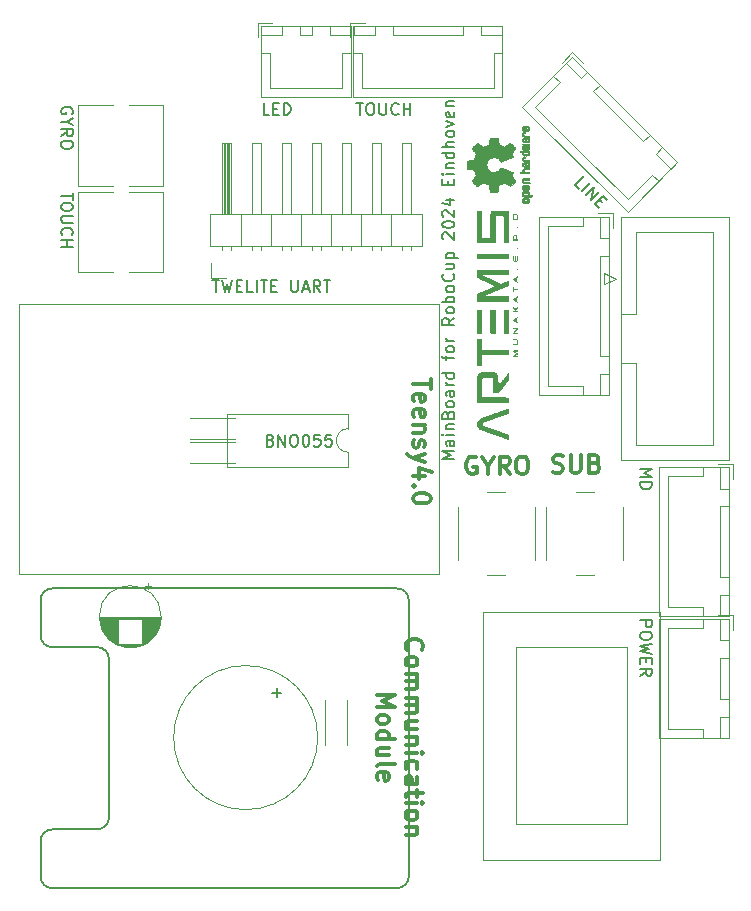
<source format=gbr>
%TF.GenerationSoftware,KiCad,Pcbnew,7.0.9*%
%TF.CreationDate,2024-06-22T14:55:11+09:00*%
%TF.ProjectId,Main,4d61696e-2e6b-4696-9361-645f70636258,rev?*%
%TF.SameCoordinates,Original*%
%TF.FileFunction,Legend,Top*%
%TF.FilePolarity,Positive*%
%FSLAX46Y46*%
G04 Gerber Fmt 4.6, Leading zero omitted, Abs format (unit mm)*
G04 Created by KiCad (PCBNEW 7.0.9) date 2024-06-22 14:55:11*
%MOMM*%
%LPD*%
G01*
G04 APERTURE LIST*
%ADD10C,0.200000*%
%ADD11C,0.300000*%
%ADD12C,0.150000*%
%ADD13C,0.120000*%
%ADD14C,0.010000*%
G04 APERTURE END LIST*
D10*
X164649006Y-62480225D02*
X164312288Y-62143508D01*
X164312288Y-62143508D02*
X165019395Y-61436401D01*
X164884708Y-62715928D02*
X165591815Y-62008821D01*
X165221425Y-63052645D02*
X165928532Y-62345538D01*
X165928532Y-62345538D02*
X165625486Y-63456706D01*
X165625486Y-63456706D02*
X166332593Y-62749599D01*
X166332593Y-63423034D02*
X166568295Y-63658736D01*
X166298921Y-64130141D02*
X165962204Y-63793423D01*
X165962204Y-63793423D02*
X166669311Y-63086316D01*
X166669311Y-63086316D02*
X167006028Y-63423034D01*
X121782780Y-62837816D02*
X121782780Y-63409244D01*
X120782780Y-63123530D02*
X121782780Y-63123530D01*
X121782780Y-63933054D02*
X121782780Y-64123530D01*
X121782780Y-64123530D02*
X121735161Y-64218768D01*
X121735161Y-64218768D02*
X121639923Y-64314006D01*
X121639923Y-64314006D02*
X121449447Y-64361625D01*
X121449447Y-64361625D02*
X121116114Y-64361625D01*
X121116114Y-64361625D02*
X120925638Y-64314006D01*
X120925638Y-64314006D02*
X120830400Y-64218768D01*
X120830400Y-64218768D02*
X120782780Y-64123530D01*
X120782780Y-64123530D02*
X120782780Y-63933054D01*
X120782780Y-63933054D02*
X120830400Y-63837816D01*
X120830400Y-63837816D02*
X120925638Y-63742578D01*
X120925638Y-63742578D02*
X121116114Y-63694959D01*
X121116114Y-63694959D02*
X121449447Y-63694959D01*
X121449447Y-63694959D02*
X121639923Y-63742578D01*
X121639923Y-63742578D02*
X121735161Y-63837816D01*
X121735161Y-63837816D02*
X121782780Y-63933054D01*
X121782780Y-64790197D02*
X120973257Y-64790197D01*
X120973257Y-64790197D02*
X120878019Y-64837816D01*
X120878019Y-64837816D02*
X120830400Y-64885435D01*
X120830400Y-64885435D02*
X120782780Y-64980673D01*
X120782780Y-64980673D02*
X120782780Y-65171149D01*
X120782780Y-65171149D02*
X120830400Y-65266387D01*
X120830400Y-65266387D02*
X120878019Y-65314006D01*
X120878019Y-65314006D02*
X120973257Y-65361625D01*
X120973257Y-65361625D02*
X121782780Y-65361625D01*
X120878019Y-66409244D02*
X120830400Y-66361625D01*
X120830400Y-66361625D02*
X120782780Y-66218768D01*
X120782780Y-66218768D02*
X120782780Y-66123530D01*
X120782780Y-66123530D02*
X120830400Y-65980673D01*
X120830400Y-65980673D02*
X120925638Y-65885435D01*
X120925638Y-65885435D02*
X121020876Y-65837816D01*
X121020876Y-65837816D02*
X121211352Y-65790197D01*
X121211352Y-65790197D02*
X121354209Y-65790197D01*
X121354209Y-65790197D02*
X121544685Y-65837816D01*
X121544685Y-65837816D02*
X121639923Y-65885435D01*
X121639923Y-65885435D02*
X121735161Y-65980673D01*
X121735161Y-65980673D02*
X121782780Y-66123530D01*
X121782780Y-66123530D02*
X121782780Y-66218768D01*
X121782780Y-66218768D02*
X121735161Y-66361625D01*
X121735161Y-66361625D02*
X121687542Y-66409244D01*
X120782780Y-66837816D02*
X121782780Y-66837816D01*
X121306590Y-66837816D02*
X121306590Y-67409244D01*
X120782780Y-67409244D02*
X121782780Y-67409244D01*
X169804780Y-99048673D02*
X170804780Y-99048673D01*
X170804780Y-99048673D02*
X170804780Y-99429625D01*
X170804780Y-99429625D02*
X170757161Y-99524863D01*
X170757161Y-99524863D02*
X170709542Y-99572482D01*
X170709542Y-99572482D02*
X170614304Y-99620101D01*
X170614304Y-99620101D02*
X170471447Y-99620101D01*
X170471447Y-99620101D02*
X170376209Y-99572482D01*
X170376209Y-99572482D02*
X170328590Y-99524863D01*
X170328590Y-99524863D02*
X170280971Y-99429625D01*
X170280971Y-99429625D02*
X170280971Y-99048673D01*
X170804780Y-100239149D02*
X170804780Y-100429625D01*
X170804780Y-100429625D02*
X170757161Y-100524863D01*
X170757161Y-100524863D02*
X170661923Y-100620101D01*
X170661923Y-100620101D02*
X170471447Y-100667720D01*
X170471447Y-100667720D02*
X170138114Y-100667720D01*
X170138114Y-100667720D02*
X169947638Y-100620101D01*
X169947638Y-100620101D02*
X169852400Y-100524863D01*
X169852400Y-100524863D02*
X169804780Y-100429625D01*
X169804780Y-100429625D02*
X169804780Y-100239149D01*
X169804780Y-100239149D02*
X169852400Y-100143911D01*
X169852400Y-100143911D02*
X169947638Y-100048673D01*
X169947638Y-100048673D02*
X170138114Y-100001054D01*
X170138114Y-100001054D02*
X170471447Y-100001054D01*
X170471447Y-100001054D02*
X170661923Y-100048673D01*
X170661923Y-100048673D02*
X170757161Y-100143911D01*
X170757161Y-100143911D02*
X170804780Y-100239149D01*
X170804780Y-101001054D02*
X169804780Y-101239149D01*
X169804780Y-101239149D02*
X170519066Y-101429625D01*
X170519066Y-101429625D02*
X169804780Y-101620101D01*
X169804780Y-101620101D02*
X170804780Y-101858197D01*
X170328590Y-102239149D02*
X170328590Y-102572482D01*
X169804780Y-102715339D02*
X169804780Y-102239149D01*
X169804780Y-102239149D02*
X170804780Y-102239149D01*
X170804780Y-102239149D02*
X170804780Y-102715339D01*
X169804780Y-103715339D02*
X170280971Y-103382006D01*
X169804780Y-103143911D02*
X170804780Y-103143911D01*
X170804780Y-103143911D02*
X170804780Y-103524863D01*
X170804780Y-103524863D02*
X170757161Y-103620101D01*
X170757161Y-103620101D02*
X170709542Y-103667720D01*
X170709542Y-103667720D02*
X170614304Y-103715339D01*
X170614304Y-103715339D02*
X170471447Y-103715339D01*
X170471447Y-103715339D02*
X170376209Y-103667720D01*
X170376209Y-103667720D02*
X170328590Y-103620101D01*
X170328590Y-103620101D02*
X170280971Y-103524863D01*
X170280971Y-103524863D02*
X170280971Y-103143911D01*
X121735161Y-56138482D02*
X121782780Y-56043244D01*
X121782780Y-56043244D02*
X121782780Y-55900387D01*
X121782780Y-55900387D02*
X121735161Y-55757530D01*
X121735161Y-55757530D02*
X121639923Y-55662292D01*
X121639923Y-55662292D02*
X121544685Y-55614673D01*
X121544685Y-55614673D02*
X121354209Y-55567054D01*
X121354209Y-55567054D02*
X121211352Y-55567054D01*
X121211352Y-55567054D02*
X121020876Y-55614673D01*
X121020876Y-55614673D02*
X120925638Y-55662292D01*
X120925638Y-55662292D02*
X120830400Y-55757530D01*
X120830400Y-55757530D02*
X120782780Y-55900387D01*
X120782780Y-55900387D02*
X120782780Y-55995625D01*
X120782780Y-55995625D02*
X120830400Y-56138482D01*
X120830400Y-56138482D02*
X120878019Y-56186101D01*
X120878019Y-56186101D02*
X121211352Y-56186101D01*
X121211352Y-56186101D02*
X121211352Y-55995625D01*
X121258971Y-56805149D02*
X120782780Y-56805149D01*
X121782780Y-56471816D02*
X121258971Y-56805149D01*
X121258971Y-56805149D02*
X121782780Y-57138482D01*
X120782780Y-58043244D02*
X121258971Y-57709911D01*
X120782780Y-57471816D02*
X121782780Y-57471816D01*
X121782780Y-57471816D02*
X121782780Y-57852768D01*
X121782780Y-57852768D02*
X121735161Y-57948006D01*
X121735161Y-57948006D02*
X121687542Y-57995625D01*
X121687542Y-57995625D02*
X121592304Y-58043244D01*
X121592304Y-58043244D02*
X121449447Y-58043244D01*
X121449447Y-58043244D02*
X121354209Y-57995625D01*
X121354209Y-57995625D02*
X121306590Y-57948006D01*
X121306590Y-57948006D02*
X121258971Y-57852768D01*
X121258971Y-57852768D02*
X121258971Y-57471816D01*
X121782780Y-58662292D02*
X121782780Y-58852768D01*
X121782780Y-58852768D02*
X121735161Y-58948006D01*
X121735161Y-58948006D02*
X121639923Y-59043244D01*
X121639923Y-59043244D02*
X121449447Y-59090863D01*
X121449447Y-59090863D02*
X121116114Y-59090863D01*
X121116114Y-59090863D02*
X120925638Y-59043244D01*
X120925638Y-59043244D02*
X120830400Y-58948006D01*
X120830400Y-58948006D02*
X120782780Y-58852768D01*
X120782780Y-58852768D02*
X120782780Y-58662292D01*
X120782780Y-58662292D02*
X120830400Y-58567054D01*
X120830400Y-58567054D02*
X120925638Y-58471816D01*
X120925638Y-58471816D02*
X121116114Y-58424197D01*
X121116114Y-58424197D02*
X121449447Y-58424197D01*
X121449447Y-58424197D02*
X121639923Y-58471816D01*
X121639923Y-58471816D02*
X121735161Y-58567054D01*
X121735161Y-58567054D02*
X121782780Y-58662292D01*
X138498006Y-83798409D02*
X138640863Y-83846028D01*
X138640863Y-83846028D02*
X138688482Y-83893647D01*
X138688482Y-83893647D02*
X138736101Y-83988885D01*
X138736101Y-83988885D02*
X138736101Y-84131742D01*
X138736101Y-84131742D02*
X138688482Y-84226980D01*
X138688482Y-84226980D02*
X138640863Y-84274600D01*
X138640863Y-84274600D02*
X138545625Y-84322219D01*
X138545625Y-84322219D02*
X138164673Y-84322219D01*
X138164673Y-84322219D02*
X138164673Y-83322219D01*
X138164673Y-83322219D02*
X138498006Y-83322219D01*
X138498006Y-83322219D02*
X138593244Y-83369838D01*
X138593244Y-83369838D02*
X138640863Y-83417457D01*
X138640863Y-83417457D02*
X138688482Y-83512695D01*
X138688482Y-83512695D02*
X138688482Y-83607933D01*
X138688482Y-83607933D02*
X138640863Y-83703171D01*
X138640863Y-83703171D02*
X138593244Y-83750790D01*
X138593244Y-83750790D02*
X138498006Y-83798409D01*
X138498006Y-83798409D02*
X138164673Y-83798409D01*
X139164673Y-84322219D02*
X139164673Y-83322219D01*
X139164673Y-83322219D02*
X139736101Y-84322219D01*
X139736101Y-84322219D02*
X139736101Y-83322219D01*
X140402768Y-83322219D02*
X140593244Y-83322219D01*
X140593244Y-83322219D02*
X140688482Y-83369838D01*
X140688482Y-83369838D02*
X140783720Y-83465076D01*
X140783720Y-83465076D02*
X140831339Y-83655552D01*
X140831339Y-83655552D02*
X140831339Y-83988885D01*
X140831339Y-83988885D02*
X140783720Y-84179361D01*
X140783720Y-84179361D02*
X140688482Y-84274600D01*
X140688482Y-84274600D02*
X140593244Y-84322219D01*
X140593244Y-84322219D02*
X140402768Y-84322219D01*
X140402768Y-84322219D02*
X140307530Y-84274600D01*
X140307530Y-84274600D02*
X140212292Y-84179361D01*
X140212292Y-84179361D02*
X140164673Y-83988885D01*
X140164673Y-83988885D02*
X140164673Y-83655552D01*
X140164673Y-83655552D02*
X140212292Y-83465076D01*
X140212292Y-83465076D02*
X140307530Y-83369838D01*
X140307530Y-83369838D02*
X140402768Y-83322219D01*
X141450387Y-83322219D02*
X141545625Y-83322219D01*
X141545625Y-83322219D02*
X141640863Y-83369838D01*
X141640863Y-83369838D02*
X141688482Y-83417457D01*
X141688482Y-83417457D02*
X141736101Y-83512695D01*
X141736101Y-83512695D02*
X141783720Y-83703171D01*
X141783720Y-83703171D02*
X141783720Y-83941266D01*
X141783720Y-83941266D02*
X141736101Y-84131742D01*
X141736101Y-84131742D02*
X141688482Y-84226980D01*
X141688482Y-84226980D02*
X141640863Y-84274600D01*
X141640863Y-84274600D02*
X141545625Y-84322219D01*
X141545625Y-84322219D02*
X141450387Y-84322219D01*
X141450387Y-84322219D02*
X141355149Y-84274600D01*
X141355149Y-84274600D02*
X141307530Y-84226980D01*
X141307530Y-84226980D02*
X141259911Y-84131742D01*
X141259911Y-84131742D02*
X141212292Y-83941266D01*
X141212292Y-83941266D02*
X141212292Y-83703171D01*
X141212292Y-83703171D02*
X141259911Y-83512695D01*
X141259911Y-83512695D02*
X141307530Y-83417457D01*
X141307530Y-83417457D02*
X141355149Y-83369838D01*
X141355149Y-83369838D02*
X141450387Y-83322219D01*
X142688482Y-83322219D02*
X142212292Y-83322219D01*
X142212292Y-83322219D02*
X142164673Y-83798409D01*
X142164673Y-83798409D02*
X142212292Y-83750790D01*
X142212292Y-83750790D02*
X142307530Y-83703171D01*
X142307530Y-83703171D02*
X142545625Y-83703171D01*
X142545625Y-83703171D02*
X142640863Y-83750790D01*
X142640863Y-83750790D02*
X142688482Y-83798409D01*
X142688482Y-83798409D02*
X142736101Y-83893647D01*
X142736101Y-83893647D02*
X142736101Y-84131742D01*
X142736101Y-84131742D02*
X142688482Y-84226980D01*
X142688482Y-84226980D02*
X142640863Y-84274600D01*
X142640863Y-84274600D02*
X142545625Y-84322219D01*
X142545625Y-84322219D02*
X142307530Y-84322219D01*
X142307530Y-84322219D02*
X142212292Y-84274600D01*
X142212292Y-84274600D02*
X142164673Y-84226980D01*
X143640863Y-83322219D02*
X143164673Y-83322219D01*
X143164673Y-83322219D02*
X143117054Y-83798409D01*
X143117054Y-83798409D02*
X143164673Y-83750790D01*
X143164673Y-83750790D02*
X143259911Y-83703171D01*
X143259911Y-83703171D02*
X143498006Y-83703171D01*
X143498006Y-83703171D02*
X143593244Y-83750790D01*
X143593244Y-83750790D02*
X143640863Y-83798409D01*
X143640863Y-83798409D02*
X143688482Y-83893647D01*
X143688482Y-83893647D02*
X143688482Y-84131742D01*
X143688482Y-84131742D02*
X143640863Y-84226980D01*
X143640863Y-84226980D02*
X143593244Y-84274600D01*
X143593244Y-84274600D02*
X143498006Y-84322219D01*
X143498006Y-84322219D02*
X143259911Y-84322219D01*
X143259911Y-84322219D02*
X143164673Y-84274600D01*
X143164673Y-84274600D02*
X143117054Y-84226980D01*
D11*
X152067171Y-78572225D02*
X152067171Y-79429368D01*
X150567171Y-79000796D02*
X152067171Y-79000796D01*
X150638600Y-80500796D02*
X150567171Y-80357939D01*
X150567171Y-80357939D02*
X150567171Y-80072225D01*
X150567171Y-80072225D02*
X150638600Y-79929367D01*
X150638600Y-79929367D02*
X150781457Y-79857939D01*
X150781457Y-79857939D02*
X151352885Y-79857939D01*
X151352885Y-79857939D02*
X151495742Y-79929367D01*
X151495742Y-79929367D02*
X151567171Y-80072225D01*
X151567171Y-80072225D02*
X151567171Y-80357939D01*
X151567171Y-80357939D02*
X151495742Y-80500796D01*
X151495742Y-80500796D02*
X151352885Y-80572225D01*
X151352885Y-80572225D02*
X151210028Y-80572225D01*
X151210028Y-80572225D02*
X151067171Y-79857939D01*
X150638600Y-81786510D02*
X150567171Y-81643653D01*
X150567171Y-81643653D02*
X150567171Y-81357939D01*
X150567171Y-81357939D02*
X150638600Y-81215081D01*
X150638600Y-81215081D02*
X150781457Y-81143653D01*
X150781457Y-81143653D02*
X151352885Y-81143653D01*
X151352885Y-81143653D02*
X151495742Y-81215081D01*
X151495742Y-81215081D02*
X151567171Y-81357939D01*
X151567171Y-81357939D02*
X151567171Y-81643653D01*
X151567171Y-81643653D02*
X151495742Y-81786510D01*
X151495742Y-81786510D02*
X151352885Y-81857939D01*
X151352885Y-81857939D02*
X151210028Y-81857939D01*
X151210028Y-81857939D02*
X151067171Y-81143653D01*
X151567171Y-82500795D02*
X150567171Y-82500795D01*
X151424314Y-82500795D02*
X151495742Y-82572224D01*
X151495742Y-82572224D02*
X151567171Y-82715081D01*
X151567171Y-82715081D02*
X151567171Y-82929367D01*
X151567171Y-82929367D02*
X151495742Y-83072224D01*
X151495742Y-83072224D02*
X151352885Y-83143653D01*
X151352885Y-83143653D02*
X150567171Y-83143653D01*
X150638600Y-83786510D02*
X150567171Y-83929367D01*
X150567171Y-83929367D02*
X150567171Y-84215081D01*
X150567171Y-84215081D02*
X150638600Y-84357938D01*
X150638600Y-84357938D02*
X150781457Y-84429367D01*
X150781457Y-84429367D02*
X150852885Y-84429367D01*
X150852885Y-84429367D02*
X150995742Y-84357938D01*
X150995742Y-84357938D02*
X151067171Y-84215081D01*
X151067171Y-84215081D02*
X151067171Y-84000796D01*
X151067171Y-84000796D02*
X151138600Y-83857938D01*
X151138600Y-83857938D02*
X151281457Y-83786510D01*
X151281457Y-83786510D02*
X151352885Y-83786510D01*
X151352885Y-83786510D02*
X151495742Y-83857938D01*
X151495742Y-83857938D02*
X151567171Y-84000796D01*
X151567171Y-84000796D02*
X151567171Y-84215081D01*
X151567171Y-84215081D02*
X151495742Y-84357938D01*
X151567171Y-84929367D02*
X150567171Y-85286510D01*
X151567171Y-85643653D02*
X150567171Y-85286510D01*
X150567171Y-85286510D02*
X150210028Y-85143653D01*
X150210028Y-85143653D02*
X150138600Y-85072224D01*
X150138600Y-85072224D02*
X150067171Y-84929367D01*
X151567171Y-86857939D02*
X150567171Y-86857939D01*
X152138600Y-86500796D02*
X151067171Y-86143653D01*
X151067171Y-86143653D02*
X151067171Y-87072224D01*
X150710028Y-87643652D02*
X150638600Y-87715081D01*
X150638600Y-87715081D02*
X150567171Y-87643652D01*
X150567171Y-87643652D02*
X150638600Y-87572224D01*
X150638600Y-87572224D02*
X150710028Y-87643652D01*
X150710028Y-87643652D02*
X150567171Y-87643652D01*
X152067171Y-88643653D02*
X152067171Y-88786510D01*
X152067171Y-88786510D02*
X151995742Y-88929367D01*
X151995742Y-88929367D02*
X151924314Y-89000796D01*
X151924314Y-89000796D02*
X151781457Y-89072224D01*
X151781457Y-89072224D02*
X151495742Y-89143653D01*
X151495742Y-89143653D02*
X151138600Y-89143653D01*
X151138600Y-89143653D02*
X150852885Y-89072224D01*
X150852885Y-89072224D02*
X150710028Y-89000796D01*
X150710028Y-89000796D02*
X150638600Y-88929367D01*
X150638600Y-88929367D02*
X150567171Y-88786510D01*
X150567171Y-88786510D02*
X150567171Y-88643653D01*
X150567171Y-88643653D02*
X150638600Y-88500796D01*
X150638600Y-88500796D02*
X150710028Y-88429367D01*
X150710028Y-88429367D02*
X150852885Y-88357938D01*
X150852885Y-88357938D02*
X151138600Y-88286510D01*
X151138600Y-88286510D02*
X151495742Y-88286510D01*
X151495742Y-88286510D02*
X151781457Y-88357938D01*
X151781457Y-88357938D02*
X151924314Y-88429367D01*
X151924314Y-88429367D02*
X151995742Y-88500796D01*
X151995742Y-88500796D02*
X152067171Y-88643653D01*
D10*
X145768816Y-55255219D02*
X146340244Y-55255219D01*
X146054530Y-56255219D02*
X146054530Y-55255219D01*
X146864054Y-55255219D02*
X147054530Y-55255219D01*
X147054530Y-55255219D02*
X147149768Y-55302838D01*
X147149768Y-55302838D02*
X147245006Y-55398076D01*
X147245006Y-55398076D02*
X147292625Y-55588552D01*
X147292625Y-55588552D02*
X147292625Y-55921885D01*
X147292625Y-55921885D02*
X147245006Y-56112361D01*
X147245006Y-56112361D02*
X147149768Y-56207600D01*
X147149768Y-56207600D02*
X147054530Y-56255219D01*
X147054530Y-56255219D02*
X146864054Y-56255219D01*
X146864054Y-56255219D02*
X146768816Y-56207600D01*
X146768816Y-56207600D02*
X146673578Y-56112361D01*
X146673578Y-56112361D02*
X146625959Y-55921885D01*
X146625959Y-55921885D02*
X146625959Y-55588552D01*
X146625959Y-55588552D02*
X146673578Y-55398076D01*
X146673578Y-55398076D02*
X146768816Y-55302838D01*
X146768816Y-55302838D02*
X146864054Y-55255219D01*
X147721197Y-55255219D02*
X147721197Y-56064742D01*
X147721197Y-56064742D02*
X147768816Y-56159980D01*
X147768816Y-56159980D02*
X147816435Y-56207600D01*
X147816435Y-56207600D02*
X147911673Y-56255219D01*
X147911673Y-56255219D02*
X148102149Y-56255219D01*
X148102149Y-56255219D02*
X148197387Y-56207600D01*
X148197387Y-56207600D02*
X148245006Y-56159980D01*
X148245006Y-56159980D02*
X148292625Y-56064742D01*
X148292625Y-56064742D02*
X148292625Y-55255219D01*
X149340244Y-56159980D02*
X149292625Y-56207600D01*
X149292625Y-56207600D02*
X149149768Y-56255219D01*
X149149768Y-56255219D02*
X149054530Y-56255219D01*
X149054530Y-56255219D02*
X148911673Y-56207600D01*
X148911673Y-56207600D02*
X148816435Y-56112361D01*
X148816435Y-56112361D02*
X148768816Y-56017123D01*
X148768816Y-56017123D02*
X148721197Y-55826647D01*
X148721197Y-55826647D02*
X148721197Y-55683790D01*
X148721197Y-55683790D02*
X148768816Y-55493314D01*
X148768816Y-55493314D02*
X148816435Y-55398076D01*
X148816435Y-55398076D02*
X148911673Y-55302838D01*
X148911673Y-55302838D02*
X149054530Y-55255219D01*
X149054530Y-55255219D02*
X149149768Y-55255219D01*
X149149768Y-55255219D02*
X149292625Y-55302838D01*
X149292625Y-55302838D02*
X149340244Y-55350457D01*
X149768816Y-56255219D02*
X149768816Y-55255219D01*
X149768816Y-55731409D02*
X150340244Y-55731409D01*
X150340244Y-56255219D02*
X150340244Y-55255219D01*
X138386863Y-56255219D02*
X137910673Y-56255219D01*
X137910673Y-56255219D02*
X137910673Y-55255219D01*
X138720197Y-55731409D02*
X139053530Y-55731409D01*
X139196387Y-56255219D02*
X138720197Y-56255219D01*
X138720197Y-56255219D02*
X138720197Y-55255219D01*
X138720197Y-55255219D02*
X139196387Y-55255219D01*
X139624959Y-56255219D02*
X139624959Y-55255219D01*
X139624959Y-55255219D02*
X139863054Y-55255219D01*
X139863054Y-55255219D02*
X140005911Y-55302838D01*
X140005911Y-55302838D02*
X140101149Y-55398076D01*
X140101149Y-55398076D02*
X140148768Y-55493314D01*
X140148768Y-55493314D02*
X140196387Y-55683790D01*
X140196387Y-55683790D02*
X140196387Y-55826647D01*
X140196387Y-55826647D02*
X140148768Y-56017123D01*
X140148768Y-56017123D02*
X140101149Y-56112361D01*
X140101149Y-56112361D02*
X140005911Y-56207600D01*
X140005911Y-56207600D02*
X139863054Y-56255219D01*
X139863054Y-56255219D02*
X139624959Y-56255219D01*
X169804780Y-86221673D02*
X170804780Y-86221673D01*
X170804780Y-86221673D02*
X170090495Y-86555006D01*
X170090495Y-86555006D02*
X170804780Y-86888339D01*
X170804780Y-86888339D02*
X169804780Y-86888339D01*
X169804780Y-87364530D02*
X170804780Y-87364530D01*
X170804780Y-87364530D02*
X170804780Y-87602625D01*
X170804780Y-87602625D02*
X170757161Y-87745482D01*
X170757161Y-87745482D02*
X170661923Y-87840720D01*
X170661923Y-87840720D02*
X170566685Y-87888339D01*
X170566685Y-87888339D02*
X170376209Y-87935958D01*
X170376209Y-87935958D02*
X170233352Y-87935958D01*
X170233352Y-87935958D02*
X170042876Y-87888339D01*
X170042876Y-87888339D02*
X169947638Y-87840720D01*
X169947638Y-87840720D02*
X169852400Y-87745482D01*
X169852400Y-87745482D02*
X169804780Y-87602625D01*
X169804780Y-87602625D02*
X169804780Y-87364530D01*
D11*
X155899225Y-85240257D02*
X155756368Y-85168828D01*
X155756368Y-85168828D02*
X155542082Y-85168828D01*
X155542082Y-85168828D02*
X155327796Y-85240257D01*
X155327796Y-85240257D02*
X155184939Y-85383114D01*
X155184939Y-85383114D02*
X155113510Y-85525971D01*
X155113510Y-85525971D02*
X155042082Y-85811685D01*
X155042082Y-85811685D02*
X155042082Y-86025971D01*
X155042082Y-86025971D02*
X155113510Y-86311685D01*
X155113510Y-86311685D02*
X155184939Y-86454542D01*
X155184939Y-86454542D02*
X155327796Y-86597400D01*
X155327796Y-86597400D02*
X155542082Y-86668828D01*
X155542082Y-86668828D02*
X155684939Y-86668828D01*
X155684939Y-86668828D02*
X155899225Y-86597400D01*
X155899225Y-86597400D02*
X155970653Y-86525971D01*
X155970653Y-86525971D02*
X155970653Y-86025971D01*
X155970653Y-86025971D02*
X155684939Y-86025971D01*
X156899225Y-85954542D02*
X156899225Y-86668828D01*
X156399225Y-85168828D02*
X156899225Y-85954542D01*
X156899225Y-85954542D02*
X157399225Y-85168828D01*
X158756367Y-86668828D02*
X158256367Y-85954542D01*
X157899224Y-86668828D02*
X157899224Y-85168828D01*
X157899224Y-85168828D02*
X158470653Y-85168828D01*
X158470653Y-85168828D02*
X158613510Y-85240257D01*
X158613510Y-85240257D02*
X158684939Y-85311685D01*
X158684939Y-85311685D02*
X158756367Y-85454542D01*
X158756367Y-85454542D02*
X158756367Y-85668828D01*
X158756367Y-85668828D02*
X158684939Y-85811685D01*
X158684939Y-85811685D02*
X158613510Y-85883114D01*
X158613510Y-85883114D02*
X158470653Y-85954542D01*
X158470653Y-85954542D02*
X157899224Y-85954542D01*
X159684939Y-85168828D02*
X159970653Y-85168828D01*
X159970653Y-85168828D02*
X160113510Y-85240257D01*
X160113510Y-85240257D02*
X160256367Y-85383114D01*
X160256367Y-85383114D02*
X160327796Y-85668828D01*
X160327796Y-85668828D02*
X160327796Y-86168828D01*
X160327796Y-86168828D02*
X160256367Y-86454542D01*
X160256367Y-86454542D02*
X160113510Y-86597400D01*
X160113510Y-86597400D02*
X159970653Y-86668828D01*
X159970653Y-86668828D02*
X159684939Y-86668828D01*
X159684939Y-86668828D02*
X159542082Y-86597400D01*
X159542082Y-86597400D02*
X159399224Y-86454542D01*
X159399224Y-86454542D02*
X159327796Y-86168828D01*
X159327796Y-86168828D02*
X159327796Y-85668828D01*
X159327796Y-85668828D02*
X159399224Y-85383114D01*
X159399224Y-85383114D02*
X159542082Y-85240257D01*
X159542082Y-85240257D02*
X159684939Y-85168828D01*
X150077028Y-101573142D02*
X150005600Y-101501714D01*
X150005600Y-101501714D02*
X149934171Y-101287428D01*
X149934171Y-101287428D02*
X149934171Y-101144571D01*
X149934171Y-101144571D02*
X150005600Y-100930285D01*
X150005600Y-100930285D02*
X150148457Y-100787428D01*
X150148457Y-100787428D02*
X150291314Y-100715999D01*
X150291314Y-100715999D02*
X150577028Y-100644571D01*
X150577028Y-100644571D02*
X150791314Y-100644571D01*
X150791314Y-100644571D02*
X151077028Y-100715999D01*
X151077028Y-100715999D02*
X151219885Y-100787428D01*
X151219885Y-100787428D02*
X151362742Y-100930285D01*
X151362742Y-100930285D02*
X151434171Y-101144571D01*
X151434171Y-101144571D02*
X151434171Y-101287428D01*
X151434171Y-101287428D02*
X151362742Y-101501714D01*
X151362742Y-101501714D02*
X151291314Y-101573142D01*
X149934171Y-102430285D02*
X150005600Y-102287428D01*
X150005600Y-102287428D02*
X150077028Y-102215999D01*
X150077028Y-102215999D02*
X150219885Y-102144571D01*
X150219885Y-102144571D02*
X150648457Y-102144571D01*
X150648457Y-102144571D02*
X150791314Y-102215999D01*
X150791314Y-102215999D02*
X150862742Y-102287428D01*
X150862742Y-102287428D02*
X150934171Y-102430285D01*
X150934171Y-102430285D02*
X150934171Y-102644571D01*
X150934171Y-102644571D02*
X150862742Y-102787428D01*
X150862742Y-102787428D02*
X150791314Y-102858857D01*
X150791314Y-102858857D02*
X150648457Y-102930285D01*
X150648457Y-102930285D02*
X150219885Y-102930285D01*
X150219885Y-102930285D02*
X150077028Y-102858857D01*
X150077028Y-102858857D02*
X150005600Y-102787428D01*
X150005600Y-102787428D02*
X149934171Y-102644571D01*
X149934171Y-102644571D02*
X149934171Y-102430285D01*
X149934171Y-103573142D02*
X150934171Y-103573142D01*
X150791314Y-103573142D02*
X150862742Y-103644571D01*
X150862742Y-103644571D02*
X150934171Y-103787428D01*
X150934171Y-103787428D02*
X150934171Y-104001714D01*
X150934171Y-104001714D02*
X150862742Y-104144571D01*
X150862742Y-104144571D02*
X150719885Y-104216000D01*
X150719885Y-104216000D02*
X149934171Y-104216000D01*
X150719885Y-104216000D02*
X150862742Y-104287428D01*
X150862742Y-104287428D02*
X150934171Y-104430285D01*
X150934171Y-104430285D02*
X150934171Y-104644571D01*
X150934171Y-104644571D02*
X150862742Y-104787428D01*
X150862742Y-104787428D02*
X150719885Y-104858857D01*
X150719885Y-104858857D02*
X149934171Y-104858857D01*
X149934171Y-105573142D02*
X150934171Y-105573142D01*
X150791314Y-105573142D02*
X150862742Y-105644571D01*
X150862742Y-105644571D02*
X150934171Y-105787428D01*
X150934171Y-105787428D02*
X150934171Y-106001714D01*
X150934171Y-106001714D02*
X150862742Y-106144571D01*
X150862742Y-106144571D02*
X150719885Y-106216000D01*
X150719885Y-106216000D02*
X149934171Y-106216000D01*
X150719885Y-106216000D02*
X150862742Y-106287428D01*
X150862742Y-106287428D02*
X150934171Y-106430285D01*
X150934171Y-106430285D02*
X150934171Y-106644571D01*
X150934171Y-106644571D02*
X150862742Y-106787428D01*
X150862742Y-106787428D02*
X150719885Y-106858857D01*
X150719885Y-106858857D02*
X149934171Y-106858857D01*
X150934171Y-108216000D02*
X149934171Y-108216000D01*
X150934171Y-107573142D02*
X150148457Y-107573142D01*
X150148457Y-107573142D02*
X150005600Y-107644571D01*
X150005600Y-107644571D02*
X149934171Y-107787428D01*
X149934171Y-107787428D02*
X149934171Y-108001714D01*
X149934171Y-108001714D02*
X150005600Y-108144571D01*
X150005600Y-108144571D02*
X150077028Y-108216000D01*
X150934171Y-108930285D02*
X149934171Y-108930285D01*
X150791314Y-108930285D02*
X150862742Y-109001714D01*
X150862742Y-109001714D02*
X150934171Y-109144571D01*
X150934171Y-109144571D02*
X150934171Y-109358857D01*
X150934171Y-109358857D02*
X150862742Y-109501714D01*
X150862742Y-109501714D02*
X150719885Y-109573143D01*
X150719885Y-109573143D02*
X149934171Y-109573143D01*
X149934171Y-110287428D02*
X150934171Y-110287428D01*
X151434171Y-110287428D02*
X151362742Y-110216000D01*
X151362742Y-110216000D02*
X151291314Y-110287428D01*
X151291314Y-110287428D02*
X151362742Y-110358857D01*
X151362742Y-110358857D02*
X151434171Y-110287428D01*
X151434171Y-110287428D02*
X151291314Y-110287428D01*
X150005600Y-111644572D02*
X149934171Y-111501714D01*
X149934171Y-111501714D02*
X149934171Y-111216000D01*
X149934171Y-111216000D02*
X150005600Y-111073143D01*
X150005600Y-111073143D02*
X150077028Y-111001714D01*
X150077028Y-111001714D02*
X150219885Y-110930286D01*
X150219885Y-110930286D02*
X150648457Y-110930286D01*
X150648457Y-110930286D02*
X150791314Y-111001714D01*
X150791314Y-111001714D02*
X150862742Y-111073143D01*
X150862742Y-111073143D02*
X150934171Y-111216000D01*
X150934171Y-111216000D02*
X150934171Y-111501714D01*
X150934171Y-111501714D02*
X150862742Y-111644572D01*
X149934171Y-112930286D02*
X150719885Y-112930286D01*
X150719885Y-112930286D02*
X150862742Y-112858857D01*
X150862742Y-112858857D02*
X150934171Y-112716000D01*
X150934171Y-112716000D02*
X150934171Y-112430286D01*
X150934171Y-112430286D02*
X150862742Y-112287428D01*
X150005600Y-112930286D02*
X149934171Y-112787428D01*
X149934171Y-112787428D02*
X149934171Y-112430286D01*
X149934171Y-112430286D02*
X150005600Y-112287428D01*
X150005600Y-112287428D02*
X150148457Y-112216000D01*
X150148457Y-112216000D02*
X150291314Y-112216000D01*
X150291314Y-112216000D02*
X150434171Y-112287428D01*
X150434171Y-112287428D02*
X150505600Y-112430286D01*
X150505600Y-112430286D02*
X150505600Y-112787428D01*
X150505600Y-112787428D02*
X150577028Y-112930286D01*
X150934171Y-113430286D02*
X150934171Y-114001714D01*
X151434171Y-113644571D02*
X150148457Y-113644571D01*
X150148457Y-113644571D02*
X150005600Y-113716000D01*
X150005600Y-113716000D02*
X149934171Y-113858857D01*
X149934171Y-113858857D02*
X149934171Y-114001714D01*
X149934171Y-114501714D02*
X150934171Y-114501714D01*
X151434171Y-114501714D02*
X151362742Y-114430286D01*
X151362742Y-114430286D02*
X151291314Y-114501714D01*
X151291314Y-114501714D02*
X151362742Y-114573143D01*
X151362742Y-114573143D02*
X151434171Y-114501714D01*
X151434171Y-114501714D02*
X151291314Y-114501714D01*
X149934171Y-115430286D02*
X150005600Y-115287429D01*
X150005600Y-115287429D02*
X150077028Y-115216000D01*
X150077028Y-115216000D02*
X150219885Y-115144572D01*
X150219885Y-115144572D02*
X150648457Y-115144572D01*
X150648457Y-115144572D02*
X150791314Y-115216000D01*
X150791314Y-115216000D02*
X150862742Y-115287429D01*
X150862742Y-115287429D02*
X150934171Y-115430286D01*
X150934171Y-115430286D02*
X150934171Y-115644572D01*
X150934171Y-115644572D02*
X150862742Y-115787429D01*
X150862742Y-115787429D02*
X150791314Y-115858858D01*
X150791314Y-115858858D02*
X150648457Y-115930286D01*
X150648457Y-115930286D02*
X150219885Y-115930286D01*
X150219885Y-115930286D02*
X150077028Y-115858858D01*
X150077028Y-115858858D02*
X150005600Y-115787429D01*
X150005600Y-115787429D02*
X149934171Y-115644572D01*
X149934171Y-115644572D02*
X149934171Y-115430286D01*
X150934171Y-116573143D02*
X149934171Y-116573143D01*
X150791314Y-116573143D02*
X150862742Y-116644572D01*
X150862742Y-116644572D02*
X150934171Y-116787429D01*
X150934171Y-116787429D02*
X150934171Y-117001715D01*
X150934171Y-117001715D02*
X150862742Y-117144572D01*
X150862742Y-117144572D02*
X150719885Y-117216001D01*
X150719885Y-117216001D02*
X149934171Y-117216001D01*
X147519171Y-105394571D02*
X149019171Y-105394571D01*
X149019171Y-105394571D02*
X147947742Y-105894571D01*
X147947742Y-105894571D02*
X149019171Y-106394571D01*
X149019171Y-106394571D02*
X147519171Y-106394571D01*
X147519171Y-107323143D02*
X147590600Y-107180286D01*
X147590600Y-107180286D02*
X147662028Y-107108857D01*
X147662028Y-107108857D02*
X147804885Y-107037429D01*
X147804885Y-107037429D02*
X148233457Y-107037429D01*
X148233457Y-107037429D02*
X148376314Y-107108857D01*
X148376314Y-107108857D02*
X148447742Y-107180286D01*
X148447742Y-107180286D02*
X148519171Y-107323143D01*
X148519171Y-107323143D02*
X148519171Y-107537429D01*
X148519171Y-107537429D02*
X148447742Y-107680286D01*
X148447742Y-107680286D02*
X148376314Y-107751715D01*
X148376314Y-107751715D02*
X148233457Y-107823143D01*
X148233457Y-107823143D02*
X147804885Y-107823143D01*
X147804885Y-107823143D02*
X147662028Y-107751715D01*
X147662028Y-107751715D02*
X147590600Y-107680286D01*
X147590600Y-107680286D02*
X147519171Y-107537429D01*
X147519171Y-107537429D02*
X147519171Y-107323143D01*
X147519171Y-109108858D02*
X149019171Y-109108858D01*
X147590600Y-109108858D02*
X147519171Y-108966000D01*
X147519171Y-108966000D02*
X147519171Y-108680286D01*
X147519171Y-108680286D02*
X147590600Y-108537429D01*
X147590600Y-108537429D02*
X147662028Y-108466000D01*
X147662028Y-108466000D02*
X147804885Y-108394572D01*
X147804885Y-108394572D02*
X148233457Y-108394572D01*
X148233457Y-108394572D02*
X148376314Y-108466000D01*
X148376314Y-108466000D02*
X148447742Y-108537429D01*
X148447742Y-108537429D02*
X148519171Y-108680286D01*
X148519171Y-108680286D02*
X148519171Y-108966000D01*
X148519171Y-108966000D02*
X148447742Y-109108858D01*
X148519171Y-110466001D02*
X147519171Y-110466001D01*
X148519171Y-109823143D02*
X147733457Y-109823143D01*
X147733457Y-109823143D02*
X147590600Y-109894572D01*
X147590600Y-109894572D02*
X147519171Y-110037429D01*
X147519171Y-110037429D02*
X147519171Y-110251715D01*
X147519171Y-110251715D02*
X147590600Y-110394572D01*
X147590600Y-110394572D02*
X147662028Y-110466001D01*
X147519171Y-111394572D02*
X147590600Y-111251715D01*
X147590600Y-111251715D02*
X147733457Y-111180286D01*
X147733457Y-111180286D02*
X149019171Y-111180286D01*
X147590600Y-112537429D02*
X147519171Y-112394572D01*
X147519171Y-112394572D02*
X147519171Y-112108858D01*
X147519171Y-112108858D02*
X147590600Y-111966000D01*
X147590600Y-111966000D02*
X147733457Y-111894572D01*
X147733457Y-111894572D02*
X148304885Y-111894572D01*
X148304885Y-111894572D02*
X148447742Y-111966000D01*
X148447742Y-111966000D02*
X148519171Y-112108858D01*
X148519171Y-112108858D02*
X148519171Y-112394572D01*
X148519171Y-112394572D02*
X148447742Y-112537429D01*
X148447742Y-112537429D02*
X148304885Y-112608858D01*
X148304885Y-112608858D02*
X148162028Y-112608858D01*
X148162028Y-112608858D02*
X148019171Y-111894572D01*
D10*
X133576816Y-70241219D02*
X134148244Y-70241219D01*
X133862530Y-71241219D02*
X133862530Y-70241219D01*
X134386340Y-70241219D02*
X134624435Y-71241219D01*
X134624435Y-71241219D02*
X134814911Y-70526933D01*
X134814911Y-70526933D02*
X135005387Y-71241219D01*
X135005387Y-71241219D02*
X135243483Y-70241219D01*
X135624435Y-70717409D02*
X135957768Y-70717409D01*
X136100625Y-71241219D02*
X135624435Y-71241219D01*
X135624435Y-71241219D02*
X135624435Y-70241219D01*
X135624435Y-70241219D02*
X136100625Y-70241219D01*
X137005387Y-71241219D02*
X136529197Y-71241219D01*
X136529197Y-71241219D02*
X136529197Y-70241219D01*
X137338721Y-71241219D02*
X137338721Y-70241219D01*
X137672054Y-70241219D02*
X138243482Y-70241219D01*
X137957768Y-71241219D02*
X137957768Y-70241219D01*
X138576816Y-70717409D02*
X138910149Y-70717409D01*
X139053006Y-71241219D02*
X138576816Y-71241219D01*
X138576816Y-71241219D02*
X138576816Y-70241219D01*
X138576816Y-70241219D02*
X139053006Y-70241219D01*
X140243483Y-70241219D02*
X140243483Y-71050742D01*
X140243483Y-71050742D02*
X140291102Y-71145980D01*
X140291102Y-71145980D02*
X140338721Y-71193600D01*
X140338721Y-71193600D02*
X140433959Y-71241219D01*
X140433959Y-71241219D02*
X140624435Y-71241219D01*
X140624435Y-71241219D02*
X140719673Y-71193600D01*
X140719673Y-71193600D02*
X140767292Y-71145980D01*
X140767292Y-71145980D02*
X140814911Y-71050742D01*
X140814911Y-71050742D02*
X140814911Y-70241219D01*
X141243483Y-70955504D02*
X141719673Y-70955504D01*
X141148245Y-71241219D02*
X141481578Y-70241219D01*
X141481578Y-70241219D02*
X141814911Y-71241219D01*
X142719673Y-71241219D02*
X142386340Y-70765028D01*
X142148245Y-71241219D02*
X142148245Y-70241219D01*
X142148245Y-70241219D02*
X142529197Y-70241219D01*
X142529197Y-70241219D02*
X142624435Y-70288838D01*
X142624435Y-70288838D02*
X142672054Y-70336457D01*
X142672054Y-70336457D02*
X142719673Y-70431695D01*
X142719673Y-70431695D02*
X142719673Y-70574552D01*
X142719673Y-70574552D02*
X142672054Y-70669790D01*
X142672054Y-70669790D02*
X142624435Y-70717409D01*
X142624435Y-70717409D02*
X142529197Y-70765028D01*
X142529197Y-70765028D02*
X142148245Y-70765028D01*
X143005388Y-70241219D02*
X143576816Y-70241219D01*
X143291102Y-71241219D02*
X143291102Y-70241219D01*
D11*
X162408082Y-86470400D02*
X162622368Y-86541828D01*
X162622368Y-86541828D02*
X162979510Y-86541828D01*
X162979510Y-86541828D02*
X163122368Y-86470400D01*
X163122368Y-86470400D02*
X163193796Y-86398971D01*
X163193796Y-86398971D02*
X163265225Y-86256114D01*
X163265225Y-86256114D02*
X163265225Y-86113257D01*
X163265225Y-86113257D02*
X163193796Y-85970400D01*
X163193796Y-85970400D02*
X163122368Y-85898971D01*
X163122368Y-85898971D02*
X162979510Y-85827542D01*
X162979510Y-85827542D02*
X162693796Y-85756114D01*
X162693796Y-85756114D02*
X162550939Y-85684685D01*
X162550939Y-85684685D02*
X162479510Y-85613257D01*
X162479510Y-85613257D02*
X162408082Y-85470400D01*
X162408082Y-85470400D02*
X162408082Y-85327542D01*
X162408082Y-85327542D02*
X162479510Y-85184685D01*
X162479510Y-85184685D02*
X162550939Y-85113257D01*
X162550939Y-85113257D02*
X162693796Y-85041828D01*
X162693796Y-85041828D02*
X163050939Y-85041828D01*
X163050939Y-85041828D02*
X163265225Y-85113257D01*
X163908081Y-85041828D02*
X163908081Y-86256114D01*
X163908081Y-86256114D02*
X163979510Y-86398971D01*
X163979510Y-86398971D02*
X164050939Y-86470400D01*
X164050939Y-86470400D02*
X164193796Y-86541828D01*
X164193796Y-86541828D02*
X164479510Y-86541828D01*
X164479510Y-86541828D02*
X164622367Y-86470400D01*
X164622367Y-86470400D02*
X164693796Y-86398971D01*
X164693796Y-86398971D02*
X164765224Y-86256114D01*
X164765224Y-86256114D02*
X164765224Y-85041828D01*
X165979510Y-85756114D02*
X166193796Y-85827542D01*
X166193796Y-85827542D02*
X166265225Y-85898971D01*
X166265225Y-85898971D02*
X166336653Y-86041828D01*
X166336653Y-86041828D02*
X166336653Y-86256114D01*
X166336653Y-86256114D02*
X166265225Y-86398971D01*
X166265225Y-86398971D02*
X166193796Y-86470400D01*
X166193796Y-86470400D02*
X166050939Y-86541828D01*
X166050939Y-86541828D02*
X165479510Y-86541828D01*
X165479510Y-86541828D02*
X165479510Y-85041828D01*
X165479510Y-85041828D02*
X165979510Y-85041828D01*
X165979510Y-85041828D02*
X166122368Y-85113257D01*
X166122368Y-85113257D02*
X166193796Y-85184685D01*
X166193796Y-85184685D02*
X166265225Y-85327542D01*
X166265225Y-85327542D02*
X166265225Y-85470400D01*
X166265225Y-85470400D02*
X166193796Y-85613257D01*
X166193796Y-85613257D02*
X166122368Y-85684685D01*
X166122368Y-85684685D02*
X165979510Y-85756114D01*
X165979510Y-85756114D02*
X165479510Y-85756114D01*
D12*
X154047819Y-85388220D02*
X153047819Y-85388220D01*
X153047819Y-85388220D02*
X153762104Y-85054887D01*
X153762104Y-85054887D02*
X153047819Y-84721554D01*
X153047819Y-84721554D02*
X154047819Y-84721554D01*
X154047819Y-83816792D02*
X153524009Y-83816792D01*
X153524009Y-83816792D02*
X153428771Y-83864411D01*
X153428771Y-83864411D02*
X153381152Y-83959649D01*
X153381152Y-83959649D02*
X153381152Y-84150125D01*
X153381152Y-84150125D02*
X153428771Y-84245363D01*
X154000200Y-83816792D02*
X154047819Y-83912030D01*
X154047819Y-83912030D02*
X154047819Y-84150125D01*
X154047819Y-84150125D02*
X154000200Y-84245363D01*
X154000200Y-84245363D02*
X153904961Y-84292982D01*
X153904961Y-84292982D02*
X153809723Y-84292982D01*
X153809723Y-84292982D02*
X153714485Y-84245363D01*
X153714485Y-84245363D02*
X153666866Y-84150125D01*
X153666866Y-84150125D02*
X153666866Y-83912030D01*
X153666866Y-83912030D02*
X153619247Y-83816792D01*
X154047819Y-83340601D02*
X153381152Y-83340601D01*
X153047819Y-83340601D02*
X153095438Y-83388220D01*
X153095438Y-83388220D02*
X153143057Y-83340601D01*
X153143057Y-83340601D02*
X153095438Y-83292982D01*
X153095438Y-83292982D02*
X153047819Y-83340601D01*
X153047819Y-83340601D02*
X153143057Y-83340601D01*
X153381152Y-82864411D02*
X154047819Y-82864411D01*
X153476390Y-82864411D02*
X153428771Y-82816792D01*
X153428771Y-82816792D02*
X153381152Y-82721554D01*
X153381152Y-82721554D02*
X153381152Y-82578697D01*
X153381152Y-82578697D02*
X153428771Y-82483459D01*
X153428771Y-82483459D02*
X153524009Y-82435840D01*
X153524009Y-82435840D02*
X154047819Y-82435840D01*
X153524009Y-81626316D02*
X153571628Y-81483459D01*
X153571628Y-81483459D02*
X153619247Y-81435840D01*
X153619247Y-81435840D02*
X153714485Y-81388221D01*
X153714485Y-81388221D02*
X153857342Y-81388221D01*
X153857342Y-81388221D02*
X153952580Y-81435840D01*
X153952580Y-81435840D02*
X154000200Y-81483459D01*
X154000200Y-81483459D02*
X154047819Y-81578697D01*
X154047819Y-81578697D02*
X154047819Y-81959649D01*
X154047819Y-81959649D02*
X153047819Y-81959649D01*
X153047819Y-81959649D02*
X153047819Y-81626316D01*
X153047819Y-81626316D02*
X153095438Y-81531078D01*
X153095438Y-81531078D02*
X153143057Y-81483459D01*
X153143057Y-81483459D02*
X153238295Y-81435840D01*
X153238295Y-81435840D02*
X153333533Y-81435840D01*
X153333533Y-81435840D02*
X153428771Y-81483459D01*
X153428771Y-81483459D02*
X153476390Y-81531078D01*
X153476390Y-81531078D02*
X153524009Y-81626316D01*
X153524009Y-81626316D02*
X153524009Y-81959649D01*
X154047819Y-80816792D02*
X154000200Y-80912030D01*
X154000200Y-80912030D02*
X153952580Y-80959649D01*
X153952580Y-80959649D02*
X153857342Y-81007268D01*
X153857342Y-81007268D02*
X153571628Y-81007268D01*
X153571628Y-81007268D02*
X153476390Y-80959649D01*
X153476390Y-80959649D02*
X153428771Y-80912030D01*
X153428771Y-80912030D02*
X153381152Y-80816792D01*
X153381152Y-80816792D02*
X153381152Y-80673935D01*
X153381152Y-80673935D02*
X153428771Y-80578697D01*
X153428771Y-80578697D02*
X153476390Y-80531078D01*
X153476390Y-80531078D02*
X153571628Y-80483459D01*
X153571628Y-80483459D02*
X153857342Y-80483459D01*
X153857342Y-80483459D02*
X153952580Y-80531078D01*
X153952580Y-80531078D02*
X154000200Y-80578697D01*
X154000200Y-80578697D02*
X154047819Y-80673935D01*
X154047819Y-80673935D02*
X154047819Y-80816792D01*
X154047819Y-79626316D02*
X153524009Y-79626316D01*
X153524009Y-79626316D02*
X153428771Y-79673935D01*
X153428771Y-79673935D02*
X153381152Y-79769173D01*
X153381152Y-79769173D02*
X153381152Y-79959649D01*
X153381152Y-79959649D02*
X153428771Y-80054887D01*
X154000200Y-79626316D02*
X154047819Y-79721554D01*
X154047819Y-79721554D02*
X154047819Y-79959649D01*
X154047819Y-79959649D02*
X154000200Y-80054887D01*
X154000200Y-80054887D02*
X153904961Y-80102506D01*
X153904961Y-80102506D02*
X153809723Y-80102506D01*
X153809723Y-80102506D02*
X153714485Y-80054887D01*
X153714485Y-80054887D02*
X153666866Y-79959649D01*
X153666866Y-79959649D02*
X153666866Y-79721554D01*
X153666866Y-79721554D02*
X153619247Y-79626316D01*
X154047819Y-79150125D02*
X153381152Y-79150125D01*
X153571628Y-79150125D02*
X153476390Y-79102506D01*
X153476390Y-79102506D02*
X153428771Y-79054887D01*
X153428771Y-79054887D02*
X153381152Y-78959649D01*
X153381152Y-78959649D02*
X153381152Y-78864411D01*
X154047819Y-78102506D02*
X153047819Y-78102506D01*
X154000200Y-78102506D02*
X154047819Y-78197744D01*
X154047819Y-78197744D02*
X154047819Y-78388220D01*
X154047819Y-78388220D02*
X154000200Y-78483458D01*
X154000200Y-78483458D02*
X153952580Y-78531077D01*
X153952580Y-78531077D02*
X153857342Y-78578696D01*
X153857342Y-78578696D02*
X153571628Y-78578696D01*
X153571628Y-78578696D02*
X153476390Y-78531077D01*
X153476390Y-78531077D02*
X153428771Y-78483458D01*
X153428771Y-78483458D02*
X153381152Y-78388220D01*
X153381152Y-78388220D02*
X153381152Y-78197744D01*
X153381152Y-78197744D02*
X153428771Y-78102506D01*
X153381152Y-77007267D02*
X153381152Y-76626315D01*
X154047819Y-76864410D02*
X153190676Y-76864410D01*
X153190676Y-76864410D02*
X153095438Y-76816791D01*
X153095438Y-76816791D02*
X153047819Y-76721553D01*
X153047819Y-76721553D02*
X153047819Y-76626315D01*
X154047819Y-76150124D02*
X154000200Y-76245362D01*
X154000200Y-76245362D02*
X153952580Y-76292981D01*
X153952580Y-76292981D02*
X153857342Y-76340600D01*
X153857342Y-76340600D02*
X153571628Y-76340600D01*
X153571628Y-76340600D02*
X153476390Y-76292981D01*
X153476390Y-76292981D02*
X153428771Y-76245362D01*
X153428771Y-76245362D02*
X153381152Y-76150124D01*
X153381152Y-76150124D02*
X153381152Y-76007267D01*
X153381152Y-76007267D02*
X153428771Y-75912029D01*
X153428771Y-75912029D02*
X153476390Y-75864410D01*
X153476390Y-75864410D02*
X153571628Y-75816791D01*
X153571628Y-75816791D02*
X153857342Y-75816791D01*
X153857342Y-75816791D02*
X153952580Y-75864410D01*
X153952580Y-75864410D02*
X154000200Y-75912029D01*
X154000200Y-75912029D02*
X154047819Y-76007267D01*
X154047819Y-76007267D02*
X154047819Y-76150124D01*
X154047819Y-75388219D02*
X153381152Y-75388219D01*
X153571628Y-75388219D02*
X153476390Y-75340600D01*
X153476390Y-75340600D02*
X153428771Y-75292981D01*
X153428771Y-75292981D02*
X153381152Y-75197743D01*
X153381152Y-75197743D02*
X153381152Y-75102505D01*
X154047819Y-73435838D02*
X153571628Y-73769171D01*
X154047819Y-74007266D02*
X153047819Y-74007266D01*
X153047819Y-74007266D02*
X153047819Y-73626314D01*
X153047819Y-73626314D02*
X153095438Y-73531076D01*
X153095438Y-73531076D02*
X153143057Y-73483457D01*
X153143057Y-73483457D02*
X153238295Y-73435838D01*
X153238295Y-73435838D02*
X153381152Y-73435838D01*
X153381152Y-73435838D02*
X153476390Y-73483457D01*
X153476390Y-73483457D02*
X153524009Y-73531076D01*
X153524009Y-73531076D02*
X153571628Y-73626314D01*
X153571628Y-73626314D02*
X153571628Y-74007266D01*
X154047819Y-72864409D02*
X154000200Y-72959647D01*
X154000200Y-72959647D02*
X153952580Y-73007266D01*
X153952580Y-73007266D02*
X153857342Y-73054885D01*
X153857342Y-73054885D02*
X153571628Y-73054885D01*
X153571628Y-73054885D02*
X153476390Y-73007266D01*
X153476390Y-73007266D02*
X153428771Y-72959647D01*
X153428771Y-72959647D02*
X153381152Y-72864409D01*
X153381152Y-72864409D02*
X153381152Y-72721552D01*
X153381152Y-72721552D02*
X153428771Y-72626314D01*
X153428771Y-72626314D02*
X153476390Y-72578695D01*
X153476390Y-72578695D02*
X153571628Y-72531076D01*
X153571628Y-72531076D02*
X153857342Y-72531076D01*
X153857342Y-72531076D02*
X153952580Y-72578695D01*
X153952580Y-72578695D02*
X154000200Y-72626314D01*
X154000200Y-72626314D02*
X154047819Y-72721552D01*
X154047819Y-72721552D02*
X154047819Y-72864409D01*
X154047819Y-72102504D02*
X153047819Y-72102504D01*
X153428771Y-72102504D02*
X153381152Y-72007266D01*
X153381152Y-72007266D02*
X153381152Y-71816790D01*
X153381152Y-71816790D02*
X153428771Y-71721552D01*
X153428771Y-71721552D02*
X153476390Y-71673933D01*
X153476390Y-71673933D02*
X153571628Y-71626314D01*
X153571628Y-71626314D02*
X153857342Y-71626314D01*
X153857342Y-71626314D02*
X153952580Y-71673933D01*
X153952580Y-71673933D02*
X154000200Y-71721552D01*
X154000200Y-71721552D02*
X154047819Y-71816790D01*
X154047819Y-71816790D02*
X154047819Y-72007266D01*
X154047819Y-72007266D02*
X154000200Y-72102504D01*
X154047819Y-71054885D02*
X154000200Y-71150123D01*
X154000200Y-71150123D02*
X153952580Y-71197742D01*
X153952580Y-71197742D02*
X153857342Y-71245361D01*
X153857342Y-71245361D02*
X153571628Y-71245361D01*
X153571628Y-71245361D02*
X153476390Y-71197742D01*
X153476390Y-71197742D02*
X153428771Y-71150123D01*
X153428771Y-71150123D02*
X153381152Y-71054885D01*
X153381152Y-71054885D02*
X153381152Y-70912028D01*
X153381152Y-70912028D02*
X153428771Y-70816790D01*
X153428771Y-70816790D02*
X153476390Y-70769171D01*
X153476390Y-70769171D02*
X153571628Y-70721552D01*
X153571628Y-70721552D02*
X153857342Y-70721552D01*
X153857342Y-70721552D02*
X153952580Y-70769171D01*
X153952580Y-70769171D02*
X154000200Y-70816790D01*
X154000200Y-70816790D02*
X154047819Y-70912028D01*
X154047819Y-70912028D02*
X154047819Y-71054885D01*
X153952580Y-69721552D02*
X154000200Y-69769171D01*
X154000200Y-69769171D02*
X154047819Y-69912028D01*
X154047819Y-69912028D02*
X154047819Y-70007266D01*
X154047819Y-70007266D02*
X154000200Y-70150123D01*
X154000200Y-70150123D02*
X153904961Y-70245361D01*
X153904961Y-70245361D02*
X153809723Y-70292980D01*
X153809723Y-70292980D02*
X153619247Y-70340599D01*
X153619247Y-70340599D02*
X153476390Y-70340599D01*
X153476390Y-70340599D02*
X153285914Y-70292980D01*
X153285914Y-70292980D02*
X153190676Y-70245361D01*
X153190676Y-70245361D02*
X153095438Y-70150123D01*
X153095438Y-70150123D02*
X153047819Y-70007266D01*
X153047819Y-70007266D02*
X153047819Y-69912028D01*
X153047819Y-69912028D02*
X153095438Y-69769171D01*
X153095438Y-69769171D02*
X153143057Y-69721552D01*
X153381152Y-68864409D02*
X154047819Y-68864409D01*
X153381152Y-69292980D02*
X153904961Y-69292980D01*
X153904961Y-69292980D02*
X154000200Y-69245361D01*
X154000200Y-69245361D02*
X154047819Y-69150123D01*
X154047819Y-69150123D02*
X154047819Y-69007266D01*
X154047819Y-69007266D02*
X154000200Y-68912028D01*
X154000200Y-68912028D02*
X153952580Y-68864409D01*
X153381152Y-68388218D02*
X154381152Y-68388218D01*
X153428771Y-68388218D02*
X153381152Y-68292980D01*
X153381152Y-68292980D02*
X153381152Y-68102504D01*
X153381152Y-68102504D02*
X153428771Y-68007266D01*
X153428771Y-68007266D02*
X153476390Y-67959647D01*
X153476390Y-67959647D02*
X153571628Y-67912028D01*
X153571628Y-67912028D02*
X153857342Y-67912028D01*
X153857342Y-67912028D02*
X153952580Y-67959647D01*
X153952580Y-67959647D02*
X154000200Y-68007266D01*
X154000200Y-68007266D02*
X154047819Y-68102504D01*
X154047819Y-68102504D02*
X154047819Y-68292980D01*
X154047819Y-68292980D02*
X154000200Y-68388218D01*
X153143057Y-66769170D02*
X153095438Y-66721551D01*
X153095438Y-66721551D02*
X153047819Y-66626313D01*
X153047819Y-66626313D02*
X153047819Y-66388218D01*
X153047819Y-66388218D02*
X153095438Y-66292980D01*
X153095438Y-66292980D02*
X153143057Y-66245361D01*
X153143057Y-66245361D02*
X153238295Y-66197742D01*
X153238295Y-66197742D02*
X153333533Y-66197742D01*
X153333533Y-66197742D02*
X153476390Y-66245361D01*
X153476390Y-66245361D02*
X154047819Y-66816789D01*
X154047819Y-66816789D02*
X154047819Y-66197742D01*
X153047819Y-65578694D02*
X153047819Y-65483456D01*
X153047819Y-65483456D02*
X153095438Y-65388218D01*
X153095438Y-65388218D02*
X153143057Y-65340599D01*
X153143057Y-65340599D02*
X153238295Y-65292980D01*
X153238295Y-65292980D02*
X153428771Y-65245361D01*
X153428771Y-65245361D02*
X153666866Y-65245361D01*
X153666866Y-65245361D02*
X153857342Y-65292980D01*
X153857342Y-65292980D02*
X153952580Y-65340599D01*
X153952580Y-65340599D02*
X154000200Y-65388218D01*
X154000200Y-65388218D02*
X154047819Y-65483456D01*
X154047819Y-65483456D02*
X154047819Y-65578694D01*
X154047819Y-65578694D02*
X154000200Y-65673932D01*
X154000200Y-65673932D02*
X153952580Y-65721551D01*
X153952580Y-65721551D02*
X153857342Y-65769170D01*
X153857342Y-65769170D02*
X153666866Y-65816789D01*
X153666866Y-65816789D02*
X153428771Y-65816789D01*
X153428771Y-65816789D02*
X153238295Y-65769170D01*
X153238295Y-65769170D02*
X153143057Y-65721551D01*
X153143057Y-65721551D02*
X153095438Y-65673932D01*
X153095438Y-65673932D02*
X153047819Y-65578694D01*
X153143057Y-64864408D02*
X153095438Y-64816789D01*
X153095438Y-64816789D02*
X153047819Y-64721551D01*
X153047819Y-64721551D02*
X153047819Y-64483456D01*
X153047819Y-64483456D02*
X153095438Y-64388218D01*
X153095438Y-64388218D02*
X153143057Y-64340599D01*
X153143057Y-64340599D02*
X153238295Y-64292980D01*
X153238295Y-64292980D02*
X153333533Y-64292980D01*
X153333533Y-64292980D02*
X153476390Y-64340599D01*
X153476390Y-64340599D02*
X154047819Y-64912027D01*
X154047819Y-64912027D02*
X154047819Y-64292980D01*
X153381152Y-63435837D02*
X154047819Y-63435837D01*
X153000200Y-63673932D02*
X153714485Y-63912027D01*
X153714485Y-63912027D02*
X153714485Y-63292980D01*
X153524009Y-62150122D02*
X153524009Y-61816789D01*
X154047819Y-61673932D02*
X154047819Y-62150122D01*
X154047819Y-62150122D02*
X153047819Y-62150122D01*
X153047819Y-62150122D02*
X153047819Y-61673932D01*
X154047819Y-61245360D02*
X153381152Y-61245360D01*
X153047819Y-61245360D02*
X153095438Y-61292979D01*
X153095438Y-61292979D02*
X153143057Y-61245360D01*
X153143057Y-61245360D02*
X153095438Y-61197741D01*
X153095438Y-61197741D02*
X153047819Y-61245360D01*
X153047819Y-61245360D02*
X153143057Y-61245360D01*
X153381152Y-60769170D02*
X154047819Y-60769170D01*
X153476390Y-60769170D02*
X153428771Y-60721551D01*
X153428771Y-60721551D02*
X153381152Y-60626313D01*
X153381152Y-60626313D02*
X153381152Y-60483456D01*
X153381152Y-60483456D02*
X153428771Y-60388218D01*
X153428771Y-60388218D02*
X153524009Y-60340599D01*
X153524009Y-60340599D02*
X154047819Y-60340599D01*
X154047819Y-59435837D02*
X153047819Y-59435837D01*
X154000200Y-59435837D02*
X154047819Y-59531075D01*
X154047819Y-59531075D02*
X154047819Y-59721551D01*
X154047819Y-59721551D02*
X154000200Y-59816789D01*
X154000200Y-59816789D02*
X153952580Y-59864408D01*
X153952580Y-59864408D02*
X153857342Y-59912027D01*
X153857342Y-59912027D02*
X153571628Y-59912027D01*
X153571628Y-59912027D02*
X153476390Y-59864408D01*
X153476390Y-59864408D02*
X153428771Y-59816789D01*
X153428771Y-59816789D02*
X153381152Y-59721551D01*
X153381152Y-59721551D02*
X153381152Y-59531075D01*
X153381152Y-59531075D02*
X153428771Y-59435837D01*
X154047819Y-58959646D02*
X153047819Y-58959646D01*
X154047819Y-58531075D02*
X153524009Y-58531075D01*
X153524009Y-58531075D02*
X153428771Y-58578694D01*
X153428771Y-58578694D02*
X153381152Y-58673932D01*
X153381152Y-58673932D02*
X153381152Y-58816789D01*
X153381152Y-58816789D02*
X153428771Y-58912027D01*
X153428771Y-58912027D02*
X153476390Y-58959646D01*
X154047819Y-57912027D02*
X154000200Y-58007265D01*
X154000200Y-58007265D02*
X153952580Y-58054884D01*
X153952580Y-58054884D02*
X153857342Y-58102503D01*
X153857342Y-58102503D02*
X153571628Y-58102503D01*
X153571628Y-58102503D02*
X153476390Y-58054884D01*
X153476390Y-58054884D02*
X153428771Y-58007265D01*
X153428771Y-58007265D02*
X153381152Y-57912027D01*
X153381152Y-57912027D02*
X153381152Y-57769170D01*
X153381152Y-57769170D02*
X153428771Y-57673932D01*
X153428771Y-57673932D02*
X153476390Y-57626313D01*
X153476390Y-57626313D02*
X153571628Y-57578694D01*
X153571628Y-57578694D02*
X153857342Y-57578694D01*
X153857342Y-57578694D02*
X153952580Y-57626313D01*
X153952580Y-57626313D02*
X154000200Y-57673932D01*
X154000200Y-57673932D02*
X154047819Y-57769170D01*
X154047819Y-57769170D02*
X154047819Y-57912027D01*
X153381152Y-57245360D02*
X154047819Y-57007265D01*
X154047819Y-57007265D02*
X153381152Y-56769170D01*
X154000200Y-56007265D02*
X154047819Y-56102503D01*
X154047819Y-56102503D02*
X154047819Y-56292979D01*
X154047819Y-56292979D02*
X154000200Y-56388217D01*
X154000200Y-56388217D02*
X153904961Y-56435836D01*
X153904961Y-56435836D02*
X153524009Y-56435836D01*
X153524009Y-56435836D02*
X153428771Y-56388217D01*
X153428771Y-56388217D02*
X153381152Y-56292979D01*
X153381152Y-56292979D02*
X153381152Y-56102503D01*
X153381152Y-56102503D02*
X153428771Y-56007265D01*
X153428771Y-56007265D02*
X153524009Y-55959646D01*
X153524009Y-55959646D02*
X153619247Y-55959646D01*
X153619247Y-55959646D02*
X153714485Y-56435836D01*
X153381152Y-55531074D02*
X154047819Y-55531074D01*
X153476390Y-55531074D02*
X153428771Y-55483455D01*
X153428771Y-55483455D02*
X153381152Y-55388217D01*
X153381152Y-55388217D02*
X153381152Y-55245360D01*
X153381152Y-55245360D02*
X153428771Y-55150122D01*
X153428771Y-55150122D02*
X153524009Y-55102503D01*
X153524009Y-55102503D02*
X154047819Y-55102503D01*
X139011866Y-105536951D02*
X139011866Y-104775047D01*
X139392819Y-105155999D02*
X138630914Y-105155999D01*
D13*
%TO.C,SW3*%
X171507800Y-98313600D02*
X156507800Y-98313600D01*
X156507800Y-98313600D02*
X156507800Y-119313600D01*
X168707800Y-101313600D02*
X159307800Y-101313600D01*
X159307800Y-101313600D02*
X159307800Y-116313600D01*
X168707800Y-116313600D02*
X168707800Y-101313600D01*
X164007800Y-116313600D02*
X168707800Y-116313600D01*
X159307800Y-116313600D02*
X164007800Y-116313600D01*
X171507800Y-119313600D02*
X171507800Y-98313600D01*
X164007800Y-119313600D02*
X171507800Y-119313600D01*
X156507800Y-119313600D02*
X164007800Y-119313600D01*
%TO.C,J1*%
X133472000Y-70034000D02*
X133472000Y-68764000D01*
X134742000Y-70034000D02*
X133472000Y-70034000D01*
X136902000Y-67721071D02*
X136902000Y-67324000D01*
X137662000Y-67721071D02*
X137662000Y-67324000D01*
X139442000Y-67721071D02*
X139442000Y-67324000D01*
X140202000Y-67721071D02*
X140202000Y-67324000D01*
X141982000Y-67721071D02*
X141982000Y-67324000D01*
X142742000Y-67721071D02*
X142742000Y-67324000D01*
X144522000Y-67721071D02*
X144522000Y-67324000D01*
X145282000Y-67721071D02*
X145282000Y-67324000D01*
X147062000Y-67721071D02*
X147062000Y-67324000D01*
X147822000Y-67721071D02*
X147822000Y-67324000D01*
X149602000Y-67721071D02*
X149602000Y-67324000D01*
X150362000Y-67721071D02*
X150362000Y-67324000D01*
X134362000Y-67654000D02*
X134362000Y-67324000D01*
X135122000Y-67654000D02*
X135122000Y-67324000D01*
X133412000Y-67324000D02*
X151312000Y-67324000D01*
X136012000Y-67324000D02*
X136012000Y-64664000D01*
X138552000Y-67324000D02*
X138552000Y-64664000D01*
X141092000Y-67324000D02*
X141092000Y-64664000D01*
X143632000Y-67324000D02*
X143632000Y-64664000D01*
X146172000Y-67324000D02*
X146172000Y-64664000D01*
X148712000Y-67324000D02*
X148712000Y-64664000D01*
X151312000Y-67324000D02*
X151312000Y-64664000D01*
X133412000Y-64664000D02*
X133412000Y-67324000D01*
X134362000Y-64664000D02*
X134362000Y-58664000D01*
X134422000Y-64664000D02*
X134422000Y-58664000D01*
X134542000Y-64664000D02*
X134542000Y-58664000D01*
X134662000Y-64664000D02*
X134662000Y-58664000D01*
X134782000Y-64664000D02*
X134782000Y-58664000D01*
X134902000Y-64664000D02*
X134902000Y-58664000D01*
X135022000Y-64664000D02*
X135022000Y-58664000D01*
X136902000Y-64664000D02*
X136902000Y-58664000D01*
X139442000Y-64664000D02*
X139442000Y-58664000D01*
X141982000Y-64664000D02*
X141982000Y-58664000D01*
X144522000Y-64664000D02*
X144522000Y-58664000D01*
X147062000Y-64664000D02*
X147062000Y-58664000D01*
X149602000Y-64664000D02*
X149602000Y-58664000D01*
X151312000Y-64664000D02*
X133412000Y-64664000D01*
X134362000Y-58664000D02*
X135122000Y-58664000D01*
X135122000Y-58664000D02*
X135122000Y-64664000D01*
X136902000Y-58664000D02*
X137662000Y-58664000D01*
X137662000Y-58664000D02*
X137662000Y-64664000D01*
X139442000Y-58664000D02*
X140202000Y-58664000D01*
X140202000Y-58664000D02*
X140202000Y-64664000D01*
X141982000Y-58664000D02*
X142742000Y-58664000D01*
X142742000Y-58664000D02*
X142742000Y-64664000D01*
X144522000Y-58664000D02*
X145282000Y-58664000D01*
X145282000Y-58664000D02*
X145282000Y-64664000D01*
X147062000Y-58664000D02*
X147822000Y-58664000D01*
X147822000Y-58664000D02*
X147822000Y-64664000D01*
X149602000Y-58664000D02*
X150362000Y-58664000D01*
X150362000Y-58664000D02*
X150362000Y-64664000D01*
%TO.C,J5*%
X164033755Y-50924668D02*
X163149872Y-51808552D01*
X164033755Y-51334790D02*
X159812328Y-55556217D01*
X159812328Y-55556217D02*
X168736015Y-64479905D01*
X164033755Y-51348932D02*
X163503425Y-51879262D01*
X163503425Y-51879262D02*
X164776217Y-53152054D01*
X162442765Y-52939922D02*
X162973095Y-53470252D01*
X162973095Y-53470252D02*
X160887130Y-55556217D01*
X160887130Y-55556217D02*
X164811573Y-59480660D01*
X164917639Y-51808552D02*
X164033755Y-50924668D01*
X165306548Y-52621724D02*
X164033755Y-51348932D01*
X164776217Y-53152054D02*
X165306548Y-52621724D01*
X166367208Y-53682384D02*
X165836878Y-54212715D01*
X165836878Y-54212715D02*
X170079518Y-58455355D01*
X170609848Y-57925025D02*
X166367208Y-53682384D01*
X170079518Y-58455355D02*
X170609848Y-57925025D01*
X171670509Y-58985685D02*
X171140178Y-59516015D01*
X171140178Y-59516015D02*
X172412971Y-60788808D01*
X170821980Y-61319138D02*
X168736015Y-63405103D01*
X168736015Y-63405103D02*
X164811573Y-59480660D01*
X172943301Y-60258478D02*
X171670509Y-58985685D01*
X172412971Y-60788808D02*
X172943301Y-60258478D01*
X171352311Y-61849468D02*
X170821980Y-61319138D01*
X172957443Y-60258478D02*
X164033755Y-51334790D01*
X168736015Y-64479905D02*
X172957443Y-60258478D01*
%TO.C,J4*%
X137405000Y-48431000D02*
X137405000Y-49681000D01*
X137695000Y-48721000D02*
X137695000Y-54691000D01*
X137695000Y-54691000D02*
X145315000Y-54691000D01*
X137705000Y-48731000D02*
X137705000Y-49481000D01*
X137705000Y-49481000D02*
X139505000Y-49481000D01*
X137705000Y-50981000D02*
X138455000Y-50981000D01*
X138455000Y-50981000D02*
X138455000Y-53931000D01*
X138455000Y-53931000D02*
X141505000Y-53931000D01*
X138655000Y-48431000D02*
X137405000Y-48431000D01*
X139505000Y-48731000D02*
X137705000Y-48731000D01*
X139505000Y-49481000D02*
X139505000Y-48731000D01*
X141005000Y-48731000D02*
X141005000Y-49481000D01*
X141005000Y-49481000D02*
X142005000Y-49481000D01*
X142005000Y-48731000D02*
X141005000Y-48731000D01*
X142005000Y-49481000D02*
X142005000Y-48731000D01*
X143505000Y-48731000D02*
X143505000Y-49481000D01*
X143505000Y-49481000D02*
X145305000Y-49481000D01*
X144555000Y-50981000D02*
X144555000Y-53931000D01*
X144555000Y-53931000D02*
X141505000Y-53931000D01*
X145305000Y-48731000D02*
X143505000Y-48731000D01*
X145305000Y-49481000D02*
X145305000Y-48731000D01*
X145305000Y-50981000D02*
X144555000Y-50981000D01*
X145315000Y-48721000D02*
X137695000Y-48721000D01*
X145315000Y-54691000D02*
X145315000Y-48721000D01*
%TO.C,J6*%
X167469000Y-64587000D02*
X166219000Y-64587000D01*
X167179000Y-64877000D02*
X161209000Y-64877000D01*
X161209000Y-64877000D02*
X161209000Y-79997000D01*
X167169000Y-64887000D02*
X166419000Y-64887000D01*
X166419000Y-64887000D02*
X166419000Y-66687000D01*
X164919000Y-64887000D02*
X164919000Y-65637000D01*
X164919000Y-65637000D02*
X161969000Y-65637000D01*
X161969000Y-65637000D02*
X161969000Y-72437000D01*
X167469000Y-65837000D02*
X167469000Y-64587000D01*
X167169000Y-66687000D02*
X167169000Y-64887000D01*
X166419000Y-66687000D02*
X167169000Y-66687000D01*
X167169000Y-68187000D02*
X166419000Y-68187000D01*
X166419000Y-68187000D02*
X166419000Y-76687000D01*
X167169000Y-76687000D02*
X167169000Y-68187000D01*
X166419000Y-76687000D02*
X167169000Y-76687000D01*
X167169000Y-78187000D02*
X166419000Y-78187000D01*
X166419000Y-78187000D02*
X166419000Y-79987000D01*
X164919000Y-79237000D02*
X161969000Y-79237000D01*
X161969000Y-79237000D02*
X161969000Y-72437000D01*
X167169000Y-79987000D02*
X167169000Y-78187000D01*
X166419000Y-79987000D02*
X167169000Y-79987000D01*
X164919000Y-79987000D02*
X164919000Y-79237000D01*
X167179000Y-79997000D02*
X167179000Y-64877000D01*
X161209000Y-79997000D02*
X167179000Y-79997000D01*
%TO.C,SW2*%
X165850000Y-88194000D02*
X164350000Y-88194000D01*
X161850000Y-89444000D02*
X161850000Y-93944000D01*
X168350000Y-93944000D02*
X168350000Y-89444000D01*
X164350000Y-95194000D02*
X165850000Y-95194000D01*
%TO.C,RV1*%
X122177000Y-55419000D02*
X122177000Y-62259000D01*
X122177000Y-55419000D02*
X125207000Y-55419000D01*
X122177000Y-62259000D02*
X125207000Y-62259000D01*
X126507000Y-55419000D02*
X129417000Y-55419000D01*
X126507000Y-62259000D02*
X129417000Y-62259000D01*
X129417000Y-55419000D02*
X129417000Y-62259000D01*
%TO.C,J3*%
X145232000Y-48431000D02*
X145232000Y-49681000D01*
X145522000Y-48721000D02*
X145522000Y-54691000D01*
X145522000Y-54691000D02*
X158142000Y-54691000D01*
X145532000Y-48731000D02*
X145532000Y-49481000D01*
X145532000Y-49481000D02*
X147332000Y-49481000D01*
X145532000Y-50981000D02*
X146282000Y-50981000D01*
X146282000Y-50981000D02*
X146282000Y-53931000D01*
X146282000Y-53931000D02*
X151832000Y-53931000D01*
X146482000Y-48431000D02*
X145232000Y-48431000D01*
X147332000Y-48731000D02*
X145532000Y-48731000D01*
X147332000Y-49481000D02*
X147332000Y-48731000D01*
X148832000Y-48731000D02*
X148832000Y-49481000D01*
X148832000Y-49481000D02*
X154832000Y-49481000D01*
X154832000Y-48731000D02*
X148832000Y-48731000D01*
X154832000Y-49481000D02*
X154832000Y-48731000D01*
X156332000Y-48731000D02*
X156332000Y-49481000D01*
X156332000Y-49481000D02*
X158132000Y-49481000D01*
X157382000Y-50981000D02*
X157382000Y-53931000D01*
X157382000Y-53931000D02*
X151832000Y-53931000D01*
X158132000Y-48731000D02*
X156332000Y-48731000D01*
X158132000Y-49481000D02*
X158132000Y-48731000D01*
X158132000Y-50981000D02*
X157382000Y-50981000D01*
X158142000Y-48721000D02*
X145522000Y-48721000D01*
X158142000Y-54691000D02*
X158142000Y-48721000D01*
%TO.C,R3*%
X122177000Y-62747000D02*
X122177000Y-69587000D01*
X122177000Y-62747000D02*
X125207000Y-62747000D01*
X122177000Y-69587000D02*
X125207000Y-69587000D01*
X126507000Y-62747000D02*
X129417000Y-62747000D01*
X126507000Y-69587000D02*
X129417000Y-69587000D01*
X129417000Y-62747000D02*
X129417000Y-69587000D01*
%TO.C,R1*%
X135524000Y-85756000D02*
X131684000Y-85756000D01*
X135524000Y-83916000D02*
X131684000Y-83916000D01*
%TO.C,J7*%
X177629000Y-85796000D02*
X176379000Y-85796000D01*
X177339000Y-86086000D02*
X171369000Y-86086000D01*
X171369000Y-86086000D02*
X171369000Y-98706000D01*
X177329000Y-86096000D02*
X176579000Y-86096000D01*
X176579000Y-86096000D02*
X176579000Y-87896000D01*
X175079000Y-86096000D02*
X175079000Y-86846000D01*
X175079000Y-86846000D02*
X172129000Y-86846000D01*
X172129000Y-86846000D02*
X172129000Y-92396000D01*
X177629000Y-87046000D02*
X177629000Y-85796000D01*
X177329000Y-87896000D02*
X177329000Y-86096000D01*
X176579000Y-87896000D02*
X177329000Y-87896000D01*
X177329000Y-89396000D02*
X176579000Y-89396000D01*
X176579000Y-89396000D02*
X176579000Y-95396000D01*
X177329000Y-95396000D02*
X177329000Y-89396000D01*
X176579000Y-95396000D02*
X177329000Y-95396000D01*
X177329000Y-96896000D02*
X176579000Y-96896000D01*
X176579000Y-96896000D02*
X176579000Y-98696000D01*
X175079000Y-97946000D02*
X172129000Y-97946000D01*
X172129000Y-97946000D02*
X172129000Y-92396000D01*
X177329000Y-98696000D02*
X177329000Y-96896000D01*
X176579000Y-98696000D02*
X177329000Y-98696000D01*
X175079000Y-98696000D02*
X175079000Y-97946000D01*
X177339000Y-98706000D02*
X177339000Y-86086000D01*
X171369000Y-98706000D02*
X177339000Y-98706000D01*
%TO.C,C1*%
X128094000Y-95919113D02*
X128094000Y-96419113D01*
X128344000Y-96169113D02*
X127844000Y-96169113D01*
X129199000Y-98723888D02*
X124039000Y-98723888D01*
X129199000Y-98763888D02*
X124039000Y-98763888D01*
X129198000Y-98803888D02*
X124040000Y-98803888D01*
X129197000Y-98843888D02*
X124041000Y-98843888D01*
X129195000Y-98883888D02*
X124043000Y-98883888D01*
X129192000Y-98923888D02*
X124046000Y-98923888D01*
X129188000Y-98963888D02*
X127659000Y-98963888D01*
X125579000Y-98963888D02*
X124050000Y-98963888D01*
X129184000Y-99003888D02*
X127659000Y-99003888D01*
X125579000Y-99003888D02*
X124054000Y-99003888D01*
X129180000Y-99043888D02*
X127659000Y-99043888D01*
X125579000Y-99043888D02*
X124058000Y-99043888D01*
X129175000Y-99083888D02*
X127659000Y-99083888D01*
X125579000Y-99083888D02*
X124063000Y-99083888D01*
X129169000Y-99123888D02*
X127659000Y-99123888D01*
X125579000Y-99123888D02*
X124069000Y-99123888D01*
X129162000Y-99163888D02*
X127659000Y-99163888D01*
X125579000Y-99163888D02*
X124076000Y-99163888D01*
X129155000Y-99203888D02*
X127659000Y-99203888D01*
X125579000Y-99203888D02*
X124083000Y-99203888D01*
X129147000Y-99243888D02*
X127659000Y-99243888D01*
X125579000Y-99243888D02*
X124091000Y-99243888D01*
X129139000Y-99283888D02*
X127659000Y-99283888D01*
X125579000Y-99283888D02*
X124099000Y-99283888D01*
X129130000Y-99323888D02*
X127659000Y-99323888D01*
X125579000Y-99323888D02*
X124108000Y-99323888D01*
X129120000Y-99363888D02*
X127659000Y-99363888D01*
X125579000Y-99363888D02*
X124118000Y-99363888D01*
X129110000Y-99403888D02*
X127659000Y-99403888D01*
X125579000Y-99403888D02*
X124128000Y-99403888D01*
X129099000Y-99444888D02*
X127659000Y-99444888D01*
X125579000Y-99444888D02*
X124139000Y-99444888D01*
X129087000Y-99484888D02*
X127659000Y-99484888D01*
X125579000Y-99484888D02*
X124151000Y-99484888D01*
X129074000Y-99524888D02*
X127659000Y-99524888D01*
X125579000Y-99524888D02*
X124164000Y-99524888D01*
X129061000Y-99564888D02*
X127659000Y-99564888D01*
X125579000Y-99564888D02*
X124177000Y-99564888D01*
X129047000Y-99604888D02*
X127659000Y-99604888D01*
X125579000Y-99604888D02*
X124191000Y-99604888D01*
X129033000Y-99644888D02*
X127659000Y-99644888D01*
X125579000Y-99644888D02*
X124205000Y-99644888D01*
X129017000Y-99684888D02*
X127659000Y-99684888D01*
X125579000Y-99684888D02*
X124221000Y-99684888D01*
X129001000Y-99724888D02*
X127659000Y-99724888D01*
X125579000Y-99724888D02*
X124237000Y-99724888D01*
X128984000Y-99764888D02*
X127659000Y-99764888D01*
X125579000Y-99764888D02*
X124254000Y-99764888D01*
X128967000Y-99804888D02*
X127659000Y-99804888D01*
X125579000Y-99804888D02*
X124271000Y-99804888D01*
X128948000Y-99844888D02*
X127659000Y-99844888D01*
X125579000Y-99844888D02*
X124290000Y-99844888D01*
X128929000Y-99884888D02*
X127659000Y-99884888D01*
X125579000Y-99884888D02*
X124309000Y-99884888D01*
X128909000Y-99924888D02*
X127659000Y-99924888D01*
X125579000Y-99924888D02*
X124329000Y-99924888D01*
X128887000Y-99964888D02*
X127659000Y-99964888D01*
X125579000Y-99964888D02*
X124351000Y-99964888D01*
X128866000Y-100004888D02*
X127659000Y-100004888D01*
X125579000Y-100004888D02*
X124372000Y-100004888D01*
X128843000Y-100044888D02*
X127659000Y-100044888D01*
X125579000Y-100044888D02*
X124395000Y-100044888D01*
X128819000Y-100084888D02*
X127659000Y-100084888D01*
X125579000Y-100084888D02*
X124419000Y-100084888D01*
X128794000Y-100124888D02*
X127659000Y-100124888D01*
X125579000Y-100124888D02*
X124444000Y-100124888D01*
X128768000Y-100164888D02*
X127659000Y-100164888D01*
X125579000Y-100164888D02*
X124470000Y-100164888D01*
X128741000Y-100204888D02*
X127659000Y-100204888D01*
X125579000Y-100204888D02*
X124497000Y-100204888D01*
X128714000Y-100244888D02*
X127659000Y-100244888D01*
X125579000Y-100244888D02*
X124524000Y-100244888D01*
X128684000Y-100284888D02*
X127659000Y-100284888D01*
X125579000Y-100284888D02*
X124554000Y-100284888D01*
X128654000Y-100324888D02*
X127659000Y-100324888D01*
X125579000Y-100324888D02*
X124584000Y-100324888D01*
X128623000Y-100364888D02*
X127659000Y-100364888D01*
X125579000Y-100364888D02*
X124615000Y-100364888D01*
X128590000Y-100404888D02*
X127659000Y-100404888D01*
X125579000Y-100404888D02*
X124648000Y-100404888D01*
X128556000Y-100444888D02*
X127659000Y-100444888D01*
X125579000Y-100444888D02*
X124682000Y-100444888D01*
X128520000Y-100484888D02*
X127659000Y-100484888D01*
X125579000Y-100484888D02*
X124718000Y-100484888D01*
X128483000Y-100524888D02*
X127659000Y-100524888D01*
X125579000Y-100524888D02*
X124755000Y-100524888D01*
X128445000Y-100564888D02*
X127659000Y-100564888D01*
X125579000Y-100564888D02*
X124793000Y-100564888D01*
X128404000Y-100604888D02*
X127659000Y-100604888D01*
X125579000Y-100604888D02*
X124834000Y-100604888D01*
X128362000Y-100644888D02*
X127659000Y-100644888D01*
X125579000Y-100644888D02*
X124876000Y-100644888D01*
X128318000Y-100684888D02*
X127659000Y-100684888D01*
X125579000Y-100684888D02*
X124920000Y-100684888D01*
X128272000Y-100724888D02*
X127659000Y-100724888D01*
X125579000Y-100724888D02*
X124966000Y-100724888D01*
X128224000Y-100764888D02*
X127659000Y-100764888D01*
X125579000Y-100764888D02*
X125014000Y-100764888D01*
X128173000Y-100804888D02*
X127659000Y-100804888D01*
X125579000Y-100804888D02*
X125065000Y-100804888D01*
X128119000Y-100844888D02*
X127659000Y-100844888D01*
X125579000Y-100844888D02*
X125119000Y-100844888D01*
X128062000Y-100884888D02*
X127659000Y-100884888D01*
X125579000Y-100884888D02*
X125176000Y-100884888D01*
X128002000Y-100924888D02*
X127659000Y-100924888D01*
X125579000Y-100924888D02*
X125236000Y-100924888D01*
X127938000Y-100964888D02*
X127659000Y-100964888D01*
X125579000Y-100964888D02*
X125300000Y-100964888D01*
X127870000Y-101004888D02*
X127659000Y-101004888D01*
X125579000Y-101004888D02*
X125368000Y-101004888D01*
X127797000Y-101044888D02*
X125441000Y-101044888D01*
X127717000Y-101084888D02*
X125521000Y-101084888D01*
X127630000Y-101124888D02*
X125608000Y-101124888D01*
X127534000Y-101164888D02*
X125704000Y-101164888D01*
X127424000Y-101204888D02*
X125814000Y-101204888D01*
X127296000Y-101244888D02*
X125942000Y-101244888D01*
X127137000Y-101284888D02*
X126101000Y-101284888D01*
X126903000Y-101324888D02*
X126335000Y-101324888D01*
X129239000Y-98723888D02*
G75*
G03*
X129239000Y-98723888I-2620000J0D01*
G01*
%TO.C,R2*%
X135524000Y-83724000D02*
X131684000Y-83724000D01*
X135524000Y-81884000D02*
X131684000Y-81884000D01*
%TO.C,BZ1*%
X142498000Y-108966000D02*
G75*
G03*
X142498000Y-108966000I-6100000J0D01*
G01*
D10*
%TO.C,U2*%
X120016067Y-96336500D02*
X149216067Y-96336500D01*
X150203367Y-97323800D02*
X150203367Y-120723800D01*
X119028767Y-100323800D02*
X119028767Y-97323800D01*
X123816067Y-101311100D02*
X120016067Y-101311100D01*
X124828767Y-115723800D02*
X124828767Y-102323800D01*
X120016067Y-116736500D02*
X123816067Y-116736500D01*
X119028767Y-120723800D02*
X119028767Y-117723800D01*
X149216067Y-121711100D02*
X120016067Y-121711100D01*
X150203367Y-97323800D02*
G75*
G03*
X149216067Y-96336500I-987302J-2D01*
G01*
X120016067Y-96336500D02*
G75*
G03*
X119028767Y-97323800I-44J-987256D01*
G01*
X124828767Y-102323800D02*
G75*
G03*
X123816067Y-101311100I-1012705J-5D01*
G01*
X119028767Y-100323800D02*
G75*
G03*
X120016067Y-101311100I987298J-2D01*
G01*
X123816067Y-116736467D02*
G75*
G03*
X124828767Y-115723800I33J1012667D01*
G01*
X120016067Y-116736467D02*
G75*
G03*
X119028767Y-117723800I33J-987333D01*
G01*
X149216067Y-121711067D02*
G75*
G03*
X150203367Y-120723800I33J987267D01*
G01*
X119028770Y-120723800D02*
G75*
G03*
X120016067Y-121711100I987300J0D01*
G01*
D13*
%TO.C,J8*%
X177629000Y-98623000D02*
X176379000Y-98623000D01*
X177339000Y-98913000D02*
X171369000Y-98913000D01*
X171369000Y-98913000D02*
X171369000Y-109033000D01*
X177329000Y-98923000D02*
X176579000Y-98923000D01*
X176579000Y-98923000D02*
X176579000Y-100723000D01*
X175079000Y-98923000D02*
X175079000Y-99673000D01*
X175079000Y-99673000D02*
X172129000Y-99673000D01*
X172129000Y-99673000D02*
X172129000Y-103973000D01*
X177629000Y-99873000D02*
X177629000Y-98623000D01*
X177329000Y-100723000D02*
X177329000Y-98923000D01*
X176579000Y-100723000D02*
X177329000Y-100723000D01*
X177329000Y-102223000D02*
X176579000Y-102223000D01*
X176579000Y-102223000D02*
X176579000Y-105723000D01*
X177329000Y-105723000D02*
X177329000Y-102223000D01*
X176579000Y-105723000D02*
X177329000Y-105723000D01*
X177329000Y-107223000D02*
X176579000Y-107223000D01*
X176579000Y-107223000D02*
X176579000Y-109023000D01*
X175079000Y-108273000D02*
X172129000Y-108273000D01*
X172129000Y-108273000D02*
X172129000Y-103973000D01*
X177329000Y-109023000D02*
X177329000Y-107223000D01*
X176579000Y-109023000D02*
X177329000Y-109023000D01*
X175079000Y-109023000D02*
X175079000Y-108273000D01*
X177339000Y-109033000D02*
X177339000Y-98913000D01*
X171369000Y-109033000D02*
X177339000Y-109033000D01*
%TO.C,R4*%
X144938000Y-105786000D02*
X144938000Y-109626000D01*
X143098000Y-105786000D02*
X143098000Y-109626000D01*
%TO.C,REF\u002A\u002A*%
D14*
X160017927Y-57691721D02*
X160036357Y-57717933D01*
X160047516Y-57746036D01*
X160049572Y-57758905D01*
X160034649Y-57765171D01*
X160002175Y-57777544D01*
X159987502Y-57782972D01*
X159936744Y-57813410D01*
X159911427Y-57857480D01*
X159912206Y-57913990D01*
X159913203Y-57918175D01*
X159927507Y-57948345D01*
X159955393Y-57970524D01*
X160000287Y-57985673D01*
X160065615Y-57994750D01*
X160154804Y-57998714D01*
X160202261Y-57999086D01*
X160277071Y-57999270D01*
X160328069Y-58000478D01*
X160360471Y-58003691D01*
X160379495Y-58009891D01*
X160390356Y-58020060D01*
X160398272Y-58035181D01*
X160398670Y-58036054D01*
X160410981Y-58065172D01*
X160415514Y-58079597D01*
X160401809Y-58081814D01*
X160363925Y-58083711D01*
X160306715Y-58085153D01*
X160235027Y-58086002D01*
X160182565Y-58086171D01*
X160081047Y-58085308D01*
X160004032Y-58081930D01*
X159947023Y-58074858D01*
X159905526Y-58062912D01*
X159875043Y-58044910D01*
X159851080Y-58019673D01*
X159834355Y-57994753D01*
X159812097Y-57934829D01*
X159807076Y-57865089D01*
X159819752Y-57799400D01*
X159827334Y-57782052D01*
X159860128Y-57740644D01*
X159907547Y-57705235D01*
X159958151Y-57683336D01*
X159983098Y-57679771D01*
X160017927Y-57691721D01*
G36*
X160017927Y-57691721D02*
G01*
X160036357Y-57717933D01*
X160047516Y-57746036D01*
X160049572Y-57758905D01*
X160034649Y-57765171D01*
X160002175Y-57777544D01*
X159987502Y-57782972D01*
X159936744Y-57813410D01*
X159911427Y-57857480D01*
X159912206Y-57913990D01*
X159913203Y-57918175D01*
X159927507Y-57948345D01*
X159955393Y-57970524D01*
X160000287Y-57985673D01*
X160065615Y-57994750D01*
X160154804Y-57998714D01*
X160202261Y-57999086D01*
X160277071Y-57999270D01*
X160328069Y-58000478D01*
X160360471Y-58003691D01*
X160379495Y-58009891D01*
X160390356Y-58020060D01*
X160398272Y-58035181D01*
X160398670Y-58036054D01*
X160410981Y-58065172D01*
X160415514Y-58079597D01*
X160401809Y-58081814D01*
X160363925Y-58083711D01*
X160306715Y-58085153D01*
X160235027Y-58086002D01*
X160182565Y-58086171D01*
X160081047Y-58085308D01*
X160004032Y-58081930D01*
X159947023Y-58074858D01*
X159905526Y-58062912D01*
X159875043Y-58044910D01*
X159851080Y-58019673D01*
X159834355Y-57994753D01*
X159812097Y-57934829D01*
X159807076Y-57865089D01*
X159819752Y-57799400D01*
X159827334Y-57782052D01*
X159860128Y-57740644D01*
X159907547Y-57705235D01*
X159958151Y-57683336D01*
X159983098Y-57679771D01*
X160017927Y-57691721D01*
G37*
X160401044Y-61660314D02*
X160428697Y-61722000D01*
X160188670Y-61729257D01*
X160099028Y-61732256D01*
X160033962Y-61735402D01*
X159989026Y-61739299D01*
X159959770Y-61744553D01*
X159941748Y-61751769D01*
X159930511Y-61761550D01*
X159928079Y-61764688D01*
X159909083Y-61812239D01*
X159916600Y-61860303D01*
X159936543Y-61888914D01*
X159950675Y-61900553D01*
X159969220Y-61908609D01*
X159997334Y-61913729D01*
X160040173Y-61916559D01*
X160102895Y-61917744D01*
X160168261Y-61917943D01*
X160250268Y-61917982D01*
X160308316Y-61919386D01*
X160347465Y-61924086D01*
X160372780Y-61934013D01*
X160389323Y-61951097D01*
X160402156Y-61977268D01*
X160415491Y-62012225D01*
X160430007Y-62050404D01*
X160172389Y-62045859D01*
X160079519Y-62044029D01*
X160010889Y-62041888D01*
X159961711Y-62038819D01*
X159927198Y-62034206D01*
X159902562Y-62027432D01*
X159883016Y-62017881D01*
X159865770Y-62006366D01*
X159810680Y-61950810D01*
X159778822Y-61883020D01*
X159771191Y-61809287D01*
X159788780Y-61735907D01*
X159815723Y-61689328D01*
X159842466Y-61656943D01*
X159870484Y-61633258D01*
X159904748Y-61616941D01*
X159950227Y-61606661D01*
X160011892Y-61601086D01*
X160094711Y-61598884D01*
X160154246Y-61598629D01*
X160373391Y-61598629D01*
X160401044Y-61660314D01*
G36*
X160401044Y-61660314D02*
G01*
X160428697Y-61722000D01*
X160188670Y-61729257D01*
X160099028Y-61732256D01*
X160033962Y-61735402D01*
X159989026Y-61739299D01*
X159959770Y-61744553D01*
X159941748Y-61751769D01*
X159930511Y-61761550D01*
X159928079Y-61764688D01*
X159909083Y-61812239D01*
X159916600Y-61860303D01*
X159936543Y-61888914D01*
X159950675Y-61900553D01*
X159969220Y-61908609D01*
X159997334Y-61913729D01*
X160040173Y-61916559D01*
X160102895Y-61917744D01*
X160168261Y-61917943D01*
X160250268Y-61917982D01*
X160308316Y-61919386D01*
X160347465Y-61924086D01*
X160372780Y-61934013D01*
X160389323Y-61951097D01*
X160402156Y-61977268D01*
X160415491Y-62012225D01*
X160430007Y-62050404D01*
X160172389Y-62045859D01*
X160079519Y-62044029D01*
X160010889Y-62041888D01*
X159961711Y-62038819D01*
X159927198Y-62034206D01*
X159902562Y-62027432D01*
X159883016Y-62017881D01*
X159865770Y-62006366D01*
X159810680Y-61950810D01*
X159778822Y-61883020D01*
X159771191Y-61809287D01*
X159788780Y-61735907D01*
X159815723Y-61689328D01*
X159842466Y-61656943D01*
X159870484Y-61633258D01*
X159904748Y-61616941D01*
X159950227Y-61606661D01*
X160011892Y-61601086D01*
X160094711Y-61598884D01*
X160154246Y-61598629D01*
X160373391Y-61598629D01*
X160401044Y-61660314D01*
G37*
X160004186Y-59759534D02*
X160031217Y-59783438D01*
X160035813Y-59792283D01*
X160050144Y-59830470D01*
X160046472Y-59849972D01*
X160022407Y-59856578D01*
X160009114Y-59856914D01*
X159960210Y-59869008D01*
X159925999Y-59900529D01*
X159909476Y-59944341D01*
X159913634Y-59993305D01*
X159935227Y-60033106D01*
X159947544Y-60046550D01*
X159962487Y-60056079D01*
X159985075Y-60062515D01*
X160020328Y-60066683D01*
X160073266Y-60069403D01*
X160148907Y-60071498D01*
X160172857Y-60072040D01*
X160254790Y-60074019D01*
X160312455Y-60076269D01*
X160350608Y-60079643D01*
X160374004Y-60084994D01*
X160387398Y-60093176D01*
X160395545Y-60105041D01*
X160399144Y-60112638D01*
X160411452Y-60144898D01*
X160415514Y-60163889D01*
X160401948Y-60170164D01*
X160360934Y-60173994D01*
X160291999Y-60175400D01*
X160194669Y-60174402D01*
X160179657Y-60174092D01*
X160090859Y-60171899D01*
X160026019Y-60169307D01*
X159980067Y-60165618D01*
X159947935Y-60160136D01*
X159924553Y-60152165D01*
X159904852Y-60141007D01*
X159896410Y-60135170D01*
X159859057Y-60101704D01*
X159830003Y-60064273D01*
X159827467Y-60059691D01*
X159807443Y-59992574D01*
X159810755Y-59922074D01*
X159835084Y-59856142D01*
X159878117Y-59802727D01*
X159908409Y-59781836D01*
X159963994Y-59759061D01*
X160004186Y-59759534D01*
G36*
X160004186Y-59759534D02*
G01*
X160031217Y-59783438D01*
X160035813Y-59792283D01*
X160050144Y-59830470D01*
X160046472Y-59849972D01*
X160022407Y-59856578D01*
X160009114Y-59856914D01*
X159960210Y-59869008D01*
X159925999Y-59900529D01*
X159909476Y-59944341D01*
X159913634Y-59993305D01*
X159935227Y-60033106D01*
X159947544Y-60046550D01*
X159962487Y-60056079D01*
X159985075Y-60062515D01*
X160020328Y-60066683D01*
X160073266Y-60069403D01*
X160148907Y-60071498D01*
X160172857Y-60072040D01*
X160254790Y-60074019D01*
X160312455Y-60076269D01*
X160350608Y-60079643D01*
X160374004Y-60084994D01*
X160387398Y-60093176D01*
X160395545Y-60105041D01*
X160399144Y-60112638D01*
X160411452Y-60144898D01*
X160415514Y-60163889D01*
X160401948Y-60170164D01*
X160360934Y-60173994D01*
X160291999Y-60175400D01*
X160194669Y-60174402D01*
X160179657Y-60174092D01*
X160090859Y-60171899D01*
X160026019Y-60169307D01*
X159980067Y-60165618D01*
X159947935Y-60160136D01*
X159924553Y-60152165D01*
X159904852Y-60141007D01*
X159896410Y-60135170D01*
X159859057Y-60101704D01*
X159830003Y-60064273D01*
X159827467Y-60059691D01*
X159807443Y-59992574D01*
X159810755Y-59922074D01*
X159835084Y-59856142D01*
X159878117Y-59802727D01*
X159908409Y-59781836D01*
X159963994Y-59759061D01*
X160004186Y-59759534D01*
G37*
X160399580Y-60802509D02*
X160410420Y-60834973D01*
X160415468Y-60852785D01*
X160415514Y-60853309D01*
X160401828Y-60855063D01*
X160364076Y-60856556D01*
X160307224Y-60857674D01*
X160236234Y-60858303D01*
X160193073Y-60858400D01*
X160107973Y-60858602D01*
X160046981Y-60859642D01*
X160005177Y-60862169D01*
X159977642Y-60866836D01*
X159959456Y-60874293D01*
X159945698Y-60885189D01*
X159939073Y-60891993D01*
X159912375Y-60938728D01*
X159910375Y-60989728D01*
X159932955Y-61035999D01*
X159941107Y-61044556D01*
X159956436Y-61057107D01*
X159974618Y-61065812D01*
X160000909Y-61071369D01*
X160040562Y-61074474D01*
X160098832Y-61075824D01*
X160179173Y-61076114D01*
X160383646Y-61076114D01*
X160399580Y-61121823D01*
X160410420Y-61154287D01*
X160415468Y-61172099D01*
X160415514Y-61172623D01*
X160401623Y-61173963D01*
X160362439Y-61175172D01*
X160301700Y-61176199D01*
X160223141Y-61176998D01*
X160130498Y-61177519D01*
X160027509Y-61177714D01*
X159630342Y-61177714D01*
X159610444Y-61130543D01*
X159590547Y-61083371D01*
X159712289Y-61076114D01*
X159771613Y-61071861D01*
X159806572Y-61066975D01*
X159821820Y-61060205D01*
X159822015Y-61050298D01*
X159820195Y-61047086D01*
X159807015Y-61004356D01*
X159807785Y-60948773D01*
X159821333Y-60892263D01*
X159838861Y-60856918D01*
X159866861Y-60820679D01*
X159898549Y-60794187D01*
X159938813Y-60776001D01*
X159992543Y-60764678D01*
X160064626Y-60758778D01*
X160159951Y-60756857D01*
X160178237Y-60756823D01*
X160383646Y-60756800D01*
X160399580Y-60802509D01*
G36*
X160399580Y-60802509D02*
G01*
X160410420Y-60834973D01*
X160415468Y-60852785D01*
X160415514Y-60853309D01*
X160401828Y-60855063D01*
X160364076Y-60856556D01*
X160307224Y-60857674D01*
X160236234Y-60858303D01*
X160193073Y-60858400D01*
X160107973Y-60858602D01*
X160046981Y-60859642D01*
X160005177Y-60862169D01*
X159977642Y-60866836D01*
X159959456Y-60874293D01*
X159945698Y-60885189D01*
X159939073Y-60891993D01*
X159912375Y-60938728D01*
X159910375Y-60989728D01*
X159932955Y-61035999D01*
X159941107Y-61044556D01*
X159956436Y-61057107D01*
X159974618Y-61065812D01*
X160000909Y-61071369D01*
X160040562Y-61074474D01*
X160098832Y-61075824D01*
X160179173Y-61076114D01*
X160383646Y-61076114D01*
X160399580Y-61121823D01*
X160410420Y-61154287D01*
X160415468Y-61172099D01*
X160415514Y-61172623D01*
X160401623Y-61173963D01*
X160362439Y-61175172D01*
X160301700Y-61176199D01*
X160223141Y-61176998D01*
X160130498Y-61177519D01*
X160027509Y-61177714D01*
X159630342Y-61177714D01*
X159610444Y-61130543D01*
X159590547Y-61083371D01*
X159712289Y-61076114D01*
X159771613Y-61071861D01*
X159806572Y-61066975D01*
X159821820Y-61060205D01*
X159822015Y-61050298D01*
X159820195Y-61047086D01*
X159807015Y-61004356D01*
X159807785Y-60948773D01*
X159821333Y-60892263D01*
X159838861Y-60856918D01*
X159866861Y-60820679D01*
X159898549Y-60794187D01*
X159938813Y-60776001D01*
X159992543Y-60764678D01*
X160064626Y-60758778D01*
X160159951Y-60756857D01*
X160178237Y-60756823D01*
X160383646Y-60756800D01*
X160399580Y-60802509D01*
G37*
X160372127Y-58712674D02*
X160400429Y-58744325D01*
X160411893Y-58772110D01*
X160411168Y-58810085D01*
X160409321Y-58825160D01*
X160403948Y-58872274D01*
X160400869Y-58911244D01*
X160400585Y-58920743D01*
X160402445Y-58952767D01*
X160407114Y-58998568D01*
X160409321Y-59016326D01*
X160412735Y-59059943D01*
X160405320Y-59089255D01*
X160382427Y-59118320D01*
X160372127Y-59128812D01*
X160326196Y-59174743D01*
X159839602Y-59174743D01*
X159822758Y-59137774D01*
X159810282Y-59105941D01*
X159805914Y-59087317D01*
X159819718Y-59082542D01*
X159858286Y-59078079D01*
X159917356Y-59074225D01*
X159992663Y-59071278D01*
X160056286Y-59069857D01*
X160306657Y-59065886D01*
X160311556Y-59031241D01*
X160308131Y-58999732D01*
X160297041Y-58984292D01*
X160276308Y-58979977D01*
X160232145Y-58976292D01*
X160170146Y-58973531D01*
X160095909Y-58971988D01*
X160057706Y-58971765D01*
X159837783Y-58971543D01*
X159821849Y-58925834D01*
X159811015Y-58893482D01*
X159805962Y-58875885D01*
X159805914Y-58875377D01*
X159819648Y-58873612D01*
X159857730Y-58871671D01*
X159915482Y-58869718D01*
X159988227Y-58867916D01*
X160056286Y-58866657D01*
X160306657Y-58862686D01*
X160306657Y-58775600D01*
X160078240Y-58771604D01*
X159849822Y-58767608D01*
X159827868Y-58725153D01*
X159812793Y-58693808D01*
X159805951Y-58675256D01*
X159805914Y-58674721D01*
X159819663Y-58672167D01*
X159857850Y-58669952D01*
X159915886Y-58668216D01*
X159989180Y-58667101D01*
X160066055Y-58666743D01*
X160326196Y-58666743D01*
X160372127Y-58712674D01*
G36*
X160372127Y-58712674D02*
G01*
X160400429Y-58744325D01*
X160411893Y-58772110D01*
X160411168Y-58810085D01*
X160409321Y-58825160D01*
X160403948Y-58872274D01*
X160400869Y-58911244D01*
X160400585Y-58920743D01*
X160402445Y-58952767D01*
X160407114Y-58998568D01*
X160409321Y-59016326D01*
X160412735Y-59059943D01*
X160405320Y-59089255D01*
X160382427Y-59118320D01*
X160372127Y-59128812D01*
X160326196Y-59174743D01*
X159839602Y-59174743D01*
X159822758Y-59137774D01*
X159810282Y-59105941D01*
X159805914Y-59087317D01*
X159819718Y-59082542D01*
X159858286Y-59078079D01*
X159917356Y-59074225D01*
X159992663Y-59071278D01*
X160056286Y-59069857D01*
X160306657Y-59065886D01*
X160311556Y-59031241D01*
X160308131Y-58999732D01*
X160297041Y-58984292D01*
X160276308Y-58979977D01*
X160232145Y-58976292D01*
X160170146Y-58973531D01*
X160095909Y-58971988D01*
X160057706Y-58971765D01*
X159837783Y-58971543D01*
X159821849Y-58925834D01*
X159811015Y-58893482D01*
X159805962Y-58875885D01*
X159805914Y-58875377D01*
X159819648Y-58873612D01*
X159857730Y-58871671D01*
X159915482Y-58869718D01*
X159988227Y-58867916D01*
X160056286Y-58866657D01*
X160306657Y-58862686D01*
X160306657Y-58775600D01*
X160078240Y-58771604D01*
X159849822Y-58767608D01*
X159827868Y-58725153D01*
X159812793Y-58693808D01*
X159805951Y-58675256D01*
X159805914Y-58674721D01*
X159819663Y-58672167D01*
X159857850Y-58669952D01*
X159915886Y-58668216D01*
X159989180Y-58667101D01*
X160066055Y-58666743D01*
X160326196Y-58666743D01*
X160372127Y-58712674D01*
G37*
X160190552Y-63258573D02*
X160255342Y-63269730D01*
X160301873Y-63286286D01*
X160309887Y-63291374D01*
X160369707Y-63351645D01*
X160405535Y-63423231D01*
X160416020Y-63500908D01*
X160399810Y-63579452D01*
X160390092Y-63601311D01*
X160360143Y-63643878D01*
X160320433Y-63681237D01*
X160315397Y-63684768D01*
X160291124Y-63699119D01*
X160265178Y-63708606D01*
X160231022Y-63714210D01*
X160182119Y-63716914D01*
X160111935Y-63717701D01*
X160096200Y-63717714D01*
X160091192Y-63717678D01*
X160021413Y-63717174D01*
X159969159Y-63714904D01*
X159932949Y-63709932D01*
X159906299Y-63701287D01*
X159882722Y-63687995D01*
X159878338Y-63685057D01*
X159819249Y-63635687D01*
X159784947Y-63581891D01*
X159771331Y-63516398D01*
X159770665Y-63494158D01*
X159771426Y-63489008D01*
X159907514Y-63489008D01*
X159913152Y-63524636D01*
X159932686Y-63549006D01*
X159970042Y-63563907D01*
X160029150Y-63571125D01*
X160091192Y-63572571D01*
X160157430Y-63571727D01*
X160201386Y-63568404D01*
X160229779Y-63561417D01*
X160249325Y-63549584D01*
X160255857Y-63543543D01*
X160280680Y-63508814D01*
X160279548Y-63475097D01*
X160258016Y-63441005D01*
X160235029Y-63420671D01*
X160201478Y-63408629D01*
X160148569Y-63401866D01*
X160142399Y-63401402D01*
X160046513Y-63400248D01*
X159975299Y-63412312D01*
X159929194Y-63437430D01*
X159908635Y-63475440D01*
X159907514Y-63489008D01*
X159771426Y-63489008D01*
X159782962Y-63410885D01*
X159818733Y-63342855D01*
X159876301Y-63292649D01*
X159913312Y-63274815D01*
X159968882Y-63260937D01*
X160039096Y-63253833D01*
X160115727Y-63253160D01*
X160190552Y-63258573D01*
G36*
X160190552Y-63258573D02*
G01*
X160255342Y-63269730D01*
X160301873Y-63286286D01*
X160309887Y-63291374D01*
X160369707Y-63351645D01*
X160405535Y-63423231D01*
X160416020Y-63500908D01*
X160399810Y-63579452D01*
X160390092Y-63601311D01*
X160360143Y-63643878D01*
X160320433Y-63681237D01*
X160315397Y-63684768D01*
X160291124Y-63699119D01*
X160265178Y-63708606D01*
X160231022Y-63714210D01*
X160182119Y-63716914D01*
X160111935Y-63717701D01*
X160096200Y-63717714D01*
X160091192Y-63717678D01*
X160021413Y-63717174D01*
X159969159Y-63714904D01*
X159932949Y-63709932D01*
X159906299Y-63701287D01*
X159882722Y-63687995D01*
X159878338Y-63685057D01*
X159819249Y-63635687D01*
X159784947Y-63581891D01*
X159771331Y-63516398D01*
X159770665Y-63494158D01*
X159771426Y-63489008D01*
X159907514Y-63489008D01*
X159913152Y-63524636D01*
X159932686Y-63549006D01*
X159970042Y-63563907D01*
X160029150Y-63571125D01*
X160091192Y-63572571D01*
X160157430Y-63571727D01*
X160201386Y-63568404D01*
X160229779Y-63561417D01*
X160249325Y-63549584D01*
X160255857Y-63543543D01*
X160280680Y-63508814D01*
X160279548Y-63475097D01*
X160258016Y-63441005D01*
X160235029Y-63420671D01*
X160201478Y-63408629D01*
X160148569Y-63401866D01*
X160142399Y-63401402D01*
X160046513Y-63400248D01*
X159975299Y-63412312D01*
X159929194Y-63437430D01*
X159908635Y-63475440D01*
X159907514Y-63489008D01*
X159771426Y-63489008D01*
X159782962Y-63410885D01*
X159818733Y-63342855D01*
X159876301Y-63292649D01*
X159913312Y-63274815D01*
X159968882Y-63260937D01*
X160039096Y-63253833D01*
X160115727Y-63253160D01*
X160190552Y-63258573D01*
G37*
X160261283Y-57190128D02*
X160296969Y-57205177D01*
X160337943Y-57236720D01*
X160343267Y-57241408D01*
X160379720Y-57276494D01*
X160399283Y-57306653D01*
X160408283Y-57344385D01*
X160411230Y-57375665D01*
X160411965Y-57431615D01*
X160402660Y-57471445D01*
X160388846Y-57496292D01*
X160358467Y-57535344D01*
X160325613Y-57562375D01*
X160284294Y-57579483D01*
X160228521Y-57588762D01*
X160152305Y-57592307D01*
X160113622Y-57592590D01*
X160067247Y-57591628D01*
X160023249Y-57590715D01*
X159956384Y-57583804D01*
X159907695Y-57570116D01*
X159871849Y-57547904D01*
X159843513Y-57515426D01*
X159834355Y-57501267D01*
X159810507Y-57436947D01*
X159809135Y-57372590D01*
X159907364Y-57372590D01*
X159911122Y-57421678D01*
X159938884Y-57462773D01*
X159988152Y-57491242D01*
X160027257Y-57500369D01*
X160067247Y-57503993D01*
X160092126Y-57502977D01*
X160096200Y-57500444D01*
X160090665Y-57483726D01*
X160076017Y-57447751D01*
X160055190Y-57399669D01*
X160050714Y-57389614D01*
X160019814Y-57328848D01*
X159992657Y-57295368D01*
X159967220Y-57288010D01*
X159941481Y-57305609D01*
X159930109Y-57320144D01*
X159907364Y-57372590D01*
X159809135Y-57372590D01*
X159809006Y-57366527D01*
X159827966Y-57298405D01*
X159865497Y-57240979D01*
X159899096Y-57213281D01*
X159960064Y-57191338D01*
X160008308Y-57189595D01*
X160072816Y-57193543D01*
X160137934Y-57342314D01*
X160171202Y-57414651D01*
X160197964Y-57461916D01*
X160221144Y-57486493D01*
X160243667Y-57490763D01*
X160268455Y-57477111D01*
X160284886Y-57462057D01*
X160311235Y-57418254D01*
X160313081Y-57370611D01*
X160292546Y-57326855D01*
X160251752Y-57294711D01*
X160237347Y-57288962D01*
X160192356Y-57261424D01*
X160173182Y-57229742D01*
X160156779Y-57186286D01*
X160218966Y-57186286D01*
X160261283Y-57190128D01*
G36*
X160261283Y-57190128D02*
G01*
X160296969Y-57205177D01*
X160337943Y-57236720D01*
X160343267Y-57241408D01*
X160379720Y-57276494D01*
X160399283Y-57306653D01*
X160408283Y-57344385D01*
X160411230Y-57375665D01*
X160411965Y-57431615D01*
X160402660Y-57471445D01*
X160388846Y-57496292D01*
X160358467Y-57535344D01*
X160325613Y-57562375D01*
X160284294Y-57579483D01*
X160228521Y-57588762D01*
X160152305Y-57592307D01*
X160113622Y-57592590D01*
X160067247Y-57591628D01*
X160023249Y-57590715D01*
X159956384Y-57583804D01*
X159907695Y-57570116D01*
X159871849Y-57547904D01*
X159843513Y-57515426D01*
X159834355Y-57501267D01*
X159810507Y-57436947D01*
X159809135Y-57372590D01*
X159907364Y-57372590D01*
X159911122Y-57421678D01*
X159938884Y-57462773D01*
X159988152Y-57491242D01*
X160027257Y-57500369D01*
X160067247Y-57503993D01*
X160092126Y-57502977D01*
X160096200Y-57500444D01*
X160090665Y-57483726D01*
X160076017Y-57447751D01*
X160055190Y-57399669D01*
X160050714Y-57389614D01*
X160019814Y-57328848D01*
X159992657Y-57295368D01*
X159967220Y-57288010D01*
X159941481Y-57305609D01*
X159930109Y-57320144D01*
X159907364Y-57372590D01*
X159809135Y-57372590D01*
X159809006Y-57366527D01*
X159827966Y-57298405D01*
X159865497Y-57240979D01*
X159899096Y-57213281D01*
X159960064Y-57191338D01*
X160008308Y-57189595D01*
X160072816Y-57193543D01*
X160137934Y-57342314D01*
X160171202Y-57414651D01*
X160197964Y-57461916D01*
X160221144Y-57486493D01*
X160243667Y-57490763D01*
X160268455Y-57477111D01*
X160284886Y-57462057D01*
X160311235Y-57418254D01*
X160313081Y-57370611D01*
X160292546Y-57326855D01*
X160251752Y-57294711D01*
X160237347Y-57288962D01*
X160192356Y-57261424D01*
X160173182Y-57229742D01*
X160156779Y-57186286D01*
X160218966Y-57186286D01*
X160261283Y-57190128D01*
G37*
X159926358Y-59261883D02*
X160034837Y-59262067D01*
X160118287Y-59262781D01*
X160180704Y-59264325D01*
X160226085Y-59266999D01*
X160258429Y-59271106D01*
X160281733Y-59276945D01*
X160299995Y-59284818D01*
X160310418Y-59290779D01*
X160366945Y-59340145D01*
X160402377Y-59402736D01*
X160415090Y-59471987D01*
X160403463Y-59541332D01*
X160382568Y-59582625D01*
X160346422Y-59625975D01*
X160302276Y-59655519D01*
X160244462Y-59673345D01*
X160167313Y-59681537D01*
X160110714Y-59682698D01*
X160106647Y-59682542D01*
X160019568Y-59679190D01*
X159951086Y-59667274D01*
X159899600Y-59644865D01*
X159859443Y-59609876D01*
X159838861Y-59582625D01*
X159816625Y-59533093D01*
X159808837Y-59489776D01*
X159909843Y-59489776D01*
X159931159Y-59538204D01*
X159939073Y-59547550D01*
X159956647Y-59563460D01*
X159977587Y-59573390D01*
X160008782Y-59578722D01*
X160057122Y-59580837D01*
X160106647Y-59581143D01*
X160171550Y-59580524D01*
X160214514Y-59577686D01*
X160242622Y-59571160D01*
X160262953Y-59559477D01*
X160278288Y-59545517D01*
X160307890Y-59498635D01*
X160310419Y-59448299D01*
X160285705Y-59400724D01*
X160282356Y-59397021D01*
X160264935Y-59381217D01*
X160244209Y-59371307D01*
X160213362Y-59365942D01*
X160165577Y-59363772D01*
X160112748Y-59363429D01*
X160046381Y-59364173D01*
X160002106Y-59367252D01*
X159973009Y-59373939D01*
X159952173Y-59385504D01*
X159941107Y-59394987D01*
X159913198Y-59439040D01*
X159909843Y-59489776D01*
X159808837Y-59489776D01*
X159806304Y-59475684D01*
X159809067Y-59422318D01*
X159820212Y-59392457D01*
X159823383Y-59380739D01*
X159811557Y-59372963D01*
X159779866Y-59367535D01*
X159731593Y-59363429D01*
X159677829Y-59358933D01*
X159645482Y-59352687D01*
X159626985Y-59341324D01*
X159614770Y-59321472D01*
X159609362Y-59309000D01*
X159589601Y-59261829D01*
X159926358Y-59261883D01*
G36*
X159926358Y-59261883D02*
G01*
X160034837Y-59262067D01*
X160118287Y-59262781D01*
X160180704Y-59264325D01*
X160226085Y-59266999D01*
X160258429Y-59271106D01*
X160281733Y-59276945D01*
X160299995Y-59284818D01*
X160310418Y-59290779D01*
X160366945Y-59340145D01*
X160402377Y-59402736D01*
X160415090Y-59471987D01*
X160403463Y-59541332D01*
X160382568Y-59582625D01*
X160346422Y-59625975D01*
X160302276Y-59655519D01*
X160244462Y-59673345D01*
X160167313Y-59681537D01*
X160110714Y-59682698D01*
X160106647Y-59682542D01*
X160019568Y-59679190D01*
X159951086Y-59667274D01*
X159899600Y-59644865D01*
X159859443Y-59609876D01*
X159838861Y-59582625D01*
X159816625Y-59533093D01*
X159808837Y-59489776D01*
X159909843Y-59489776D01*
X159931159Y-59538204D01*
X159939073Y-59547550D01*
X159956647Y-59563460D01*
X159977587Y-59573390D01*
X160008782Y-59578722D01*
X160057122Y-59580837D01*
X160106647Y-59581143D01*
X160171550Y-59580524D01*
X160214514Y-59577686D01*
X160242622Y-59571160D01*
X160262953Y-59559477D01*
X160278288Y-59545517D01*
X160307890Y-59498635D01*
X160310419Y-59448299D01*
X160285705Y-59400724D01*
X160282356Y-59397021D01*
X160264935Y-59381217D01*
X160244209Y-59371307D01*
X160213362Y-59365942D01*
X160165577Y-59363772D01*
X160112748Y-59363429D01*
X160046381Y-59364173D01*
X160002106Y-59367252D01*
X159973009Y-59373939D01*
X159952173Y-59385504D01*
X159941107Y-59394987D01*
X159913198Y-59439040D01*
X159909843Y-59489776D01*
X159808837Y-59489776D01*
X159806304Y-59475684D01*
X159809067Y-59422318D01*
X159820212Y-59392457D01*
X159823383Y-59380739D01*
X159811557Y-59372963D01*
X159779866Y-59367535D01*
X159731593Y-59363429D01*
X159677829Y-59358933D01*
X159645482Y-59352687D01*
X159626985Y-59341324D01*
X159614770Y-59321472D01*
X159609362Y-59309000D01*
X159589601Y-59261829D01*
X159926358Y-59261883D01*
G37*
X160197866Y-62155357D02*
X160243558Y-62166643D01*
X160283761Y-62182050D01*
X160285322Y-62182829D01*
X160350062Y-62229196D01*
X160394097Y-62289289D01*
X160415711Y-62357535D01*
X160413185Y-62428362D01*
X160384804Y-62496196D01*
X160382808Y-62499212D01*
X160334448Y-62552573D01*
X160271352Y-62587660D01*
X160188387Y-62607078D01*
X160165078Y-62609684D01*
X160055055Y-62614299D01*
X160003748Y-62608767D01*
X159967027Y-62604806D01*
X159897212Y-62580450D01*
X159848302Y-62546544D01*
X159798878Y-62485347D01*
X159774359Y-62417937D01*
X159773910Y-62398154D01*
X159908950Y-62398154D01*
X159927717Y-62435897D01*
X159963915Y-62461966D01*
X160003748Y-62469486D01*
X160035753Y-62467676D01*
X160045093Y-62457778D01*
X160038105Y-62433102D01*
X160021587Y-62394205D01*
X160000881Y-62350725D01*
X160000333Y-62349644D01*
X159980949Y-62312791D01*
X159968013Y-62298000D01*
X159954451Y-62301647D01*
X159936632Y-62317005D01*
X159910845Y-62356077D01*
X159908950Y-62398154D01*
X159773910Y-62398154D01*
X159772797Y-62349120D01*
X159792239Y-62283697D01*
X159830735Y-62226473D01*
X159886335Y-62182251D01*
X159957086Y-62155833D01*
X160009162Y-62150490D01*
X160030893Y-62151097D01*
X160047531Y-62156178D01*
X160062437Y-62170145D01*
X160078973Y-62197411D01*
X160100498Y-62242388D01*
X160130374Y-62309489D01*
X160130524Y-62309829D01*
X160158813Y-62371593D01*
X160183933Y-62422241D01*
X160203179Y-62456596D01*
X160213848Y-62469482D01*
X160213934Y-62469486D01*
X160237166Y-62458128D01*
X160262774Y-62431569D01*
X160281221Y-62401077D01*
X160284886Y-62385630D01*
X160272212Y-62343485D01*
X160240471Y-62307192D01*
X160205572Y-62289483D01*
X160179845Y-62272448D01*
X160150546Y-62239078D01*
X160125235Y-62199851D01*
X160111471Y-62165244D01*
X160110714Y-62158007D01*
X160123160Y-62149861D01*
X160154972Y-62149370D01*
X160197866Y-62155357D01*
G36*
X160197866Y-62155357D02*
G01*
X160243558Y-62166643D01*
X160283761Y-62182050D01*
X160285322Y-62182829D01*
X160350062Y-62229196D01*
X160394097Y-62289289D01*
X160415711Y-62357535D01*
X160413185Y-62428362D01*
X160384804Y-62496196D01*
X160382808Y-62499212D01*
X160334448Y-62552573D01*
X160271352Y-62587660D01*
X160188387Y-62607078D01*
X160165078Y-62609684D01*
X160055055Y-62614299D01*
X160003748Y-62608767D01*
X159967027Y-62604806D01*
X159897212Y-62580450D01*
X159848302Y-62546544D01*
X159798878Y-62485347D01*
X159774359Y-62417937D01*
X159773910Y-62398154D01*
X159908950Y-62398154D01*
X159927717Y-62435897D01*
X159963915Y-62461966D01*
X160003748Y-62469486D01*
X160035753Y-62467676D01*
X160045093Y-62457778D01*
X160038105Y-62433102D01*
X160021587Y-62394205D01*
X160000881Y-62350725D01*
X160000333Y-62349644D01*
X159980949Y-62312791D01*
X159968013Y-62298000D01*
X159954451Y-62301647D01*
X159936632Y-62317005D01*
X159910845Y-62356077D01*
X159908950Y-62398154D01*
X159773910Y-62398154D01*
X159772797Y-62349120D01*
X159792239Y-62283697D01*
X159830735Y-62226473D01*
X159886335Y-62182251D01*
X159957086Y-62155833D01*
X160009162Y-62150490D01*
X160030893Y-62151097D01*
X160047531Y-62156178D01*
X160062437Y-62170145D01*
X160078973Y-62197411D01*
X160100498Y-62242388D01*
X160130374Y-62309489D01*
X160130524Y-62309829D01*
X160158813Y-62371593D01*
X160183933Y-62422241D01*
X160203179Y-62456596D01*
X160213848Y-62469482D01*
X160213934Y-62469486D01*
X160237166Y-62458128D01*
X160262774Y-62431569D01*
X160281221Y-62401077D01*
X160284886Y-62385630D01*
X160272212Y-62343485D01*
X160240471Y-62307192D01*
X160205572Y-62289483D01*
X160179845Y-62272448D01*
X160150546Y-62239078D01*
X160125235Y-62199851D01*
X160111471Y-62165244D01*
X160110714Y-62158007D01*
X160123160Y-62149861D01*
X160154972Y-62149370D01*
X160197866Y-62155357D01*
G37*
X160392678Y-60290284D02*
X160408110Y-60322237D01*
X160415423Y-60341530D01*
X160415514Y-60342422D01*
X160402022Y-60345761D01*
X160365626Y-60348413D01*
X160312452Y-60350044D01*
X160269393Y-60350400D01*
X160199641Y-60350408D01*
X160155837Y-60353597D01*
X160134944Y-60364712D01*
X160133925Y-60388499D01*
X160149741Y-60429704D01*
X160178815Y-60491914D01*
X160202963Y-60537659D01*
X160223913Y-60561187D01*
X160246747Y-60568104D01*
X160247877Y-60568114D01*
X160287212Y-60556701D01*
X160308462Y-60522908D01*
X160311539Y-60471191D01*
X160311006Y-60433939D01*
X160321735Y-60414297D01*
X160347505Y-60402048D01*
X160380337Y-60394998D01*
X160398966Y-60405158D01*
X160401632Y-60408983D01*
X160412340Y-60444999D01*
X160413856Y-60495434D01*
X160406759Y-60547374D01*
X160393788Y-60584178D01*
X160350585Y-60635062D01*
X160290446Y-60663986D01*
X160243462Y-60669714D01*
X160201082Y-60665343D01*
X160166488Y-60649525D01*
X160135763Y-60618203D01*
X160104990Y-60567322D01*
X160070252Y-60492824D01*
X160068288Y-60488286D01*
X160037287Y-60421179D01*
X160011862Y-60379768D01*
X159989014Y-60362019D01*
X159965745Y-60365893D01*
X159939056Y-60389357D01*
X159932914Y-60396373D01*
X159909100Y-60443370D01*
X159910103Y-60492067D01*
X159933451Y-60534478D01*
X159976675Y-60562616D01*
X159985160Y-60565231D01*
X160026308Y-60590692D01*
X160046128Y-60622999D01*
X160065770Y-60669714D01*
X160014950Y-60669714D01*
X159941082Y-60655504D01*
X159873327Y-60613325D01*
X159850661Y-60591376D01*
X159821569Y-60541483D01*
X159808400Y-60478033D01*
X159811968Y-60412256D01*
X159833087Y-60355384D01*
X159833493Y-60354733D01*
X159859380Y-60319560D01*
X159889633Y-60293593D01*
X159929058Y-60275330D01*
X159982462Y-60263268D01*
X160054651Y-60255904D01*
X160150432Y-60251736D01*
X160164078Y-60251371D01*
X160369842Y-60246124D01*
X160392678Y-60290284D01*
G36*
X160392678Y-60290284D02*
G01*
X160408110Y-60322237D01*
X160415423Y-60341530D01*
X160415514Y-60342422D01*
X160402022Y-60345761D01*
X160365626Y-60348413D01*
X160312452Y-60350044D01*
X160269393Y-60350400D01*
X160199641Y-60350408D01*
X160155837Y-60353597D01*
X160134944Y-60364712D01*
X160133925Y-60388499D01*
X160149741Y-60429704D01*
X160178815Y-60491914D01*
X160202963Y-60537659D01*
X160223913Y-60561187D01*
X160246747Y-60568104D01*
X160247877Y-60568114D01*
X160287212Y-60556701D01*
X160308462Y-60522908D01*
X160311539Y-60471191D01*
X160311006Y-60433939D01*
X160321735Y-60414297D01*
X160347505Y-60402048D01*
X160380337Y-60394998D01*
X160398966Y-60405158D01*
X160401632Y-60408983D01*
X160412340Y-60444999D01*
X160413856Y-60495434D01*
X160406759Y-60547374D01*
X160393788Y-60584178D01*
X160350585Y-60635062D01*
X160290446Y-60663986D01*
X160243462Y-60669714D01*
X160201082Y-60665343D01*
X160166488Y-60649525D01*
X160135763Y-60618203D01*
X160104990Y-60567322D01*
X160070252Y-60492824D01*
X160068288Y-60488286D01*
X160037287Y-60421179D01*
X160011862Y-60379768D01*
X159989014Y-60362019D01*
X159965745Y-60365893D01*
X159939056Y-60389357D01*
X159932914Y-60396373D01*
X159909100Y-60443370D01*
X159910103Y-60492067D01*
X159933451Y-60534478D01*
X159976675Y-60562616D01*
X159985160Y-60565231D01*
X160026308Y-60590692D01*
X160046128Y-60622999D01*
X160065770Y-60669714D01*
X160014950Y-60669714D01*
X159941082Y-60655504D01*
X159873327Y-60613325D01*
X159850661Y-60591376D01*
X159821569Y-60541483D01*
X159808400Y-60478033D01*
X159811968Y-60412256D01*
X159833087Y-60355384D01*
X159833493Y-60354733D01*
X159859380Y-60319560D01*
X159889633Y-60293593D01*
X159929058Y-60275330D01*
X159982462Y-60263268D01*
X160054651Y-60255904D01*
X160150432Y-60251736D01*
X160164078Y-60251371D01*
X160369842Y-60246124D01*
X160392678Y-60290284D01*
G37*
X160178588Y-62704148D02*
X160248657Y-62712606D01*
X160300931Y-62728826D01*
X160340869Y-62754546D01*
X160373929Y-62791503D01*
X160375886Y-62794218D01*
X160395908Y-62830640D01*
X160405815Y-62874498D01*
X160408257Y-62930276D01*
X160408257Y-63020952D01*
X160496283Y-63020990D01*
X160545308Y-63021834D01*
X160574065Y-63026976D01*
X160591311Y-63040413D01*
X160605808Y-63066142D01*
X160608769Y-63072321D01*
X160622648Y-63101236D01*
X160631414Y-63123624D01*
X160632171Y-63140271D01*
X160622023Y-63151964D01*
X160598073Y-63159490D01*
X160557426Y-63163634D01*
X160497186Y-63165185D01*
X160414455Y-63164929D01*
X160306339Y-63163651D01*
X160274000Y-63163252D01*
X160162524Y-63161815D01*
X160089603Y-63160528D01*
X160076245Y-63160292D01*
X160011333Y-63158323D01*
X159963958Y-63155550D01*
X159930290Y-63151612D01*
X159906498Y-63146151D01*
X159888753Y-63138808D01*
X159873224Y-63129223D01*
X159867381Y-63125113D01*
X159812185Y-63070595D01*
X159780890Y-63001664D01*
X159772776Y-62927509D01*
X159907514Y-62927509D01*
X159914926Y-62968234D01*
X159939330Y-62996168D01*
X159983980Y-63012983D01*
X160052130Y-63020350D01*
X160089603Y-63021029D01*
X160151499Y-63020245D01*
X160191997Y-63016760D01*
X160218708Y-63008876D01*
X160239244Y-62994895D01*
X160249260Y-62985403D01*
X160278567Y-62946596D01*
X160280952Y-62912237D01*
X160256750Y-62876784D01*
X160255857Y-62875886D01*
X160237153Y-62861461D01*
X160211732Y-62852687D01*
X160172584Y-62848261D01*
X160112697Y-62846882D01*
X160099430Y-62846857D01*
X160016901Y-62850188D01*
X159959691Y-62861031D01*
X159924766Y-62880660D01*
X159909094Y-62910350D01*
X159907514Y-62927509D01*
X159772776Y-62927509D01*
X159772165Y-62921928D01*
X159780918Y-62852256D01*
X159808568Y-62796799D01*
X159859480Y-62747852D01*
X159878338Y-62734371D01*
X159903015Y-62719686D01*
X159929816Y-62710158D01*
X159965587Y-62704707D01*
X160017169Y-62702253D01*
X160085267Y-62701714D01*
X160178588Y-62704148D01*
G36*
X160178588Y-62704148D02*
G01*
X160248657Y-62712606D01*
X160300931Y-62728826D01*
X160340869Y-62754546D01*
X160373929Y-62791503D01*
X160375886Y-62794218D01*
X160395908Y-62830640D01*
X160405815Y-62874498D01*
X160408257Y-62930276D01*
X160408257Y-63020952D01*
X160496283Y-63020990D01*
X160545308Y-63021834D01*
X160574065Y-63026976D01*
X160591311Y-63040413D01*
X160605808Y-63066142D01*
X160608769Y-63072321D01*
X160622648Y-63101236D01*
X160631414Y-63123624D01*
X160632171Y-63140271D01*
X160622023Y-63151964D01*
X160598073Y-63159490D01*
X160557426Y-63163634D01*
X160497186Y-63165185D01*
X160414455Y-63164929D01*
X160306339Y-63163651D01*
X160274000Y-63163252D01*
X160162524Y-63161815D01*
X160089603Y-63160528D01*
X160076245Y-63160292D01*
X160011333Y-63158323D01*
X159963958Y-63155550D01*
X159930290Y-63151612D01*
X159906498Y-63146151D01*
X159888753Y-63138808D01*
X159873224Y-63129223D01*
X159867381Y-63125113D01*
X159812185Y-63070595D01*
X159780890Y-63001664D01*
X159772776Y-62927509D01*
X159907514Y-62927509D01*
X159914926Y-62968234D01*
X159939330Y-62996168D01*
X159983980Y-63012983D01*
X160052130Y-63020350D01*
X160089603Y-63021029D01*
X160151499Y-63020245D01*
X160191997Y-63016760D01*
X160218708Y-63008876D01*
X160239244Y-62994895D01*
X160249260Y-62985403D01*
X160278567Y-62946596D01*
X160280952Y-62912237D01*
X160256750Y-62876784D01*
X160255857Y-62875886D01*
X160237153Y-62861461D01*
X160211732Y-62852687D01*
X160172584Y-62848261D01*
X160112697Y-62846882D01*
X160099430Y-62846857D01*
X160016901Y-62850188D01*
X159959691Y-62861031D01*
X159924766Y-62880660D01*
X159909094Y-62910350D01*
X159907514Y-62927509D01*
X159772776Y-62927509D01*
X159772165Y-62921928D01*
X159780918Y-62852256D01*
X159808568Y-62796799D01*
X159859480Y-62747852D01*
X159878338Y-62734371D01*
X159903015Y-62719686D01*
X159929816Y-62710158D01*
X159965587Y-62704707D01*
X160017169Y-62702253D01*
X160085267Y-62701714D01*
X160178588Y-62704148D01*
G37*
X160398670Y-58210226D02*
X160410981Y-58239344D01*
X160415514Y-58253769D01*
X160402025Y-58256528D01*
X160365653Y-58258718D01*
X160312542Y-58260058D01*
X160270372Y-58260343D01*
X160209447Y-58261566D01*
X160161115Y-58264864D01*
X160131518Y-58269679D01*
X160125229Y-58273504D01*
X160131652Y-58299217D01*
X160148125Y-58339582D01*
X160170458Y-58386321D01*
X160194457Y-58431155D01*
X160215930Y-58465807D01*
X160230685Y-58481998D01*
X160230845Y-58482062D01*
X160258152Y-58480670D01*
X160284219Y-58468182D01*
X160305392Y-58446257D01*
X160312474Y-58414257D01*
X160311649Y-58386908D01*
X160311042Y-58348174D01*
X160320116Y-58327842D01*
X160344092Y-58315631D01*
X160348613Y-58314091D01*
X160382806Y-58308797D01*
X160403568Y-58322953D01*
X160413462Y-58359852D01*
X160415292Y-58399711D01*
X160401727Y-58471438D01*
X160382355Y-58508568D01*
X160336845Y-58554424D01*
X160280983Y-58578744D01*
X160221957Y-58580927D01*
X160166953Y-58560371D01*
X160132486Y-58529451D01*
X160113189Y-58498580D01*
X160088759Y-58450058D01*
X160063985Y-58393515D01*
X160060199Y-58384090D01*
X160032791Y-58321981D01*
X160008634Y-58286178D01*
X159984619Y-58274663D01*
X159957635Y-58285420D01*
X159936543Y-58303886D01*
X159910572Y-58347531D01*
X159908624Y-58395554D01*
X159928637Y-58439594D01*
X159968551Y-58471291D01*
X159978848Y-58475451D01*
X160016724Y-58499673D01*
X160044842Y-58535035D01*
X160067917Y-58579657D01*
X160002485Y-58579657D01*
X159962506Y-58577031D01*
X159930997Y-58565770D01*
X159897378Y-58540801D01*
X159871484Y-58516831D01*
X159834817Y-58479559D01*
X159815121Y-58450599D01*
X159807220Y-58419495D01*
X159805914Y-58384287D01*
X159817335Y-58307124D01*
X159836344Y-58265333D01*
X159859378Y-58232531D01*
X159885133Y-58208497D01*
X159918358Y-58191903D01*
X159963800Y-58181423D01*
X160026207Y-58175729D01*
X160110327Y-58173493D01*
X160165721Y-58173257D01*
X160381826Y-58173257D01*
X160398670Y-58210226D01*
G36*
X160398670Y-58210226D02*
G01*
X160410981Y-58239344D01*
X160415514Y-58253769D01*
X160402025Y-58256528D01*
X160365653Y-58258718D01*
X160312542Y-58260058D01*
X160270372Y-58260343D01*
X160209447Y-58261566D01*
X160161115Y-58264864D01*
X160131518Y-58269679D01*
X160125229Y-58273504D01*
X160131652Y-58299217D01*
X160148125Y-58339582D01*
X160170458Y-58386321D01*
X160194457Y-58431155D01*
X160215930Y-58465807D01*
X160230685Y-58481998D01*
X160230845Y-58482062D01*
X160258152Y-58480670D01*
X160284219Y-58468182D01*
X160305392Y-58446257D01*
X160312474Y-58414257D01*
X160311649Y-58386908D01*
X160311042Y-58348174D01*
X160320116Y-58327842D01*
X160344092Y-58315631D01*
X160348613Y-58314091D01*
X160382806Y-58308797D01*
X160403568Y-58322953D01*
X160413462Y-58359852D01*
X160415292Y-58399711D01*
X160401727Y-58471438D01*
X160382355Y-58508568D01*
X160336845Y-58554424D01*
X160280983Y-58578744D01*
X160221957Y-58580927D01*
X160166953Y-58560371D01*
X160132486Y-58529451D01*
X160113189Y-58498580D01*
X160088759Y-58450058D01*
X160063985Y-58393515D01*
X160060199Y-58384090D01*
X160032791Y-58321981D01*
X160008634Y-58286178D01*
X159984619Y-58274663D01*
X159957635Y-58285420D01*
X159936543Y-58303886D01*
X159910572Y-58347531D01*
X159908624Y-58395554D01*
X159928637Y-58439594D01*
X159968551Y-58471291D01*
X159978848Y-58475451D01*
X160016724Y-58499673D01*
X160044842Y-58535035D01*
X160067917Y-58579657D01*
X160002485Y-58579657D01*
X159962506Y-58577031D01*
X159930997Y-58565770D01*
X159897378Y-58540801D01*
X159871484Y-58516831D01*
X159834817Y-58479559D01*
X159815121Y-58450599D01*
X159807220Y-58419495D01*
X159805914Y-58384287D01*
X159817335Y-58307124D01*
X159836344Y-58265333D01*
X159859378Y-58232531D01*
X159885133Y-58208497D01*
X159918358Y-58191903D01*
X159963800Y-58181423D01*
X160026207Y-58175729D01*
X160110327Y-58173493D01*
X160165721Y-58173257D01*
X160381826Y-58173257D01*
X160398670Y-58210226D01*
G37*
X157728839Y-58234943D02*
X157736995Y-58277337D01*
X157748899Y-58340600D01*
X157763116Y-58417038D01*
X157778210Y-58498957D01*
X157782355Y-58521600D01*
X157797053Y-58597194D01*
X157811505Y-58663047D01*
X157824375Y-58713634D01*
X157834322Y-58743426D01*
X157837287Y-58748388D01*
X157858283Y-58760574D01*
X157898967Y-58778047D01*
X157951322Y-58797423D01*
X157962600Y-58801266D01*
X158032523Y-58826661D01*
X158111418Y-58858183D01*
X158182266Y-58889031D01*
X158182595Y-58889183D01*
X158293733Y-58940553D01*
X158542253Y-58771601D01*
X158790772Y-58602648D01*
X159008058Y-58819571D01*
X159072726Y-58885181D01*
X159129733Y-58945021D01*
X159176033Y-58995733D01*
X159208584Y-59033954D01*
X159224343Y-59056325D01*
X159225343Y-59059534D01*
X159217469Y-59078374D01*
X159195578Y-59116820D01*
X159162267Y-59170670D01*
X159120131Y-59235724D01*
X159072943Y-59306060D01*
X159024810Y-59377445D01*
X158982928Y-59441092D01*
X158949871Y-59492959D01*
X158928218Y-59529005D01*
X158920543Y-59545133D01*
X158927037Y-59564811D01*
X158944150Y-59602125D01*
X158968326Y-59649379D01*
X158971013Y-59654388D01*
X159002927Y-59718023D01*
X159018579Y-59761659D01*
X159018745Y-59788798D01*
X159004204Y-59802943D01*
X159004000Y-59803025D01*
X158986779Y-59810095D01*
X158945899Y-59826958D01*
X158884525Y-59852305D01*
X158805819Y-59884829D01*
X158712947Y-59923222D01*
X158609072Y-59966178D01*
X158508502Y-60007778D01*
X158397516Y-60053496D01*
X158294703Y-60095474D01*
X158203215Y-60132452D01*
X158126201Y-60163173D01*
X158066815Y-60186378D01*
X158028209Y-60200810D01*
X158013800Y-60205257D01*
X157997272Y-60194104D01*
X157970930Y-60164931D01*
X157941887Y-60126029D01*
X157850039Y-60015243D01*
X157744759Y-59928649D01*
X157628266Y-59867284D01*
X157502776Y-59832185D01*
X157370507Y-59824392D01*
X157309457Y-59830057D01*
X157182795Y-59860922D01*
X157070941Y-59914080D01*
X156975001Y-59986233D01*
X156896076Y-60074083D01*
X156835270Y-60174335D01*
X156793687Y-60283690D01*
X156772428Y-60398853D01*
X156772599Y-60516525D01*
X156795301Y-60633410D01*
X156841638Y-60746211D01*
X156912713Y-60851631D01*
X156952911Y-60895632D01*
X157056129Y-60980021D01*
X157168925Y-61038778D01*
X157288010Y-61072296D01*
X157410095Y-61080965D01*
X157531893Y-61065177D01*
X157650116Y-61025322D01*
X157761475Y-60961793D01*
X157862684Y-60874979D01*
X157941887Y-60777971D01*
X157972162Y-60737563D01*
X157998219Y-60709018D01*
X158013825Y-60698743D01*
X158030843Y-60704123D01*
X158071500Y-60719425D01*
X158132642Y-60743388D01*
X158211119Y-60774756D01*
X158303780Y-60812268D01*
X158407472Y-60854667D01*
X158508526Y-60896337D01*
X158619607Y-60942310D01*
X158722541Y-60984893D01*
X158814165Y-61022779D01*
X158891316Y-61054660D01*
X158950831Y-61079229D01*
X158989544Y-61095180D01*
X159004000Y-61101090D01*
X159018685Y-61115052D01*
X159018642Y-61142060D01*
X159003099Y-61185587D01*
X158971284Y-61249110D01*
X158971013Y-61249612D01*
X158946323Y-61297440D01*
X158928338Y-61336103D01*
X158920614Y-61357905D01*
X158920543Y-61358867D01*
X158928378Y-61375279D01*
X158950165Y-61411513D01*
X158983328Y-61463526D01*
X159025291Y-61527275D01*
X159072943Y-61597940D01*
X159121191Y-61669884D01*
X159163151Y-61734726D01*
X159196227Y-61788265D01*
X159217821Y-61826303D01*
X159225343Y-61844467D01*
X159215457Y-61861192D01*
X159187826Y-61894820D01*
X159145495Y-61941990D01*
X159091505Y-61999342D01*
X159028899Y-62063516D01*
X159007983Y-62084503D01*
X158790623Y-62301501D01*
X158548220Y-62136332D01*
X158473781Y-62086136D01*
X158406972Y-62042081D01*
X158351665Y-62006638D01*
X158311729Y-61982281D01*
X158291036Y-61971478D01*
X158289563Y-61971162D01*
X158270058Y-61976857D01*
X158230822Y-61992174D01*
X158178430Y-62014463D01*
X158143355Y-62030107D01*
X158076201Y-62059359D01*
X158008358Y-62086906D01*
X157951034Y-62108263D01*
X157933572Y-62114065D01*
X157886938Y-62130548D01*
X157850905Y-62146660D01*
X157837287Y-62155510D01*
X157828952Y-62175040D01*
X157817137Y-62217666D01*
X157803181Y-62277855D01*
X157788422Y-62350078D01*
X157782355Y-62382400D01*
X157767273Y-62464478D01*
X157752669Y-62543205D01*
X157739980Y-62610891D01*
X157730642Y-62659840D01*
X157728839Y-62669057D01*
X157713799Y-62745257D01*
X157396492Y-62745257D01*
X157292154Y-62745086D01*
X157213213Y-62744384D01*
X157156038Y-62742866D01*
X157116999Y-62740251D01*
X157092465Y-62736254D01*
X157078805Y-62730591D01*
X157072389Y-62722980D01*
X157071199Y-62719857D01*
X157066980Y-62701022D01*
X157058562Y-62659412D01*
X157046961Y-62600370D01*
X157033195Y-62529243D01*
X157018280Y-62451375D01*
X157003232Y-62372113D01*
X156989069Y-62296802D01*
X156976806Y-62230787D01*
X156967461Y-62179413D01*
X156962050Y-62148025D01*
X156961114Y-62141041D01*
X156948596Y-62134715D01*
X156915246Y-62120710D01*
X156867377Y-62101645D01*
X156848629Y-62094366D01*
X156776195Y-62065004D01*
X156696170Y-62030429D01*
X156628728Y-61999463D01*
X156577159Y-61976677D01*
X156534785Y-61961518D01*
X156508834Y-61956458D01*
X156505356Y-61957264D01*
X156488936Y-61967959D01*
X156452417Y-61992380D01*
X156399687Y-62027905D01*
X156334635Y-62071913D01*
X156261151Y-62121783D01*
X156246645Y-62131644D01*
X156160704Y-62189508D01*
X156095261Y-62232044D01*
X156047304Y-62260946D01*
X156013820Y-62277910D01*
X155991795Y-62284633D01*
X155978217Y-62282810D01*
X155978131Y-62282764D01*
X155960297Y-62268414D01*
X155925817Y-62236677D01*
X155878268Y-62190990D01*
X155821222Y-62134796D01*
X155758255Y-62071532D01*
X155751227Y-62064398D01*
X155674020Y-61984670D01*
X155617330Y-61923143D01*
X155580110Y-61878579D01*
X155561315Y-61849743D01*
X155558889Y-61837042D01*
X155569471Y-61818506D01*
X155593916Y-61780039D01*
X155629612Y-61725614D01*
X155673947Y-61659202D01*
X155724311Y-61584775D01*
X155736160Y-61567399D01*
X155904626Y-61320703D01*
X155854062Y-61209294D01*
X155824595Y-61141543D01*
X155794959Y-61068817D01*
X155771330Y-61006297D01*
X155770358Y-61003543D01*
X155752457Y-60954640D01*
X155737320Y-60916943D01*
X155728210Y-60898575D01*
X155728184Y-60898544D01*
X155711717Y-60892715D01*
X155671219Y-60882808D01*
X155611242Y-60869805D01*
X155536340Y-60854691D01*
X155451064Y-60838448D01*
X155443875Y-60837119D01*
X155356014Y-60820825D01*
X155276260Y-60805867D01*
X155209681Y-60793209D01*
X155161347Y-60783814D01*
X155136325Y-60778646D01*
X155135943Y-60778556D01*
X155125299Y-60775411D01*
X155117262Y-60769296D01*
X155111467Y-60756547D01*
X155107547Y-60733500D01*
X155105135Y-60696491D01*
X155103865Y-60641856D01*
X155103371Y-60565933D01*
X155103286Y-60465056D01*
X155103286Y-60452000D01*
X155103348Y-60348090D01*
X155103778Y-60269546D01*
X155104942Y-60212702D01*
X155107207Y-60173895D01*
X155110940Y-60149462D01*
X155116506Y-60135738D01*
X155124273Y-60129060D01*
X155134605Y-60125764D01*
X155135943Y-60125444D01*
X155160079Y-60120438D01*
X155207701Y-60111171D01*
X155273741Y-60098608D01*
X155353128Y-60083713D01*
X155440796Y-60067449D01*
X155443875Y-60066881D01*
X155529789Y-60050590D01*
X155605696Y-60035348D01*
X155667045Y-60022139D01*
X155709282Y-60011946D01*
X155727855Y-60005752D01*
X155728184Y-60005457D01*
X155737253Y-59987212D01*
X155752367Y-59949595D01*
X155770262Y-59900729D01*
X155770358Y-59900457D01*
X155793493Y-59838907D01*
X155822965Y-59766343D01*
X155852597Y-59697943D01*
X155854062Y-59694706D01*
X155904626Y-59583298D01*
X155736160Y-59336601D01*
X155684803Y-59260923D01*
X155638889Y-59192369D01*
X155601030Y-59134912D01*
X155573837Y-59092524D01*
X155559921Y-59069175D01*
X155558889Y-59066958D01*
X155563484Y-59049990D01*
X155585655Y-59018299D01*
X155626447Y-58970648D01*
X155686905Y-58905802D01*
X155751227Y-58839603D01*
X155814612Y-58775786D01*
X155872451Y-58718671D01*
X155921175Y-58671695D01*
X155957210Y-58638297D01*
X155976984Y-58621915D01*
X155978002Y-58621306D01*
X155991572Y-58619495D01*
X156013733Y-58626317D01*
X156047478Y-58643460D01*
X156095800Y-58672607D01*
X156161692Y-58715445D01*
X156246517Y-58772552D01*
X156321177Y-58823234D01*
X156388140Y-58868539D01*
X156443516Y-58905850D01*
X156483420Y-58932548D01*
X156503962Y-58946015D01*
X156505356Y-58946863D01*
X156525038Y-58945219D01*
X156563293Y-58932755D01*
X156612889Y-58911952D01*
X156628728Y-58904538D01*
X156699290Y-58872186D01*
X156779353Y-58837672D01*
X156848629Y-58809635D01*
X156900045Y-58789432D01*
X156939119Y-58773385D01*
X156959541Y-58764112D01*
X156961114Y-58762959D01*
X156963721Y-58745904D01*
X156970863Y-58705702D01*
X156981523Y-58647698D01*
X156994685Y-58577237D01*
X157009333Y-58499665D01*
X157024449Y-58420328D01*
X157039018Y-58344569D01*
X157052022Y-58277736D01*
X157062445Y-58225172D01*
X157069270Y-58192224D01*
X157071199Y-58184143D01*
X157075962Y-58175795D01*
X157086718Y-58169494D01*
X157107098Y-58164955D01*
X157140734Y-58161896D01*
X157191255Y-58160033D01*
X157262292Y-58159082D01*
X157357476Y-58158760D01*
X157396492Y-58158743D01*
X157713799Y-58158743D01*
X157728839Y-58234943D01*
G36*
X157728839Y-58234943D02*
G01*
X157736995Y-58277337D01*
X157748899Y-58340600D01*
X157763116Y-58417038D01*
X157778210Y-58498957D01*
X157782355Y-58521600D01*
X157797053Y-58597194D01*
X157811505Y-58663047D01*
X157824375Y-58713634D01*
X157834322Y-58743426D01*
X157837287Y-58748388D01*
X157858283Y-58760574D01*
X157898967Y-58778047D01*
X157951322Y-58797423D01*
X157962600Y-58801266D01*
X158032523Y-58826661D01*
X158111418Y-58858183D01*
X158182266Y-58889031D01*
X158182595Y-58889183D01*
X158293733Y-58940553D01*
X158542253Y-58771601D01*
X158790772Y-58602648D01*
X159008058Y-58819571D01*
X159072726Y-58885181D01*
X159129733Y-58945021D01*
X159176033Y-58995733D01*
X159208584Y-59033954D01*
X159224343Y-59056325D01*
X159225343Y-59059534D01*
X159217469Y-59078374D01*
X159195578Y-59116820D01*
X159162267Y-59170670D01*
X159120131Y-59235724D01*
X159072943Y-59306060D01*
X159024810Y-59377445D01*
X158982928Y-59441092D01*
X158949871Y-59492959D01*
X158928218Y-59529005D01*
X158920543Y-59545133D01*
X158927037Y-59564811D01*
X158944150Y-59602125D01*
X158968326Y-59649379D01*
X158971013Y-59654388D01*
X159002927Y-59718023D01*
X159018579Y-59761659D01*
X159018745Y-59788798D01*
X159004204Y-59802943D01*
X159004000Y-59803025D01*
X158986779Y-59810095D01*
X158945899Y-59826958D01*
X158884525Y-59852305D01*
X158805819Y-59884829D01*
X158712947Y-59923222D01*
X158609072Y-59966178D01*
X158508502Y-60007778D01*
X158397516Y-60053496D01*
X158294703Y-60095474D01*
X158203215Y-60132452D01*
X158126201Y-60163173D01*
X158066815Y-60186378D01*
X158028209Y-60200810D01*
X158013800Y-60205257D01*
X157997272Y-60194104D01*
X157970930Y-60164931D01*
X157941887Y-60126029D01*
X157850039Y-60015243D01*
X157744759Y-59928649D01*
X157628266Y-59867284D01*
X157502776Y-59832185D01*
X157370507Y-59824392D01*
X157309457Y-59830057D01*
X157182795Y-59860922D01*
X157070941Y-59914080D01*
X156975001Y-59986233D01*
X156896076Y-60074083D01*
X156835270Y-60174335D01*
X156793687Y-60283690D01*
X156772428Y-60398853D01*
X156772599Y-60516525D01*
X156795301Y-60633410D01*
X156841638Y-60746211D01*
X156912713Y-60851631D01*
X156952911Y-60895632D01*
X157056129Y-60980021D01*
X157168925Y-61038778D01*
X157288010Y-61072296D01*
X157410095Y-61080965D01*
X157531893Y-61065177D01*
X157650116Y-61025322D01*
X157761475Y-60961793D01*
X157862684Y-60874979D01*
X157941887Y-60777971D01*
X157972162Y-60737563D01*
X157998219Y-60709018D01*
X158013825Y-60698743D01*
X158030843Y-60704123D01*
X158071500Y-60719425D01*
X158132642Y-60743388D01*
X158211119Y-60774756D01*
X158303780Y-60812268D01*
X158407472Y-60854667D01*
X158508526Y-60896337D01*
X158619607Y-60942310D01*
X158722541Y-60984893D01*
X158814165Y-61022779D01*
X158891316Y-61054660D01*
X158950831Y-61079229D01*
X158989544Y-61095180D01*
X159004000Y-61101090D01*
X159018685Y-61115052D01*
X159018642Y-61142060D01*
X159003099Y-61185587D01*
X158971284Y-61249110D01*
X158971013Y-61249612D01*
X158946323Y-61297440D01*
X158928338Y-61336103D01*
X158920614Y-61357905D01*
X158920543Y-61358867D01*
X158928378Y-61375279D01*
X158950165Y-61411513D01*
X158983328Y-61463526D01*
X159025291Y-61527275D01*
X159072943Y-61597940D01*
X159121191Y-61669884D01*
X159163151Y-61734726D01*
X159196227Y-61788265D01*
X159217821Y-61826303D01*
X159225343Y-61844467D01*
X159215457Y-61861192D01*
X159187826Y-61894820D01*
X159145495Y-61941990D01*
X159091505Y-61999342D01*
X159028899Y-62063516D01*
X159007983Y-62084503D01*
X158790623Y-62301501D01*
X158548220Y-62136332D01*
X158473781Y-62086136D01*
X158406972Y-62042081D01*
X158351665Y-62006638D01*
X158311729Y-61982281D01*
X158291036Y-61971478D01*
X158289563Y-61971162D01*
X158270058Y-61976857D01*
X158230822Y-61992174D01*
X158178430Y-62014463D01*
X158143355Y-62030107D01*
X158076201Y-62059359D01*
X158008358Y-62086906D01*
X157951034Y-62108263D01*
X157933572Y-62114065D01*
X157886938Y-62130548D01*
X157850905Y-62146660D01*
X157837287Y-62155510D01*
X157828952Y-62175040D01*
X157817137Y-62217666D01*
X157803181Y-62277855D01*
X157788422Y-62350078D01*
X157782355Y-62382400D01*
X157767273Y-62464478D01*
X157752669Y-62543205D01*
X157739980Y-62610891D01*
X157730642Y-62659840D01*
X157728839Y-62669057D01*
X157713799Y-62745257D01*
X157396492Y-62745257D01*
X157292154Y-62745086D01*
X157213213Y-62744384D01*
X157156038Y-62742866D01*
X157116999Y-62740251D01*
X157092465Y-62736254D01*
X157078805Y-62730591D01*
X157072389Y-62722980D01*
X157071199Y-62719857D01*
X157066980Y-62701022D01*
X157058562Y-62659412D01*
X157046961Y-62600370D01*
X157033195Y-62529243D01*
X157018280Y-62451375D01*
X157003232Y-62372113D01*
X156989069Y-62296802D01*
X156976806Y-62230787D01*
X156967461Y-62179413D01*
X156962050Y-62148025D01*
X156961114Y-62141041D01*
X156948596Y-62134715D01*
X156915246Y-62120710D01*
X156867377Y-62101645D01*
X156848629Y-62094366D01*
X156776195Y-62065004D01*
X156696170Y-62030429D01*
X156628728Y-61999463D01*
X156577159Y-61976677D01*
X156534785Y-61961518D01*
X156508834Y-61956458D01*
X156505356Y-61957264D01*
X156488936Y-61967959D01*
X156452417Y-61992380D01*
X156399687Y-62027905D01*
X156334635Y-62071913D01*
X156261151Y-62121783D01*
X156246645Y-62131644D01*
X156160704Y-62189508D01*
X156095261Y-62232044D01*
X156047304Y-62260946D01*
X156013820Y-62277910D01*
X155991795Y-62284633D01*
X155978217Y-62282810D01*
X155978131Y-62282764D01*
X155960297Y-62268414D01*
X155925817Y-62236677D01*
X155878268Y-62190990D01*
X155821222Y-62134796D01*
X155758255Y-62071532D01*
X155751227Y-62064398D01*
X155674020Y-61984670D01*
X155617330Y-61923143D01*
X155580110Y-61878579D01*
X155561315Y-61849743D01*
X155558889Y-61837042D01*
X155569471Y-61818506D01*
X155593916Y-61780039D01*
X155629612Y-61725614D01*
X155673947Y-61659202D01*
X155724311Y-61584775D01*
X155736160Y-61567399D01*
X155904626Y-61320703D01*
X155854062Y-61209294D01*
X155824595Y-61141543D01*
X155794959Y-61068817D01*
X155771330Y-61006297D01*
X155770358Y-61003543D01*
X155752457Y-60954640D01*
X155737320Y-60916943D01*
X155728210Y-60898575D01*
X155728184Y-60898544D01*
X155711717Y-60892715D01*
X155671219Y-60882808D01*
X155611242Y-60869805D01*
X155536340Y-60854691D01*
X155451064Y-60838448D01*
X155443875Y-60837119D01*
X155356014Y-60820825D01*
X155276260Y-60805867D01*
X155209681Y-60793209D01*
X155161347Y-60783814D01*
X155136325Y-60778646D01*
X155135943Y-60778556D01*
X155125299Y-60775411D01*
X155117262Y-60769296D01*
X155111467Y-60756547D01*
X155107547Y-60733500D01*
X155105135Y-60696491D01*
X155103865Y-60641856D01*
X155103371Y-60565933D01*
X155103286Y-60465056D01*
X155103286Y-60452000D01*
X155103348Y-60348090D01*
X155103778Y-60269546D01*
X155104942Y-60212702D01*
X155107207Y-60173895D01*
X155110940Y-60149462D01*
X155116506Y-60135738D01*
X155124273Y-60129060D01*
X155134605Y-60125764D01*
X155135943Y-60125444D01*
X155160079Y-60120438D01*
X155207701Y-60111171D01*
X155273741Y-60098608D01*
X155353128Y-60083713D01*
X155440796Y-60067449D01*
X155443875Y-60066881D01*
X155529789Y-60050590D01*
X155605696Y-60035348D01*
X155667045Y-60022139D01*
X155709282Y-60011946D01*
X155727855Y-60005752D01*
X155728184Y-60005457D01*
X155737253Y-59987212D01*
X155752367Y-59949595D01*
X155770262Y-59900729D01*
X155770358Y-59900457D01*
X155793493Y-59838907D01*
X155822965Y-59766343D01*
X155852597Y-59697943D01*
X155854062Y-59694706D01*
X155904626Y-59583298D01*
X155736160Y-59336601D01*
X155684803Y-59260923D01*
X155638889Y-59192369D01*
X155601030Y-59134912D01*
X155573837Y-59092524D01*
X155559921Y-59069175D01*
X155558889Y-59066958D01*
X155563484Y-59049990D01*
X155585655Y-59018299D01*
X155626447Y-58970648D01*
X155686905Y-58905802D01*
X155751227Y-58839603D01*
X155814612Y-58775786D01*
X155872451Y-58718671D01*
X155921175Y-58671695D01*
X155957210Y-58638297D01*
X155976984Y-58621915D01*
X155978002Y-58621306D01*
X155991572Y-58619495D01*
X156013733Y-58626317D01*
X156047478Y-58643460D01*
X156095800Y-58672607D01*
X156161692Y-58715445D01*
X156246517Y-58772552D01*
X156321177Y-58823234D01*
X156388140Y-58868539D01*
X156443516Y-58905850D01*
X156483420Y-58932548D01*
X156503962Y-58946015D01*
X156505356Y-58946863D01*
X156525038Y-58945219D01*
X156563293Y-58932755D01*
X156612889Y-58911952D01*
X156628728Y-58904538D01*
X156699290Y-58872186D01*
X156779353Y-58837672D01*
X156848629Y-58809635D01*
X156900045Y-58789432D01*
X156939119Y-58773385D01*
X156959541Y-58764112D01*
X156961114Y-58762959D01*
X156963721Y-58745904D01*
X156970863Y-58705702D01*
X156981523Y-58647698D01*
X156994685Y-58577237D01*
X157009333Y-58499665D01*
X157024449Y-58420328D01*
X157039018Y-58344569D01*
X157052022Y-58277736D01*
X157062445Y-58225172D01*
X157069270Y-58192224D01*
X157071199Y-58184143D01*
X157075962Y-58175795D01*
X157086718Y-58169494D01*
X157107098Y-58164955D01*
X157140734Y-58161896D01*
X157191255Y-58160033D01*
X157262292Y-58159082D01*
X157357476Y-58158760D01*
X157396492Y-58158743D01*
X157713799Y-58158743D01*
X157728839Y-58234943D01*
G37*
D13*
%TO.C,SW1*%
X156857000Y-95194000D02*
X158357000Y-95194000D01*
X160857000Y-93944000D02*
X160857000Y-89444000D01*
X154357000Y-89444000D02*
X154357000Y-93944000D01*
X158357000Y-88194000D02*
X156857000Y-88194000D01*
%TO.C,U3*%
X117173000Y-95123000D02*
X152733000Y-95123000D01*
X152733000Y-95123000D02*
X152733000Y-72263000D01*
X117173000Y-72263000D02*
X117173000Y-95123000D01*
X152733000Y-72263000D02*
X117173000Y-72263000D01*
%TO.C,U1*%
X145084000Y-81555000D02*
X134804000Y-81555000D01*
X134804000Y-81555000D02*
X134804000Y-86055000D01*
X145084000Y-82805000D02*
X145084000Y-81555000D01*
X145084000Y-86055000D02*
X145084000Y-84805000D01*
X134804000Y-86055000D02*
X145084000Y-86055000D01*
X145084000Y-82805000D02*
G75*
G03*
X145084000Y-84805000I0J-1000000D01*
G01*
%TO.C,G\u002A\u002A\u002A*%
G36*
X159411715Y-69320713D02*
G01*
X159426188Y-69323096D01*
X159432373Y-69325873D01*
X159435671Y-69334174D01*
X159437816Y-69349755D01*
X159438420Y-69366013D01*
X159437957Y-69384958D01*
X159436151Y-69396361D01*
X159432380Y-69402735D01*
X159428672Y-69405322D01*
X159413499Y-69409840D01*
X159394532Y-69410798D01*
X159375785Y-69408472D01*
X159361272Y-69403136D01*
X159357785Y-69400460D01*
X159350866Y-69389706D01*
X159347953Y-69373762D01*
X159347706Y-69364851D01*
X159348647Y-69343381D01*
X159352712Y-69330031D01*
X159361758Y-69322920D01*
X159377645Y-69320168D01*
X159392233Y-69319825D01*
X159411715Y-69320713D01*
G37*
G36*
X159418714Y-67516739D02*
G01*
X159430465Y-67520241D01*
X159432373Y-67521666D01*
X159435671Y-67529967D01*
X159437816Y-67545549D01*
X159438420Y-67561807D01*
X159437957Y-67580751D01*
X159436151Y-67592155D01*
X159432380Y-67598529D01*
X159428672Y-67601116D01*
X159414674Y-67605319D01*
X159396543Y-67606631D01*
X159378026Y-67605257D01*
X159362866Y-67601405D01*
X159356047Y-67597117D01*
X159350169Y-67584947D01*
X159347496Y-67567580D01*
X159347983Y-67548880D01*
X159351582Y-67532710D01*
X159356922Y-67523959D01*
X159367312Y-67519192D01*
X159383499Y-67516326D01*
X159401846Y-67515471D01*
X159418714Y-67516739D01*
G37*
G36*
X159418714Y-65712533D02*
G01*
X159430465Y-65716034D01*
X159432373Y-65717460D01*
X159435671Y-65725761D01*
X159437816Y-65741342D01*
X159438420Y-65757600D01*
X159437957Y-65776545D01*
X159436151Y-65787948D01*
X159432380Y-65794323D01*
X159428672Y-65796910D01*
X159414674Y-65801113D01*
X159396543Y-65802425D01*
X159378026Y-65801051D01*
X159362866Y-65797198D01*
X159356047Y-65792911D01*
X159350169Y-65780741D01*
X159347496Y-65763374D01*
X159347983Y-65744673D01*
X159351582Y-65728504D01*
X159356922Y-65719753D01*
X159367312Y-65714986D01*
X159383499Y-65712119D01*
X159401846Y-65711265D01*
X159418714Y-65712533D01*
G37*
G36*
X159228191Y-72868848D02*
G01*
X159250880Y-72868996D01*
X159298792Y-72869394D01*
X159337581Y-72869854D01*
X159368202Y-72870425D01*
X159391610Y-72871150D01*
X159408761Y-72872078D01*
X159420611Y-72873253D01*
X159428115Y-72874724D01*
X159432229Y-72876534D01*
X159433491Y-72877841D01*
X159435974Y-72886587D01*
X159437729Y-72901924D01*
X159438343Y-72918637D01*
X159437676Y-72938633D01*
X159435174Y-72951274D01*
X159430255Y-72959206D01*
X159429204Y-72960215D01*
X159425881Y-72962437D01*
X159420656Y-72964231D01*
X159412518Y-72965641D01*
X159400457Y-72966712D01*
X159383464Y-72967490D01*
X159360528Y-72968018D01*
X159330640Y-72968342D01*
X159292789Y-72968506D01*
X159245965Y-72968555D01*
X159240997Y-72968555D01*
X159191188Y-72968594D01*
X159150542Y-72968541D01*
X159118142Y-72968147D01*
X159093074Y-72967158D01*
X159074421Y-72965325D01*
X159061269Y-72962395D01*
X159052701Y-72958116D01*
X159047801Y-72952239D01*
X159045655Y-72944510D01*
X159045347Y-72934680D01*
X159045960Y-72922495D01*
X159046341Y-72915101D01*
X159047526Y-72896432D01*
X159049666Y-72885166D01*
X159053684Y-72878625D01*
X159060444Y-72874164D01*
X159066367Y-72872361D01*
X159076881Y-72870945D01*
X159092840Y-72869892D01*
X159115097Y-72869179D01*
X159144506Y-72868782D01*
X159181919Y-72868680D01*
X159228191Y-72868848D01*
G37*
G36*
X159109330Y-70793462D02*
G01*
X159123753Y-70799602D01*
X159125960Y-70801492D01*
X159129614Y-70805836D01*
X159132263Y-70811488D01*
X159134068Y-70820003D01*
X159135188Y-70832939D01*
X159135783Y-70851850D01*
X159136011Y-70878294D01*
X159136039Y-70899766D01*
X159136039Y-70987960D01*
X159277482Y-70987960D01*
X159322080Y-70988150D01*
X159359925Y-70988704D01*
X159390283Y-70989596D01*
X159412418Y-70990800D01*
X159425596Y-70992292D01*
X159428672Y-70993177D01*
X159433847Y-70997435D01*
X159436820Y-71004902D01*
X159438154Y-71017995D01*
X159438420Y-71035006D01*
X159437578Y-71055786D01*
X159435274Y-71070937D01*
X159432373Y-71077666D01*
X159427344Y-71079582D01*
X159416030Y-71081095D01*
X159397705Y-71082236D01*
X159371649Y-71083032D01*
X159337136Y-71083512D01*
X159293444Y-71083707D01*
X159281494Y-71083714D01*
X159136663Y-71083714D01*
X159135091Y-71177141D01*
X159134384Y-71211163D01*
X159133491Y-71236405D01*
X159132289Y-71254164D01*
X159130659Y-71265739D01*
X159128480Y-71272428D01*
X159125960Y-71275337D01*
X159115904Y-71278364D01*
X159100149Y-71279873D01*
X159082228Y-71279919D01*
X159065678Y-71278553D01*
X159054033Y-71275830D01*
X159051373Y-71274214D01*
X159049849Y-71270006D01*
X159048577Y-71260271D01*
X159047540Y-71244377D01*
X159046723Y-71221694D01*
X159046110Y-71191588D01*
X159045684Y-71153429D01*
X159045428Y-71106585D01*
X159045328Y-71050425D01*
X159045325Y-71037635D01*
X159045325Y-70807103D01*
X159056526Y-70799258D01*
X159071613Y-70793158D01*
X159090582Y-70791270D01*
X159109330Y-70793462D01*
G37*
G36*
X159430671Y-72481152D02*
G01*
X159435058Y-72490148D01*
X159437307Y-72505674D01*
X159437989Y-72527516D01*
X159437974Y-72535143D01*
X159437683Y-72577980D01*
X159369586Y-72661135D01*
X159345495Y-72690588D01*
X159319989Y-72721833D01*
X159295047Y-72752439D01*
X159272650Y-72779979D01*
X159255614Y-72800986D01*
X159239154Y-72821094D01*
X159224911Y-72838052D01*
X159214078Y-72850473D01*
X159207850Y-72856969D01*
X159206906Y-72857598D01*
X159203669Y-72853444D01*
X159195867Y-72841726D01*
X159184166Y-72823497D01*
X159169232Y-72799808D01*
X159151733Y-72771712D01*
X159132334Y-72740261D01*
X159124712Y-72727826D01*
X159045349Y-72598139D01*
X159045337Y-72552303D01*
X159045642Y-72529635D01*
X159046843Y-72514741D01*
X159049348Y-72505328D01*
X159053563Y-72499100D01*
X159055042Y-72497673D01*
X159065151Y-72491855D01*
X159073620Y-72493838D01*
X159078786Y-72499431D01*
X159088302Y-72512318D01*
X159101275Y-72531188D01*
X159116809Y-72554727D01*
X159134013Y-72581621D01*
X159141661Y-72593825D01*
X159163379Y-72628775D01*
X159180374Y-72656015D01*
X159193377Y-72676312D01*
X159203120Y-72690432D01*
X159210335Y-72699140D01*
X159215755Y-72703203D01*
X159220110Y-72703386D01*
X159224133Y-72700455D01*
X159228556Y-72695176D01*
X159233103Y-72689504D01*
X159240960Y-72680097D01*
X159254128Y-72664309D01*
X159271468Y-72643505D01*
X159291843Y-72619052D01*
X159314113Y-72592315D01*
X159327606Y-72576111D01*
X159356766Y-72541498D01*
X159380374Y-72514681D01*
X159399000Y-72495449D01*
X159413212Y-72483591D01*
X159423579Y-72478896D01*
X159430671Y-72481152D01*
G37*
G36*
X156318138Y-72727410D02*
G01*
X156345337Y-72728077D01*
X156366398Y-72729351D01*
X156382307Y-72731363D01*
X156394049Y-72734244D01*
X156402610Y-72738127D01*
X156408975Y-72743141D01*
X156414130Y-72749419D01*
X156419060Y-72757092D01*
X156419854Y-72758393D01*
X156421030Y-72760481D01*
X156422108Y-72763009D01*
X156423093Y-72766401D01*
X156423988Y-72771083D01*
X156424799Y-72777480D01*
X156425529Y-72786019D01*
X156426183Y-72797123D01*
X156426765Y-72811219D01*
X156427278Y-72828733D01*
X156427728Y-72850089D01*
X156428119Y-72875712D01*
X156428454Y-72906029D01*
X156428739Y-72941465D01*
X156428976Y-72982444D01*
X156429171Y-73029394D01*
X156429328Y-73082738D01*
X156429451Y-73142902D01*
X156429544Y-73210312D01*
X156429611Y-73285393D01*
X156429657Y-73368570D01*
X156429686Y-73460270D01*
X156429702Y-73560916D01*
X156429709Y-73670935D01*
X156429711Y-73749039D01*
X156429730Y-74723551D01*
X156410164Y-74743117D01*
X156390598Y-74762682D01*
X156200767Y-74762682D01*
X156149060Y-74762650D01*
X156106467Y-74762467D01*
X156072021Y-74762007D01*
X156044759Y-74761140D01*
X156023712Y-74759740D01*
X156007917Y-74757678D01*
X155996407Y-74754826D01*
X155988217Y-74751056D01*
X155982380Y-74746241D01*
X155977932Y-74740253D01*
X155973907Y-74732963D01*
X155973724Y-74732609D01*
X155972802Y-74729993D01*
X155971956Y-74725587D01*
X155971182Y-74718979D01*
X155970479Y-74709755D01*
X155969841Y-74697503D01*
X155969267Y-74681811D01*
X155968753Y-74662265D01*
X155968296Y-74638454D01*
X155967893Y-74609963D01*
X155967540Y-74576382D01*
X155967234Y-74537296D01*
X155966973Y-74492294D01*
X155966752Y-74440962D01*
X155966569Y-74382888D01*
X155966421Y-74317660D01*
X155966304Y-74244864D01*
X155966215Y-74164087D01*
X155966152Y-74074918D01*
X155966110Y-73976944D01*
X155966087Y-73869751D01*
X155966079Y-73752928D01*
X155966079Y-72766820D01*
X156000573Y-72729170D01*
X156189865Y-72727735D01*
X156241388Y-72727370D01*
X156283817Y-72727218D01*
X156318138Y-72727410D01*
G37*
G36*
X159432398Y-73353661D02*
G01*
X159436665Y-73367577D01*
X159438347Y-73390117D01*
X159438420Y-73397786D01*
X159437514Y-73421622D01*
X159433664Y-73438341D01*
X159425177Y-73450827D01*
X159410357Y-73461965D01*
X159395870Y-73470201D01*
X159377944Y-73479855D01*
X159377944Y-73769489D01*
X159408182Y-73790024D01*
X159438420Y-73810558D01*
X159438420Y-73853030D01*
X159438145Y-73874213D01*
X159437005Y-73887569D01*
X159434528Y-73895342D01*
X159430242Y-73899778D01*
X159428356Y-73900888D01*
X159416572Y-73903497D01*
X159406332Y-73899806D01*
X159396918Y-73894215D01*
X159379965Y-73883611D01*
X159356333Y-73868550D01*
X159326883Y-73849588D01*
X159292476Y-73827283D01*
X159287601Y-73824106D01*
X159253972Y-73802193D01*
X159212232Y-73774873D01*
X159168116Y-73745881D01*
X159147158Y-73732067D01*
X159047845Y-73666551D01*
X159046355Y-73629548D01*
X159046367Y-73626234D01*
X159161325Y-73626234D01*
X159165369Y-73630777D01*
X159176234Y-73639152D01*
X159192067Y-73650186D01*
X159211014Y-73662705D01*
X159231223Y-73675536D01*
X159250839Y-73687506D01*
X159268010Y-73697441D01*
X159280881Y-73704169D01*
X159287601Y-73706514D01*
X159287968Y-73706412D01*
X159289425Y-73700720D01*
X159290671Y-73686709D01*
X159291614Y-73666141D01*
X159292165Y-73640777D01*
X159292270Y-73623047D01*
X159292105Y-73591779D01*
X159291547Y-73569409D01*
X159290499Y-73554761D01*
X159288862Y-73546659D01*
X159286539Y-73543925D01*
X159285720Y-73543970D01*
X159278038Y-73547524D01*
X159264550Y-73555307D01*
X159247087Y-73566106D01*
X159227482Y-73578711D01*
X159207566Y-73591910D01*
X159189169Y-73604493D01*
X159174125Y-73615247D01*
X159164263Y-73622961D01*
X159161325Y-73626234D01*
X159046367Y-73626234D01*
X159046446Y-73604388D01*
X159049152Y-73588763D01*
X159051394Y-73584580D01*
X159058283Y-73578538D01*
X159071525Y-73568737D01*
X159088929Y-73556757D01*
X159100762Y-73548985D01*
X159116069Y-73539068D01*
X159138299Y-73524607D01*
X159165944Y-73506585D01*
X159197497Y-73485986D01*
X159231453Y-73463793D01*
X159266303Y-73440988D01*
X159274310Y-73435745D01*
X159307028Y-73414430D01*
X159337340Y-73394897D01*
X159364142Y-73377842D01*
X159386328Y-73363961D01*
X159402790Y-73353949D01*
X159412425Y-73348503D01*
X159414188Y-73347739D01*
X159425066Y-73347379D01*
X159432398Y-73353661D01*
G37*
G36*
X159423569Y-69907669D02*
G01*
X159430406Y-69912253D01*
X159434734Y-69918731D01*
X159437065Y-69928853D01*
X159437727Y-69944961D01*
X159437355Y-69961614D01*
X159435900Y-70002571D01*
X159377944Y-70042369D01*
X159377944Y-70331979D01*
X159396843Y-70343285D01*
X159416304Y-70355566D01*
X159428514Y-70366012D01*
X159435152Y-70377465D01*
X159437894Y-70392767D01*
X159438420Y-70413698D01*
X159437739Y-70436309D01*
X159435506Y-70450606D01*
X159431440Y-70458276D01*
X159430888Y-70458771D01*
X159419926Y-70462922D01*
X159413924Y-70462557D01*
X159407778Y-70459358D01*
X159394125Y-70451243D01*
X159373898Y-70438798D01*
X159348036Y-70422611D01*
X159317472Y-70403269D01*
X159287813Y-70384340D01*
X159283143Y-70381360D01*
X159245984Y-70357470D01*
X159227373Y-70345444D01*
X159178263Y-70313482D01*
X159137463Y-70286542D01*
X159104669Y-70264413D01*
X159079579Y-70246881D01*
X159061887Y-70233735D01*
X159051292Y-70224763D01*
X159047520Y-70219908D01*
X159046309Y-70209221D01*
X159045922Y-70192448D01*
X159046065Y-70186651D01*
X159156512Y-70186651D01*
X159160522Y-70189930D01*
X159171296Y-70197414D01*
X159187056Y-70207952D01*
X159206024Y-70220396D01*
X159226423Y-70233598D01*
X159246475Y-70246409D01*
X159264403Y-70257682D01*
X159278429Y-70266266D01*
X159286775Y-70271014D01*
X159287813Y-70271485D01*
X159289283Y-70267286D01*
X159290543Y-70254549D01*
X159291513Y-70234814D01*
X159292112Y-70209623D01*
X159292270Y-70186651D01*
X159292033Y-70158540D01*
X159291376Y-70134440D01*
X159290380Y-70115938D01*
X159289126Y-70104620D01*
X159287955Y-70101816D01*
X159281250Y-70105444D01*
X159268441Y-70113181D01*
X159251302Y-70123882D01*
X159231604Y-70136403D01*
X159211121Y-70149601D01*
X159191626Y-70162330D01*
X159174891Y-70173447D01*
X159162689Y-70181808D01*
X159156793Y-70186269D01*
X159156512Y-70186651D01*
X159046065Y-70186651D01*
X159046316Y-70176507D01*
X159047845Y-70143995D01*
X159094434Y-70113666D01*
X159110670Y-70103087D01*
X159133809Y-70087997D01*
X159162317Y-70069395D01*
X159194660Y-70048284D01*
X159229305Y-70025665D01*
X159264716Y-70002539D01*
X159273996Y-69996477D01*
X159306933Y-69975025D01*
X159337375Y-69955316D01*
X159364241Y-69938043D01*
X159386451Y-69923893D01*
X159402923Y-69913560D01*
X159412578Y-69907732D01*
X159414485Y-69906733D01*
X159423569Y-69907669D01*
G37*
G36*
X159240533Y-66422426D02*
G01*
X159268594Y-66423750D01*
X159289921Y-66426396D01*
X159306180Y-66430721D01*
X159319034Y-66437085D01*
X159330146Y-66445845D01*
X159334545Y-66450170D01*
X159342246Y-66458864D01*
X159348420Y-66468184D01*
X159353234Y-66479309D01*
X159356852Y-66493417D01*
X159359442Y-66511687D01*
X159361168Y-66535297D01*
X159362196Y-66565425D01*
X159362693Y-66603249D01*
X159362825Y-66649948D01*
X159362825Y-66789905D01*
X159390875Y-66789905D01*
X159413023Y-66790693D01*
X159426994Y-66794281D01*
X159434645Y-66802508D01*
X159437833Y-66817210D01*
X159438420Y-66836951D01*
X159437578Y-66857731D01*
X159435274Y-66872882D01*
X159432373Y-66879611D01*
X159425775Y-66881278D01*
X159410488Y-66882699D01*
X159387897Y-66883873D01*
X159359387Y-66884801D01*
X159326346Y-66885483D01*
X159290159Y-66885919D01*
X159274631Y-66885996D01*
X159252213Y-66886108D01*
X159213894Y-66886051D01*
X159176587Y-66885748D01*
X159141680Y-66885199D01*
X159110557Y-66884403D01*
X159084606Y-66883362D01*
X159065212Y-66882074D01*
X159053762Y-66880539D01*
X159051373Y-66879611D01*
X159049738Y-66873045D01*
X159048343Y-66857764D01*
X159047188Y-66835127D01*
X159046274Y-66806496D01*
X159045938Y-66789905D01*
X159136039Y-66789905D01*
X159274631Y-66789913D01*
X159273126Y-66657763D01*
X159272481Y-66613993D01*
X159271629Y-66579597D01*
X159270531Y-66553870D01*
X159269148Y-66536109D01*
X159267440Y-66525608D01*
X159265566Y-66521765D01*
X159258354Y-66520236D01*
X159243322Y-66518980D01*
X159222728Y-66518135D01*
X159200834Y-66517839D01*
X159175003Y-66518014D01*
X159157564Y-66518764D01*
X159146840Y-66520303D01*
X159141149Y-66522847D01*
X159139098Y-66525733D01*
X159138263Y-66532792D01*
X159137515Y-66548479D01*
X159136886Y-66571341D01*
X159136410Y-66599928D01*
X159136118Y-66632789D01*
X159136039Y-66661805D01*
X159136039Y-66789905D01*
X159045938Y-66789905D01*
X159045601Y-66773230D01*
X159045169Y-66736691D01*
X159044981Y-66698239D01*
X159045036Y-66659235D01*
X159045335Y-66621039D01*
X159045879Y-66585013D01*
X159046668Y-66552515D01*
X159047702Y-66524908D01*
X159048984Y-66503552D01*
X159050513Y-66489807D01*
X159051183Y-66486779D01*
X159061757Y-66465280D01*
X159078555Y-66445895D01*
X159098541Y-66431715D01*
X159109598Y-66427308D01*
X159121365Y-66425434D01*
X159140839Y-66423856D01*
X159165648Y-66422705D01*
X159193420Y-66422114D01*
X159204075Y-66422064D01*
X159240533Y-66422426D01*
G37*
G36*
X159427276Y-71610303D02*
G01*
X159433440Y-71621055D01*
X159436770Y-71640819D01*
X159437417Y-71651099D01*
X159437966Y-71675189D01*
X159436355Y-71691849D01*
X159431455Y-71703676D01*
X159422143Y-71713265D01*
X159407291Y-71723213D01*
X159405731Y-71724162D01*
X159377944Y-71741002D01*
X159377944Y-72030799D01*
X159438420Y-72071867D01*
X159438420Y-72114340D01*
X159438146Y-72135519D01*
X159437007Y-72148872D01*
X159434531Y-72156645D01*
X159430245Y-72161084D01*
X159428341Y-72162206D01*
X159414811Y-72164725D01*
X159408896Y-72162588D01*
X159401448Y-72158118D01*
X159386873Y-72148953D01*
X159366281Y-72135815D01*
X159340783Y-72119429D01*
X159311491Y-72100517D01*
X159284959Y-72083329D01*
X159279515Y-72079802D01*
X159245966Y-72058009D01*
X159211954Y-72035861D01*
X159178590Y-72014080D01*
X159146985Y-71993391D01*
X159118251Y-71974517D01*
X159093497Y-71958180D01*
X159073834Y-71945105D01*
X159060374Y-71936016D01*
X159054227Y-71931634D01*
X159054145Y-71931563D01*
X159049191Y-71924659D01*
X159046431Y-71913304D01*
X159045380Y-71895087D01*
X159045325Y-71887641D01*
X159045327Y-71887543D01*
X159161388Y-71887543D01*
X159165406Y-71891598D01*
X159176172Y-71899731D01*
X159191855Y-71910736D01*
X159210621Y-71923404D01*
X159230638Y-71936528D01*
X159250073Y-71948900D01*
X159267094Y-71959312D01*
X159279867Y-71966557D01*
X159284959Y-71968971D01*
X159287687Y-71968715D01*
X159289657Y-71964679D01*
X159290985Y-71955582D01*
X159291785Y-71940145D01*
X159292175Y-71917086D01*
X159292270Y-71888083D01*
X159291963Y-71853889D01*
X159291063Y-71828272D01*
X159289599Y-71811696D01*
X159287598Y-71804623D01*
X159287097Y-71804389D01*
X159280631Y-71807025D01*
X159268026Y-71814130D01*
X159251110Y-71824493D01*
X159231710Y-71836907D01*
X159211653Y-71850162D01*
X159192767Y-71863050D01*
X159176878Y-71874362D01*
X159165814Y-71882890D01*
X159161402Y-71887425D01*
X159161388Y-71887543D01*
X159045327Y-71887543D01*
X159045772Y-71867813D01*
X159047582Y-71855155D01*
X159051458Y-71846777D01*
X159056664Y-71841083D01*
X159062762Y-71836585D01*
X159076203Y-71827354D01*
X159095863Y-71814125D01*
X159120618Y-71797635D01*
X159149345Y-71778619D01*
X159180919Y-71757813D01*
X159214218Y-71735953D01*
X159248117Y-71713776D01*
X159281493Y-71692017D01*
X159313222Y-71671413D01*
X159342181Y-71652698D01*
X159367246Y-71636609D01*
X159387292Y-71623883D01*
X159401197Y-71615254D01*
X159404306Y-71613397D01*
X159417744Y-71607954D01*
X159427276Y-71610303D01*
G37*
G36*
X159226948Y-74290031D02*
G01*
X159250880Y-74290187D01*
X159298792Y-74290584D01*
X159337581Y-74291045D01*
X159368202Y-74291615D01*
X159391610Y-74292341D01*
X159408761Y-74293268D01*
X159420611Y-74294444D01*
X159428115Y-74295914D01*
X159432229Y-74297725D01*
X159433491Y-74299032D01*
X159435739Y-74307410D01*
X159437440Y-74322890D01*
X159438296Y-74342496D01*
X159438343Y-74347721D01*
X159438420Y-74388851D01*
X159316208Y-74518469D01*
X159287269Y-74549219D01*
X159260108Y-74578188D01*
X159235609Y-74604425D01*
X159214656Y-74626979D01*
X159198132Y-74644900D01*
X159186922Y-74657237D01*
X159182291Y-74662547D01*
X159170587Y-74677008D01*
X159298456Y-74677008D01*
X159341742Y-74677163D01*
X159375687Y-74677651D01*
X159401025Y-74678504D01*
X159418491Y-74679756D01*
X159428819Y-74681440D01*
X159432373Y-74683055D01*
X159435668Y-74691421D01*
X159437797Y-74707334D01*
X159438420Y-74724885D01*
X159437563Y-74745241D01*
X159435234Y-74760168D01*
X159432373Y-74766714D01*
X159427815Y-74768413D01*
X159417416Y-74769798D01*
X159400493Y-74770889D01*
X159376366Y-74771709D01*
X159344353Y-74772280D01*
X159303772Y-74772622D01*
X159253942Y-74772757D01*
X159241873Y-74772762D01*
X159189951Y-74772668D01*
X159147427Y-74772372D01*
X159113617Y-74771853D01*
X159087840Y-74771089D01*
X159069416Y-74770058D01*
X159057662Y-74768739D01*
X159051898Y-74767110D01*
X159051373Y-74766714D01*
X159048106Y-74758182D01*
X159046022Y-74741258D01*
X159045325Y-74718719D01*
X159045325Y-74676771D01*
X159086902Y-74632805D01*
X159135305Y-74581573D01*
X159177055Y-74537274D01*
X159212472Y-74499563D01*
X159241875Y-74468094D01*
X159265583Y-74442521D01*
X159283916Y-74422500D01*
X159297194Y-74407683D01*
X159305735Y-74397726D01*
X159309859Y-74392282D01*
X159310315Y-74390993D01*
X159304941Y-74390458D01*
X159290915Y-74390010D01*
X159269665Y-74389668D01*
X159242617Y-74389451D01*
X159211198Y-74389378D01*
X159190707Y-74389411D01*
X159149075Y-74389520D01*
X159116430Y-74389303D01*
X159091680Y-74388379D01*
X159073734Y-74386364D01*
X159061499Y-74382876D01*
X159053884Y-74377532D01*
X159049796Y-74369950D01*
X159048144Y-74359748D01*
X159047836Y-74346541D01*
X159047845Y-74339349D01*
X159048103Y-74319926D01*
X159049360Y-74308050D01*
X159052342Y-74301190D01*
X159057773Y-74296816D01*
X159060444Y-74295375D01*
X159066332Y-74293569D01*
X159076755Y-74292149D01*
X159092571Y-74291092D01*
X159114640Y-74290375D01*
X159143819Y-74289975D01*
X159180969Y-74289868D01*
X159226948Y-74290031D01*
G37*
G36*
X159238149Y-75231517D02*
G01*
X159273283Y-75232110D01*
X159305968Y-75233003D01*
X159334635Y-75234186D01*
X159357722Y-75235647D01*
X159373661Y-75237378D01*
X159379538Y-75238674D01*
X159402504Y-75250025D01*
X159418925Y-75266492D01*
X159428942Y-75284289D01*
X159431437Y-75290438D01*
X159433437Y-75297604D01*
X159434993Y-75306895D01*
X159436154Y-75319420D01*
X159436973Y-75336287D01*
X159437499Y-75358605D01*
X159437782Y-75387481D01*
X159437875Y-75424025D01*
X159437827Y-75469343D01*
X159437807Y-75478317D01*
X159437622Y-75519582D01*
X159437275Y-75557931D01*
X159436789Y-75592124D01*
X159436191Y-75620923D01*
X159435504Y-75643088D01*
X159434753Y-75657379D01*
X159434138Y-75662266D01*
X159420819Y-75688437D01*
X159400534Y-75709597D01*
X159390997Y-75715967D01*
X159384818Y-75719342D01*
X159378572Y-75722020D01*
X159371042Y-75724098D01*
X159361011Y-75725670D01*
X159347262Y-75726834D01*
X159328578Y-75727685D01*
X159303743Y-75728319D01*
X159271539Y-75728832D01*
X159230749Y-75729321D01*
X159220175Y-75729438D01*
X159173600Y-75729955D01*
X159136119Y-75730187D01*
X159106745Y-75729854D01*
X159084493Y-75728679D01*
X159068375Y-75726383D01*
X159057406Y-75722688D01*
X159050600Y-75717315D01*
X159046971Y-75709986D01*
X159045532Y-75700423D01*
X159045298Y-75688346D01*
X159045325Y-75680074D01*
X159045321Y-75666152D01*
X159045993Y-75655049D01*
X159048362Y-75646447D01*
X159053452Y-75640028D01*
X159062287Y-75635473D01*
X159075890Y-75632464D01*
X159095283Y-75630681D01*
X159121491Y-75629806D01*
X159155535Y-75629520D01*
X159198440Y-75629506D01*
X159207716Y-75629508D01*
X159347706Y-75629508D01*
X159347706Y-75481376D01*
X159347654Y-75438395D01*
X159347460Y-75404429D01*
X159347069Y-75378415D01*
X159346424Y-75359288D01*
X159345469Y-75345986D01*
X159344149Y-75337444D01*
X159342406Y-75332598D01*
X159340185Y-75330385D01*
X159339734Y-75330186D01*
X159332716Y-75329367D01*
X159317037Y-75328631D01*
X159294113Y-75328009D01*
X159265362Y-75327530D01*
X159232202Y-75327226D01*
X159198292Y-75327127D01*
X159155439Y-75326926D01*
X159119083Y-75326342D01*
X159090040Y-75325405D01*
X159069124Y-75324145D01*
X159057149Y-75322592D01*
X159055073Y-75321910D01*
X159049950Y-75317718D01*
X159046982Y-75310381D01*
X159045623Y-75297515D01*
X159045325Y-75279250D01*
X159045703Y-75259371D01*
X159047199Y-75247169D01*
X159050360Y-75240257D01*
X159055073Y-75236590D01*
X159063533Y-75234806D01*
X159080500Y-75233392D01*
X159104408Y-75232338D01*
X159133693Y-75231633D01*
X159166788Y-75231268D01*
X159202128Y-75231233D01*
X159238149Y-75231517D01*
G37*
G36*
X157395427Y-72726686D02*
G01*
X157437322Y-72726883D01*
X157471099Y-72727372D01*
X157497737Y-72728288D01*
X157518216Y-72729763D01*
X157533517Y-72731930D01*
X157544619Y-72734922D01*
X157552504Y-72738873D01*
X157558150Y-72743914D01*
X157562539Y-72750180D01*
X157566093Y-72756724D01*
X157567015Y-72759339D01*
X157567861Y-72763739D01*
X157568634Y-72770339D01*
X157569337Y-72779550D01*
X157569972Y-72791786D01*
X157570543Y-72807459D01*
X157571053Y-72826984D01*
X157571506Y-72850772D01*
X157571903Y-72879237D01*
X157572249Y-72912792D01*
X157572547Y-72951851D01*
X157572799Y-72996825D01*
X157573009Y-73048129D01*
X157573179Y-73106174D01*
X157573314Y-73171375D01*
X157573416Y-73244144D01*
X157573487Y-73324895D01*
X157573532Y-73414039D01*
X157573554Y-73511992D01*
X157573555Y-73619164D01*
X157573538Y-73735970D01*
X157573536Y-73745676D01*
X157573505Y-73863483D01*
X157573459Y-73971620D01*
X157573396Y-74070497D01*
X157573313Y-74160524D01*
X157573206Y-74242111D01*
X157573072Y-74315667D01*
X157572908Y-74381602D01*
X157572711Y-74440325D01*
X157572477Y-74492248D01*
X157572204Y-74537778D01*
X157571888Y-74577326D01*
X157571526Y-74611302D01*
X157571115Y-74640116D01*
X157570651Y-74664176D01*
X157570132Y-74683894D01*
X157569554Y-74699678D01*
X157568914Y-74711938D01*
X157568209Y-74721085D01*
X157567436Y-74727527D01*
X157566591Y-74731675D01*
X157565849Y-74733641D01*
X157561741Y-74740755D01*
X157557227Y-74746601D01*
X157551335Y-74751304D01*
X157543098Y-74754987D01*
X157531545Y-74757776D01*
X157515707Y-74759794D01*
X157494615Y-74761166D01*
X157467300Y-74762016D01*
X157432792Y-74762470D01*
X157390121Y-74762650D01*
X157339569Y-74762682D01*
X157150256Y-74762682D01*
X157131432Y-74745431D01*
X157112607Y-74728179D01*
X157112607Y-73745583D01*
X157112608Y-73628659D01*
X157112614Y-73521392D01*
X157112630Y-73423362D01*
X157112659Y-73334147D01*
X157112706Y-73253325D01*
X157112775Y-73180475D01*
X157112870Y-73115175D01*
X157112997Y-73057005D01*
X157113158Y-73005542D01*
X157113358Y-72960364D01*
X157113602Y-72921051D01*
X157113894Y-72887181D01*
X157114238Y-72858332D01*
X157114638Y-72834084D01*
X157115098Y-72814013D01*
X157115624Y-72797700D01*
X157116218Y-72784722D01*
X157116886Y-72774658D01*
X157117632Y-72767086D01*
X157118460Y-72761585D01*
X157119373Y-72757734D01*
X157120378Y-72755111D01*
X157121477Y-72753294D01*
X157122674Y-72751862D01*
X157128624Y-72745527D01*
X157134574Y-72740352D01*
X157141558Y-72736222D01*
X157150610Y-72733018D01*
X157162766Y-72730623D01*
X157179059Y-72728919D01*
X157200523Y-72727789D01*
X157228194Y-72727115D01*
X157263105Y-72726778D01*
X157306291Y-72726663D01*
X157344432Y-72726651D01*
X157395427Y-72726686D01*
G37*
G36*
X157052608Y-67989331D02*
G01*
X157178761Y-67989342D01*
X157314558Y-67989349D01*
X157344769Y-67989349D01*
X157481915Y-67989352D01*
X157609341Y-67989364D01*
X157727407Y-67989387D01*
X157836472Y-67989422D01*
X157936896Y-67989472D01*
X158029037Y-67989540D01*
X158113257Y-67989627D01*
X158189914Y-67989736D01*
X158259367Y-67989868D01*
X158321977Y-67990027D01*
X158378102Y-67990214D01*
X158428103Y-67990431D01*
X158472338Y-67990681D01*
X158511167Y-67990966D01*
X158544950Y-67991288D01*
X158574047Y-67991650D01*
X158598816Y-67992053D01*
X158619617Y-67992499D01*
X158636810Y-67992992D01*
X158650755Y-67993533D01*
X158661810Y-67994124D01*
X158670335Y-67994768D01*
X158676691Y-67995466D01*
X158681235Y-67996222D01*
X158684328Y-67997037D01*
X158685708Y-67997588D01*
X158693618Y-68001525D01*
X158700105Y-68005759D01*
X158705310Y-68011267D01*
X158709373Y-68019025D01*
X158712434Y-68030007D01*
X158714634Y-68045190D01*
X158716112Y-68065549D01*
X158717009Y-68092060D01*
X158717464Y-68125699D01*
X158717619Y-68167441D01*
X158717613Y-68218263D01*
X158717612Y-68219664D01*
X158717535Y-68268495D01*
X158717353Y-68308261D01*
X158717022Y-68339976D01*
X158716499Y-68364655D01*
X158715741Y-68383310D01*
X158714704Y-68396957D01*
X158713345Y-68406609D01*
X158711620Y-68413280D01*
X158709485Y-68417985D01*
X158709089Y-68418646D01*
X158707633Y-68421383D01*
X158706545Y-68423928D01*
X158705468Y-68426288D01*
X158704046Y-68428469D01*
X158701921Y-68430479D01*
X158698737Y-68432325D01*
X158694136Y-68434013D01*
X158687762Y-68435551D01*
X158679257Y-68436945D01*
X158668264Y-68438203D01*
X158654428Y-68439331D01*
X158637389Y-68440337D01*
X158616793Y-68441227D01*
X158592281Y-68442009D01*
X158563498Y-68442689D01*
X158530084Y-68443274D01*
X158491685Y-68443772D01*
X158447943Y-68444189D01*
X158398501Y-68444532D01*
X158343001Y-68444809D01*
X158281088Y-68445026D01*
X158212403Y-68445190D01*
X158136591Y-68445308D01*
X158053294Y-68445388D01*
X157962155Y-68445435D01*
X157862818Y-68445458D01*
X157754924Y-68445463D01*
X157638118Y-68445457D01*
X157512042Y-68445447D01*
X157376340Y-68445441D01*
X157338242Y-68445440D01*
X156000582Y-68445440D01*
X155983331Y-68426615D01*
X155966079Y-68407791D01*
X155966079Y-68219408D01*
X155966093Y-68170873D01*
X155966170Y-68131395D01*
X155966368Y-68099948D01*
X155966740Y-68075512D01*
X155967341Y-68057061D01*
X155968228Y-68043572D01*
X155969456Y-68034023D01*
X155971079Y-68027390D01*
X155973154Y-68022649D01*
X155975735Y-68018777D01*
X155977005Y-68017136D01*
X155978997Y-68014289D01*
X155980574Y-68011643D01*
X155982095Y-68009189D01*
X155983919Y-68006922D01*
X155986404Y-68004834D01*
X155989911Y-68002917D01*
X155994799Y-68001164D01*
X156001426Y-67999567D01*
X156010153Y-67998121D01*
X156021338Y-67996816D01*
X156035340Y-67995647D01*
X156052520Y-67994605D01*
X156073236Y-67993683D01*
X156097847Y-67992874D01*
X156126713Y-67992171D01*
X156160192Y-67991567D01*
X156198645Y-67991053D01*
X156242431Y-67990624D01*
X156291908Y-67990270D01*
X156347436Y-67989987D01*
X156409374Y-67989765D01*
X156478082Y-67989597D01*
X156553919Y-67989477D01*
X156637244Y-67989397D01*
X156728416Y-67989350D01*
X156827794Y-67989328D01*
X156935738Y-67989324D01*
X157052608Y-67989331D01*
G37*
G36*
X159197684Y-76188840D02*
G01*
X159241042Y-76188912D01*
X159293081Y-76189006D01*
X159335723Y-76189299D01*
X159369648Y-76189816D01*
X159395537Y-76190575D01*
X159414070Y-76191600D01*
X159425928Y-76192912D01*
X159431790Y-76194531D01*
X159432373Y-76194960D01*
X159435876Y-76203544D01*
X159437915Y-76218631D01*
X159438516Y-76236956D01*
X159437704Y-76255256D01*
X159435504Y-76270263D01*
X159431942Y-76278715D01*
X159431721Y-76278913D01*
X159424027Y-76281014D01*
X159406641Y-76282789D01*
X159379943Y-76284216D01*
X159344316Y-76285273D01*
X159310346Y-76285830D01*
X159195670Y-76287186D01*
X159250269Y-76320340D01*
X159294345Y-76347124D01*
X159330580Y-76369199D01*
X159359762Y-76387063D01*
X159382680Y-76401213D01*
X159400125Y-76412146D01*
X159412884Y-76420361D01*
X159421747Y-76426355D01*
X159427503Y-76430624D01*
X159430942Y-76433668D01*
X159432121Y-76434987D01*
X159435576Y-76444397D01*
X159437809Y-76460909D01*
X159438420Y-76477329D01*
X159438420Y-76511834D01*
X159385533Y-76545661D01*
X159360536Y-76561496D01*
X159330511Y-76580283D01*
X159299061Y-76599779D01*
X159269793Y-76617739D01*
X159267100Y-76619380D01*
X159244401Y-76633378D01*
X159225111Y-76645623D01*
X159210717Y-76655144D01*
X159202705Y-76660968D01*
X159201555Y-76662217D01*
X159206358Y-76663063D01*
X159219819Y-76663814D01*
X159240516Y-76664433D01*
X159267029Y-76664884D01*
X159297936Y-76665129D01*
X159315132Y-76665162D01*
X159352704Y-76665255D01*
X159381402Y-76665582D01*
X159402427Y-76666222D01*
X159416984Y-76667250D01*
X159426275Y-76668745D01*
X159431503Y-76670782D01*
X159433487Y-76672722D01*
X159436431Y-76682598D01*
X159437981Y-76698396D01*
X159438184Y-76716727D01*
X159437088Y-76734201D01*
X159434739Y-76747428D01*
X159432373Y-76752349D01*
X159427815Y-76754048D01*
X159417416Y-76755433D01*
X159400493Y-76756524D01*
X159376366Y-76757344D01*
X159344353Y-76757915D01*
X159303772Y-76758257D01*
X159253942Y-76758392D01*
X159241873Y-76758397D01*
X159189951Y-76758303D01*
X159147427Y-76758007D01*
X159113617Y-76757488D01*
X159087840Y-76756724D01*
X159069416Y-76755693D01*
X159057662Y-76754374D01*
X159051898Y-76752745D01*
X159051373Y-76752349D01*
X159048265Y-76744166D01*
X159046242Y-76728840D01*
X159045298Y-76709249D01*
X159045425Y-76688270D01*
X159046618Y-76668782D01*
X159048868Y-76653662D01*
X159051625Y-76646370D01*
X159058445Y-76640461D01*
X159071828Y-76630985D01*
X159089612Y-76619421D01*
X159103281Y-76611021D01*
X159127525Y-76596388D01*
X159155462Y-76579402D01*
X159185293Y-76561167D01*
X159215218Y-76542793D01*
X159243439Y-76525384D01*
X159268156Y-76510049D01*
X159287570Y-76497893D01*
X159298507Y-76490921D01*
X159309894Y-76482480D01*
X159316534Y-76475524D01*
X159317242Y-76473655D01*
X159313120Y-76469314D01*
X159301915Y-76461010D01*
X159285247Y-76449864D01*
X159264737Y-76436996D01*
X159260608Y-76434490D01*
X159224834Y-76412814D01*
X159189245Y-76391098D01*
X159155314Y-76370252D01*
X159124511Y-76351188D01*
X159098310Y-76334814D01*
X159078181Y-76322042D01*
X159068004Y-76315405D01*
X159047845Y-76301952D01*
X159046396Y-76255533D01*
X159045600Y-76238638D01*
X159044978Y-76224845D01*
X159045442Y-76213843D01*
X159047904Y-76205320D01*
X159053276Y-76198963D01*
X159062470Y-76194461D01*
X159076398Y-76191501D01*
X159095971Y-76189771D01*
X159122102Y-76188959D01*
X159155702Y-76188753D01*
X159197684Y-76188840D01*
G37*
G36*
X159175710Y-64643902D02*
G01*
X159183648Y-64646545D01*
X159190327Y-64651933D01*
X159190814Y-64652417D01*
X159197400Y-64661474D01*
X159200679Y-64673811D01*
X159201555Y-64692433D01*
X159200225Y-64714596D01*
X159195247Y-64728850D01*
X159185139Y-64737133D01*
X159168422Y-64741382D01*
X159163665Y-64741972D01*
X159148435Y-64744657D01*
X159137618Y-64748419D01*
X159134864Y-64750562D01*
X159133875Y-64756980D01*
X159132979Y-64772097D01*
X159132215Y-64794531D01*
X159131618Y-64822902D01*
X159131226Y-64855829D01*
X159131077Y-64891204D01*
X159131089Y-64931667D01*
X159131231Y-64963262D01*
X159131588Y-64987201D01*
X159132244Y-65004694D01*
X159133281Y-65016955D01*
X159134783Y-65025193D01*
X159136835Y-65030620D01*
X159139519Y-65034448D01*
X159141079Y-65036095D01*
X159145307Y-65039666D01*
X159150799Y-65042280D01*
X159159063Y-65044085D01*
X159171609Y-65045230D01*
X159189943Y-65045861D01*
X159215573Y-65046126D01*
X159244033Y-65046174D01*
X159277831Y-65046050D01*
X159302953Y-65045602D01*
X159320800Y-65044722D01*
X159332772Y-65043299D01*
X159340270Y-65041223D01*
X159344696Y-65038383D01*
X159344826Y-65038255D01*
X159347223Y-65034692D01*
X159349090Y-65028607D01*
X159350491Y-65018859D01*
X159351487Y-65004308D01*
X159352139Y-64983812D01*
X159352509Y-64956231D01*
X159352659Y-64920425D01*
X159352669Y-64893364D01*
X159352516Y-64857018D01*
X159352125Y-64823868D01*
X159351533Y-64795283D01*
X159350774Y-64772631D01*
X159349887Y-64757283D01*
X159348906Y-64750605D01*
X159348877Y-64750556D01*
X159341842Y-64745888D01*
X159329191Y-64741787D01*
X159326139Y-64741150D01*
X159312014Y-64736707D01*
X159303252Y-64728510D01*
X159298747Y-64714586D01*
X159297391Y-64692961D01*
X159297386Y-64689948D01*
X159298170Y-64668669D01*
X159301593Y-64655539D01*
X159309471Y-64648662D01*
X159323621Y-64646143D01*
X159339492Y-64645973D01*
X159373542Y-64650157D01*
X159400755Y-64661718D01*
X159421259Y-64680748D01*
X159435181Y-64707336D01*
X159437897Y-64716075D01*
X159439392Y-64726789D01*
X159440625Y-64745992D01*
X159441598Y-64772126D01*
X159442313Y-64803632D01*
X159442772Y-64838953D01*
X159442976Y-64876529D01*
X159442926Y-64914802D01*
X159442625Y-64952215D01*
X159442074Y-64987209D01*
X159441273Y-65018226D01*
X159440226Y-65043708D01*
X159438934Y-65062095D01*
X159437539Y-65071373D01*
X159426615Y-65095457D01*
X159409571Y-65116863D01*
X159391543Y-65130594D01*
X159385625Y-65133289D01*
X159378082Y-65135381D01*
X159367655Y-65136942D01*
X159353083Y-65138049D01*
X159333107Y-65138774D01*
X159306466Y-65139192D01*
X159271900Y-65139377D01*
X159241873Y-65139409D01*
X159108321Y-65139409D01*
X159087251Y-65125110D01*
X159067645Y-65107034D01*
X159055753Y-65088628D01*
X159052958Y-65082239D01*
X159050712Y-65075466D01*
X159048955Y-65067186D01*
X159047627Y-65056274D01*
X159046668Y-65041608D01*
X159046020Y-65022064D01*
X159045621Y-64996518D01*
X159045412Y-64963846D01*
X159045334Y-64922925D01*
X159045325Y-64892464D01*
X159045349Y-64845832D01*
X159045462Y-64808153D01*
X159045726Y-64778299D01*
X159046201Y-64755145D01*
X159046949Y-64737563D01*
X159048032Y-64724427D01*
X159049510Y-64714610D01*
X159051445Y-64706986D01*
X159053899Y-64700427D01*
X159056033Y-64695706D01*
X159070710Y-64673908D01*
X159091741Y-64658397D01*
X159120044Y-64648646D01*
X159144414Y-64644990D01*
X159163602Y-64643539D01*
X159175710Y-64643902D01*
G37*
G36*
X158526851Y-72725943D02*
G01*
X158565371Y-72726453D01*
X158601085Y-72727304D01*
X158632564Y-72728495D01*
X158658375Y-72730026D01*
X158677089Y-72731897D01*
X158687274Y-72734106D01*
X158687673Y-72734295D01*
X158691236Y-72735877D01*
X158694508Y-72737060D01*
X158697500Y-72738261D01*
X158700225Y-72739897D01*
X158702696Y-72742385D01*
X158704924Y-72746142D01*
X158706922Y-72751586D01*
X158708702Y-72759132D01*
X158710277Y-72769198D01*
X158711659Y-72782201D01*
X158712860Y-72798558D01*
X158713892Y-72818687D01*
X158714768Y-72843003D01*
X158715500Y-72871924D01*
X158716101Y-72905866D01*
X158716582Y-72945248D01*
X158716957Y-72990486D01*
X158717237Y-73041996D01*
X158717434Y-73100196D01*
X158717562Y-73165503D01*
X158717632Y-73238334D01*
X158717656Y-73319106D01*
X158717648Y-73408235D01*
X158717619Y-73506140D01*
X158717581Y-73613235D01*
X158717547Y-73729940D01*
X158717544Y-73745676D01*
X158717513Y-73863483D01*
X158717467Y-73971620D01*
X158717404Y-74070497D01*
X158717321Y-74160524D01*
X158717214Y-74242111D01*
X158717080Y-74315667D01*
X158716916Y-74381602D01*
X158716719Y-74440325D01*
X158716485Y-74492248D01*
X158716212Y-74537778D01*
X158715896Y-74577326D01*
X158715534Y-74611302D01*
X158715123Y-74640116D01*
X158714659Y-74664176D01*
X158714140Y-74683894D01*
X158713562Y-74699678D01*
X158712922Y-74711938D01*
X158712217Y-74721085D01*
X158711444Y-74727527D01*
X158710599Y-74731675D01*
X158709857Y-74733641D01*
X158705691Y-74740832D01*
X158701095Y-74746727D01*
X158695085Y-74751453D01*
X158686679Y-74755140D01*
X158674894Y-74757917D01*
X158658748Y-74759913D01*
X158637258Y-74761256D01*
X158609442Y-74762076D01*
X158574316Y-74762501D01*
X158530900Y-74762660D01*
X158488440Y-74762682D01*
X158437826Y-74762646D01*
X158396289Y-74762456D01*
X158362827Y-74761994D01*
X158336435Y-74761141D01*
X158316113Y-74759779D01*
X158300858Y-74757787D01*
X158289667Y-74755047D01*
X158281537Y-74751440D01*
X158275466Y-74746846D01*
X158270451Y-74741148D01*
X158267000Y-74736391D01*
X158266056Y-74734328D01*
X158265190Y-74730671D01*
X158264398Y-74725007D01*
X158263678Y-74716924D01*
X158263025Y-74706007D01*
X158262437Y-74691844D01*
X158261910Y-74674022D01*
X158261441Y-74652126D01*
X158261027Y-74625744D01*
X158260664Y-74594463D01*
X158260350Y-74557870D01*
X158260081Y-74515550D01*
X158259853Y-74467092D01*
X158259663Y-74412080D01*
X158259509Y-74350104D01*
X158259386Y-74280748D01*
X158259292Y-74203601D01*
X158259224Y-74118248D01*
X158259177Y-74024276D01*
X158259149Y-73921273D01*
X158259136Y-73808824D01*
X158259135Y-73744666D01*
X158259126Y-73626687D01*
X158259107Y-73518370D01*
X158259090Y-73419299D01*
X158259089Y-73329059D01*
X158259116Y-73247232D01*
X158259182Y-73173402D01*
X158259301Y-73107152D01*
X158259486Y-73048066D01*
X158259747Y-72995728D01*
X158260099Y-72949721D01*
X158260554Y-72909629D01*
X158261123Y-72875035D01*
X158261820Y-72845522D01*
X158262657Y-72820675D01*
X158263646Y-72800076D01*
X158264801Y-72783310D01*
X158266132Y-72769959D01*
X158267654Y-72759608D01*
X158269378Y-72751839D01*
X158271317Y-72746237D01*
X158273484Y-72742385D01*
X158275890Y-72739866D01*
X158278549Y-72738264D01*
X158281472Y-72737163D01*
X158284673Y-72736145D01*
X158288164Y-72734795D01*
X158289428Y-72734181D01*
X158298874Y-72731950D01*
X158316962Y-72730063D01*
X158342262Y-72728520D01*
X158373342Y-72727320D01*
X158408772Y-72726462D01*
X158447121Y-72725948D01*
X158486958Y-72725775D01*
X158526851Y-72725943D01*
G37*
G36*
X159414654Y-68221076D02*
G01*
X159421920Y-68222345D01*
X159427543Y-68225729D01*
X159431732Y-68232154D01*
X159434695Y-68242550D01*
X159436642Y-68257842D01*
X159437780Y-68278959D01*
X159438320Y-68306827D01*
X159438470Y-68342375D01*
X159438439Y-68386529D01*
X159438420Y-68416831D01*
X159438405Y-68464955D01*
X159438320Y-68504078D01*
X159438106Y-68535280D01*
X159437705Y-68559641D01*
X159437057Y-68578239D01*
X159436103Y-68592153D01*
X159434785Y-68602463D01*
X159433044Y-68610248D01*
X159430820Y-68616587D01*
X159428055Y-68622559D01*
X159427081Y-68624500D01*
X159417529Y-68640440D01*
X159405951Y-68653167D01*
X159391224Y-68662985D01*
X159372221Y-68670198D01*
X159347820Y-68675109D01*
X159316894Y-68678021D01*
X159278320Y-68679237D01*
X159230972Y-68679061D01*
X159225085Y-68678968D01*
X159190150Y-68678311D01*
X159163663Y-68677553D01*
X159143990Y-68676518D01*
X159129500Y-68675032D01*
X159118560Y-68672919D01*
X159109538Y-68670005D01*
X159100802Y-68666113D01*
X159099537Y-68665494D01*
X159076094Y-68650163D01*
X159059893Y-68629838D01*
X159051136Y-68609738D01*
X159049310Y-68599448D01*
X159047836Y-68580244D01*
X159046708Y-68551888D01*
X159045918Y-68514145D01*
X159045460Y-68466781D01*
X159045325Y-68414627D01*
X159045346Y-68367546D01*
X159045445Y-68329538D01*
X159045675Y-68299594D01*
X159046091Y-68276709D01*
X159046744Y-68259875D01*
X159047690Y-68248085D01*
X159048982Y-68240331D01*
X159050673Y-68235608D01*
X159052817Y-68232908D01*
X159055073Y-68231431D01*
X159066689Y-68228195D01*
X159083702Y-68226608D01*
X159102096Y-68226687D01*
X159117852Y-68228448D01*
X159125960Y-68231143D01*
X159128059Y-68233747D01*
X159129798Y-68239304D01*
X159131231Y-68248784D01*
X159132415Y-68263157D01*
X159133406Y-68283395D01*
X159134260Y-68310467D01*
X159135032Y-68345343D01*
X159135779Y-68388996D01*
X159136039Y-68406194D01*
X159138559Y-68576472D01*
X159165018Y-68577995D01*
X159180022Y-68578586D01*
X159190079Y-68578462D01*
X159192503Y-68577995D01*
X159192827Y-68572778D01*
X159193278Y-68558666D01*
X159193827Y-68536843D01*
X159194449Y-68508492D01*
X159195117Y-68474796D01*
X159195805Y-68436940D01*
X159196283Y-68408713D01*
X159197105Y-68362177D01*
X159197922Y-68324743D01*
X159198794Y-68295436D01*
X159199778Y-68273280D01*
X159200933Y-68257298D01*
X159202317Y-68246513D01*
X159203988Y-68239951D01*
X159206006Y-68236633D01*
X159206595Y-68236181D01*
X159217224Y-68233036D01*
X159233768Y-68231587D01*
X159252210Y-68231816D01*
X159268531Y-68233708D01*
X159277482Y-68236471D01*
X159280164Y-68238314D01*
X159282304Y-68241364D01*
X159283963Y-68246675D01*
X159285201Y-68255303D01*
X159286080Y-68268302D01*
X159286661Y-68286727D01*
X159287005Y-68311634D01*
X159287173Y-68344078D01*
X159287227Y-68385113D01*
X159287230Y-68404683D01*
X159287227Y-68451430D01*
X159287354Y-68489067D01*
X159287814Y-68518563D01*
X159288807Y-68540888D01*
X159290536Y-68557010D01*
X159293204Y-68567899D01*
X159297013Y-68574524D01*
X159302164Y-68577854D01*
X159308860Y-68578859D01*
X159317304Y-68578507D01*
X159323395Y-68578040D01*
X159345186Y-68576472D01*
X159347706Y-68405971D01*
X159348399Y-68357939D01*
X159349074Y-68319026D01*
X159349975Y-68288274D01*
X159351341Y-68264725D01*
X159353415Y-68247424D01*
X159356439Y-68235411D01*
X159360654Y-68227730D01*
X159366302Y-68223423D01*
X159373625Y-68221533D01*
X159382864Y-68221103D01*
X159394262Y-68221174D01*
X159394358Y-68221174D01*
X159405536Y-68220995D01*
X159414654Y-68221076D01*
G37*
G36*
X156197904Y-75211214D02*
G01*
X156249159Y-75211222D01*
X156291304Y-75211332D01*
X156325310Y-75211676D01*
X156352145Y-75212384D01*
X156372779Y-75213587D01*
X156388182Y-75215417D01*
X156399325Y-75218005D01*
X156407175Y-75221481D01*
X156412704Y-75225976D01*
X156416880Y-75231621D01*
X156420674Y-75238548D01*
X156422199Y-75241508D01*
X156423576Y-75245229D01*
X156424778Y-75251144D01*
X156425817Y-75259893D01*
X156426704Y-75272120D01*
X156427451Y-75288466D01*
X156428068Y-75309572D01*
X156428568Y-75336082D01*
X156428961Y-75368636D01*
X156429259Y-75407877D01*
X156429474Y-75454446D01*
X156429616Y-75508986D01*
X156429697Y-75572138D01*
X156429728Y-75644545D01*
X156429730Y-75666976D01*
X156429730Y-76077880D01*
X156444435Y-76094339D01*
X156459141Y-76110797D01*
X157556945Y-76112062D01*
X157661593Y-76112183D01*
X157763661Y-76112300D01*
X157862685Y-76112414D01*
X157958200Y-76112523D01*
X158049740Y-76112628D01*
X158136839Y-76112727D01*
X158219034Y-76112821D01*
X158295858Y-76112908D01*
X158366847Y-76112989D01*
X158431536Y-76113062D01*
X158489458Y-76113127D01*
X158540150Y-76113183D01*
X158583146Y-76113231D01*
X158617980Y-76113270D01*
X158644188Y-76113298D01*
X158661305Y-76113316D01*
X158668865Y-76113322D01*
X158669113Y-76113322D01*
X158685202Y-76118163D01*
X158700611Y-76130452D01*
X158717746Y-76147587D01*
X158717544Y-76335819D01*
X158717433Y-76385914D01*
X158717193Y-76426894D01*
X158716788Y-76459723D01*
X158716181Y-76485364D01*
X158715335Y-76504782D01*
X158714213Y-76518939D01*
X158712780Y-76528801D01*
X158710997Y-76535330D01*
X158709857Y-76537847D01*
X158708362Y-76541089D01*
X158707276Y-76544082D01*
X158706206Y-76546835D01*
X158704760Y-76549358D01*
X158702548Y-76551661D01*
X158699179Y-76553755D01*
X158694261Y-76555650D01*
X158687402Y-76557354D01*
X158678211Y-76558878D01*
X158666297Y-76560233D01*
X158651269Y-76561427D01*
X158632734Y-76562472D01*
X158610303Y-76563376D01*
X158583583Y-76564150D01*
X158552183Y-76564804D01*
X158515712Y-76565348D01*
X158473778Y-76565791D01*
X158425991Y-76566144D01*
X158371958Y-76566417D01*
X158311288Y-76566619D01*
X158243591Y-76566760D01*
X158168474Y-76566851D01*
X158085546Y-76566901D01*
X157994417Y-76566920D01*
X157894693Y-76566919D01*
X157785986Y-76566906D01*
X157667902Y-76566893D01*
X157566816Y-76566889D01*
X156460743Y-76566889D01*
X156429730Y-76597902D01*
X156429730Y-77428822D01*
X156395236Y-77466472D01*
X156205728Y-77467908D01*
X156153333Y-77468257D01*
X156110060Y-77468357D01*
X156074952Y-77468085D01*
X156047052Y-77467320D01*
X156025403Y-77465940D01*
X156009049Y-77463822D01*
X155997032Y-77460845D01*
X155988396Y-77456888D01*
X155982184Y-77451828D01*
X155977438Y-77445543D01*
X155973417Y-77438324D01*
X155972496Y-77431546D01*
X155971629Y-77415255D01*
X155970817Y-77390016D01*
X155970058Y-77356396D01*
X155969353Y-77314960D01*
X155968702Y-77266275D01*
X155968105Y-77210906D01*
X155967562Y-77149419D01*
X155967072Y-77082380D01*
X155966636Y-77010355D01*
X155966254Y-76933910D01*
X155965925Y-76853611D01*
X155965650Y-76770023D01*
X155965428Y-76683713D01*
X155965260Y-76595247D01*
X155965145Y-76505190D01*
X155965083Y-76414108D01*
X155965074Y-76322568D01*
X155965119Y-76231135D01*
X155965217Y-76140375D01*
X155965368Y-76050854D01*
X155965572Y-75963138D01*
X155965829Y-75877793D01*
X155966139Y-75795385D01*
X155966502Y-75716479D01*
X155966918Y-75641642D01*
X155967387Y-75571439D01*
X155967908Y-75506437D01*
X155968482Y-75447201D01*
X155969109Y-75394297D01*
X155969788Y-75348291D01*
X155970520Y-75309750D01*
X155971305Y-75279238D01*
X155972142Y-75257322D01*
X155973031Y-75244568D01*
X155973610Y-75241508D01*
X155977511Y-75234066D01*
X155981430Y-75227955D01*
X155986337Y-75223043D01*
X155993201Y-75219199D01*
X156002993Y-75216294D01*
X156016682Y-75214194D01*
X156035237Y-75212771D01*
X156059629Y-75211892D01*
X156090827Y-75211427D01*
X156129800Y-75211244D01*
X156177519Y-75211213D01*
X156197904Y-75211214D01*
G37*
G36*
X158278249Y-64380952D02*
G01*
X158346062Y-64381029D01*
X158406173Y-64381174D01*
X158459058Y-64381404D01*
X158505191Y-64381737D01*
X158545048Y-64382192D01*
X158579105Y-64382787D01*
X158607837Y-64383540D01*
X158631720Y-64384468D01*
X158651229Y-64385591D01*
X158666839Y-64386925D01*
X158679026Y-64388490D01*
X158688265Y-64390304D01*
X158695032Y-64392383D01*
X158699802Y-64394747D01*
X158703051Y-64397414D01*
X158705254Y-64400401D01*
X158706886Y-64403727D01*
X158708424Y-64407410D01*
X158710101Y-64411009D01*
X158710899Y-64413354D01*
X158711641Y-64417425D01*
X158712328Y-64423576D01*
X158712962Y-64432161D01*
X158713546Y-64443536D01*
X158714082Y-64458054D01*
X158714571Y-64476070D01*
X158715015Y-64497938D01*
X158715417Y-64524014D01*
X158715779Y-64554650D01*
X158716102Y-64590202D01*
X158716389Y-64631025D01*
X158716642Y-64677471D01*
X158716862Y-64729897D01*
X158717053Y-64788656D01*
X158717215Y-64854103D01*
X158717351Y-64926592D01*
X158717463Y-65006478D01*
X158717553Y-65094115D01*
X158717623Y-65189857D01*
X158717675Y-65294059D01*
X158717711Y-65407075D01*
X158717734Y-65529261D01*
X158717744Y-65660969D01*
X158717746Y-65740331D01*
X158717746Y-67054869D01*
X158703184Y-67072317D01*
X158688621Y-67089766D01*
X158502856Y-67091278D01*
X158459901Y-67091548D01*
X158419594Y-67091647D01*
X158383178Y-67091584D01*
X158351893Y-67091368D01*
X158326979Y-67091008D01*
X158309678Y-67090511D01*
X158301277Y-67089896D01*
X158286684Y-67084228D01*
X158272922Y-67074447D01*
X158272299Y-67073837D01*
X158259135Y-67060673D01*
X158259127Y-65974049D01*
X158259123Y-65850543D01*
X158259110Y-65736715D01*
X158259086Y-65632165D01*
X158259047Y-65536491D01*
X158258990Y-65449293D01*
X158258912Y-65370169D01*
X158258809Y-65298719D01*
X158258679Y-65234542D01*
X158258518Y-65177237D01*
X158258323Y-65126402D01*
X158258091Y-65081637D01*
X158257818Y-65042541D01*
X158257501Y-65008714D01*
X158257138Y-64979753D01*
X158256725Y-64955258D01*
X158256258Y-64934828D01*
X158255735Y-64918063D01*
X158255152Y-64904560D01*
X158254507Y-64893920D01*
X158253795Y-64885742D01*
X158253014Y-64879623D01*
X158252161Y-64875164D01*
X158251232Y-64871964D01*
X158250307Y-64869786D01*
X158246687Y-64862561D01*
X158243079Y-64856397D01*
X158238702Y-64851209D01*
X158232775Y-64846914D01*
X158224514Y-64843426D01*
X158213140Y-64840663D01*
X158197868Y-64838539D01*
X158177919Y-64836970D01*
X158152508Y-64835873D01*
X158120856Y-64835164D01*
X158082180Y-64834757D01*
X158035697Y-64834570D01*
X157980626Y-64834517D01*
X157922574Y-64834516D01*
X157859696Y-64834525D01*
X157806092Y-64834599D01*
X157760959Y-64834799D01*
X157723490Y-64835186D01*
X157692882Y-64835823D01*
X157668329Y-64836771D01*
X157649028Y-64838092D01*
X157634172Y-64839847D01*
X157622958Y-64842099D01*
X157614580Y-64844909D01*
X157608234Y-64848339D01*
X157603116Y-64852451D01*
X157598419Y-64857305D01*
X157596416Y-64859539D01*
X157595277Y-64860920D01*
X157594227Y-64862671D01*
X157593261Y-64865191D01*
X157592376Y-64868879D01*
X157591567Y-64874134D01*
X157590830Y-64881355D01*
X157590161Y-64890940D01*
X157589556Y-64903290D01*
X157589011Y-64918802D01*
X157588522Y-64937876D01*
X157588084Y-64960911D01*
X157587694Y-64988305D01*
X157587348Y-65020457D01*
X157587041Y-65057767D01*
X157586769Y-65100633D01*
X157586528Y-65149455D01*
X157586314Y-65204631D01*
X157586123Y-65266559D01*
X157585951Y-65335640D01*
X157585794Y-65412272D01*
X157585647Y-65496854D01*
X157585506Y-65589785D01*
X157585368Y-65691463D01*
X157585229Y-65802288D01*
X157585083Y-65922659D01*
X157585032Y-65965545D01*
X157583727Y-67060248D01*
X157568323Y-67075007D01*
X157552918Y-67089766D01*
X156782630Y-67091073D01*
X156669238Y-67091233D01*
X156564139Y-67091313D01*
X156467487Y-67091315D01*
X156379435Y-67091239D01*
X156300136Y-67091086D01*
X156229741Y-67090856D01*
X156168406Y-67090551D01*
X156116281Y-67090171D01*
X156073520Y-67089717D01*
X156040276Y-67089189D01*
X156016702Y-67088589D01*
X156002951Y-67087916D01*
X155999293Y-67087419D01*
X155987906Y-67079785D01*
X155977270Y-67067657D01*
X155976180Y-67065953D01*
X155975138Y-67064147D01*
X155974171Y-67062029D01*
X155973276Y-67059233D01*
X155972450Y-67055393D01*
X155971690Y-67050146D01*
X155970993Y-67043126D01*
X155970357Y-67033968D01*
X155969778Y-67022308D01*
X155969255Y-67007780D01*
X155968784Y-66990020D01*
X155968362Y-66968663D01*
X155967988Y-66943343D01*
X155967657Y-66913696D01*
X155967368Y-66879357D01*
X155967117Y-66839961D01*
X155966901Y-66795143D01*
X155966719Y-66744538D01*
X155966567Y-66687781D01*
X155966442Y-66624508D01*
X155966342Y-66554353D01*
X155966264Y-66476952D01*
X155966205Y-66391939D01*
X155966162Y-66298950D01*
X155966133Y-66197619D01*
X155966115Y-66087583D01*
X155966105Y-65968475D01*
X155966100Y-65839931D01*
X155966098Y-65735277D01*
X155966079Y-64421106D01*
X156000573Y-64383456D01*
X156191213Y-64382176D01*
X156242238Y-64381849D01*
X156284179Y-64381700D01*
X156318032Y-64381855D01*
X156344791Y-64382440D01*
X156365453Y-64383580D01*
X156381013Y-64385399D01*
X156392467Y-64388023D01*
X156400809Y-64391577D01*
X156407035Y-64396187D01*
X156412140Y-64401977D01*
X156417121Y-64409073D01*
X156418239Y-64410733D01*
X156429730Y-64427784D01*
X156429730Y-66603277D01*
X156444433Y-66619736D01*
X156459137Y-66636194D01*
X156769525Y-66637567D01*
X156835726Y-66637863D01*
X156892589Y-66638076D01*
X156940856Y-66638139D01*
X156981267Y-66637984D01*
X157014565Y-66637544D01*
X157041491Y-66636751D01*
X157062787Y-66635538D01*
X157079193Y-66633836D01*
X157091452Y-66631578D01*
X157100304Y-66628696D01*
X157106492Y-66625124D01*
X157110756Y-66620793D01*
X157113839Y-66615636D01*
X157116481Y-66609584D01*
X157118044Y-66605783D01*
X157118872Y-66602693D01*
X157119635Y-66597289D01*
X157120337Y-66589189D01*
X157120979Y-66578010D01*
X157121564Y-66563370D01*
X157122095Y-66544887D01*
X157122573Y-66522177D01*
X157123002Y-66494858D01*
X157123384Y-66462548D01*
X157123721Y-66424863D01*
X157124017Y-66381422D01*
X157124272Y-66331842D01*
X157124491Y-66275740D01*
X157124675Y-66212734D01*
X157124827Y-66142441D01*
X157124950Y-66064478D01*
X157125045Y-65978464D01*
X157125116Y-65884014D01*
X157125164Y-65780748D01*
X157125193Y-65668282D01*
X157125205Y-65546233D01*
X157125206Y-65507795D01*
X157125229Y-65375338D01*
X157125298Y-65250701D01*
X157125411Y-65134042D01*
X157125568Y-65025522D01*
X157125769Y-64925300D01*
X157126013Y-64833535D01*
X157126298Y-64750386D01*
X157126625Y-64676013D01*
X157126992Y-64610574D01*
X157127399Y-64554230D01*
X157127845Y-64507139D01*
X157128330Y-64469461D01*
X157128852Y-64441355D01*
X157129411Y-64422980D01*
X157130006Y-64414496D01*
X157130120Y-64414025D01*
X157137715Y-64402730D01*
X157149819Y-64392138D01*
X157151539Y-64391037D01*
X157153913Y-64389676D01*
X157156681Y-64388445D01*
X157160329Y-64387335D01*
X157165344Y-64386340D01*
X157172213Y-64385456D01*
X157181423Y-64384674D01*
X157193459Y-64383988D01*
X157208810Y-64383393D01*
X157227962Y-64382881D01*
X157251402Y-64382447D01*
X157279616Y-64382084D01*
X157313092Y-64381786D01*
X157352315Y-64381546D01*
X157397774Y-64381357D01*
X157449954Y-64381214D01*
X157509343Y-64381111D01*
X157576427Y-64381040D01*
X157651693Y-64380995D01*
X157735628Y-64380970D01*
X157828718Y-64380959D01*
X157920466Y-64380955D01*
X158023842Y-64380944D01*
X158117615Y-64380928D01*
X158202258Y-64380924D01*
X158278249Y-64380952D01*
G37*
G36*
X156984088Y-78000681D02*
G01*
X157055337Y-78000712D01*
X157117909Y-78000802D01*
X157172506Y-78000983D01*
X157219828Y-78001288D01*
X157260576Y-78001749D01*
X157295453Y-78002397D01*
X157325158Y-78003265D01*
X157350393Y-78004386D01*
X157371860Y-78005790D01*
X157390259Y-78007511D01*
X157406292Y-78009579D01*
X157420659Y-78012028D01*
X157434063Y-78014890D01*
X157447203Y-78018195D01*
X157460783Y-78021978D01*
X157475501Y-78026269D01*
X157477862Y-78026962D01*
X157535649Y-78047442D01*
X157585991Y-78073124D01*
X157630606Y-78105011D01*
X157662590Y-78134891D01*
X157702506Y-78182041D01*
X157735555Y-78233870D01*
X157762713Y-78292060D01*
X157777413Y-78333297D01*
X157782120Y-78348063D01*
X157786188Y-78361425D01*
X157789668Y-78374218D01*
X157792611Y-78387280D01*
X157795068Y-78401446D01*
X157797090Y-78417552D01*
X157798730Y-78436435D01*
X157800038Y-78458929D01*
X157801065Y-78485871D01*
X157801864Y-78518098D01*
X157802485Y-78556444D01*
X157802979Y-78601747D01*
X157803399Y-78654842D01*
X157803794Y-78716564D01*
X157804100Y-78767970D01*
X157804527Y-78829109D01*
X157805051Y-78886174D01*
X157805660Y-78938446D01*
X157806340Y-78985208D01*
X157807077Y-79025742D01*
X157807858Y-79059331D01*
X157808669Y-79085257D01*
X157809496Y-79102804D01*
X157810326Y-79111252D01*
X157810630Y-79111928D01*
X157811062Y-79112045D01*
X157811424Y-79112198D01*
X157811959Y-79112093D01*
X157812906Y-79111433D01*
X157814507Y-79109925D01*
X157817003Y-79107273D01*
X157820635Y-79103182D01*
X157825645Y-79097356D01*
X157832273Y-79089502D01*
X157840761Y-79079322D01*
X157851349Y-79066524D01*
X157864280Y-79050810D01*
X157879793Y-79031887D01*
X157898130Y-79009459D01*
X157919533Y-78983231D01*
X157944241Y-78952908D01*
X157972497Y-78918195D01*
X158004542Y-78878796D01*
X158040616Y-78834417D01*
X158080962Y-78784762D01*
X158125819Y-78729537D01*
X158175429Y-78668446D01*
X158230033Y-78601194D01*
X158289872Y-78527486D01*
X158355188Y-78447026D01*
X158426221Y-78359521D01*
X158503213Y-78264674D01*
X158555546Y-78200206D01*
X158583707Y-78165503D01*
X158610417Y-78132571D01*
X158634880Y-78102388D01*
X158656302Y-78075938D01*
X158673889Y-78054200D01*
X158686846Y-78038155D01*
X158694379Y-78028785D01*
X158695067Y-78027921D01*
X158705275Y-78016099D01*
X158713828Y-78007941D01*
X158716486Y-78006200D01*
X158717774Y-78007508D01*
X158718885Y-78013006D01*
X158719830Y-78023289D01*
X158720621Y-78038954D01*
X158721269Y-78060597D01*
X158721786Y-78088814D01*
X158722182Y-78124202D01*
X158722468Y-78167357D01*
X158722657Y-78218875D01*
X158722759Y-78279352D01*
X158722785Y-78340357D01*
X158722785Y-78677200D01*
X158606625Y-78820229D01*
X158578865Y-78854407D01*
X158552088Y-78887369D01*
X158527212Y-78917986D01*
X158505152Y-78945130D01*
X158486827Y-78967674D01*
X158473151Y-78984489D01*
X158465819Y-78993496D01*
X158449684Y-79013313D01*
X158428236Y-79039689D01*
X158402508Y-79071351D01*
X158373533Y-79107026D01*
X158342343Y-79145442D01*
X158309970Y-79185325D01*
X158277449Y-79225404D01*
X158245811Y-79264406D01*
X158216090Y-79301059D01*
X158189318Y-79334089D01*
X158166528Y-79362224D01*
X158150887Y-79381551D01*
X158112289Y-79429216D01*
X158067370Y-79484563D01*
X158016216Y-79547490D01*
X157958907Y-79617895D01*
X157895529Y-79695677D01*
X157867052Y-79730602D01*
X157804335Y-79807511D01*
X157369631Y-79804885D01*
X157366969Y-79200123D01*
X157366481Y-79097528D01*
X157365961Y-79004820D01*
X157365408Y-78921810D01*
X157364818Y-78848304D01*
X157364189Y-78784112D01*
X157363519Y-78729043D01*
X157362804Y-78682904D01*
X157362044Y-78645505D01*
X157361234Y-78616655D01*
X157360372Y-78596161D01*
X157359457Y-78583833D01*
X157358779Y-78579947D01*
X157347613Y-78554267D01*
X157334100Y-78535501D01*
X157316375Y-78522302D01*
X157292569Y-78513321D01*
X157260817Y-78507209D01*
X157257483Y-78506751D01*
X157243376Y-78505623D01*
X157219510Y-78504688D01*
X157186206Y-78503948D01*
X157143783Y-78503407D01*
X157092560Y-78503067D01*
X157032858Y-78502932D01*
X156964996Y-78503002D01*
X156889294Y-78503283D01*
X156870702Y-78503378D01*
X156800518Y-78503752D01*
X156739681Y-78504110D01*
X156687461Y-78504515D01*
X156643124Y-78505030D01*
X156605941Y-78505717D01*
X156575179Y-78506638D01*
X156550107Y-78507857D01*
X156529993Y-78509436D01*
X156514105Y-78511438D01*
X156501713Y-78513924D01*
X156492084Y-78516959D01*
X156484487Y-78520604D01*
X156478191Y-78524921D01*
X156472463Y-78529975D01*
X156466573Y-78535826D01*
X156464253Y-78538159D01*
X156449647Y-78556695D01*
X156441157Y-78578623D01*
X156440013Y-78583556D01*
X156439186Y-78590443D01*
X156438444Y-78603181D01*
X156437787Y-78622082D01*
X156437212Y-78647458D01*
X156436719Y-78679619D01*
X156436304Y-78718879D01*
X156435968Y-78765549D01*
X156435707Y-78819940D01*
X156435521Y-78882365D01*
X156435407Y-78953135D01*
X156435365Y-79032562D01*
X156435392Y-79120958D01*
X156435487Y-79218634D01*
X156435649Y-79325903D01*
X156435768Y-79390415D01*
X156437289Y-80170349D01*
X157572009Y-80170284D01*
X157678322Y-80170291D01*
X157782009Y-80170325D01*
X157882616Y-80170384D01*
X157979689Y-80170467D01*
X158072775Y-80170572D01*
X158161419Y-80170699D01*
X158245168Y-80170847D01*
X158323567Y-80171013D01*
X158396164Y-80171198D01*
X158462503Y-80171399D01*
X158522131Y-80171616D01*
X158574594Y-80171847D01*
X158619439Y-80172092D01*
X158656211Y-80172348D01*
X158684456Y-80172615D01*
X158703720Y-80172892D01*
X158713550Y-80173177D01*
X158714757Y-80173299D01*
X158716685Y-80174860D01*
X158718281Y-80178505D01*
X158719576Y-80185099D01*
X158720600Y-80195509D01*
X158721385Y-80210600D01*
X158721960Y-80231238D01*
X158722357Y-80258288D01*
X158722607Y-80292616D01*
X158722739Y-80335089D01*
X158722784Y-80386571D01*
X158722785Y-80400106D01*
X158722673Y-80459892D01*
X158722337Y-80510714D01*
X158721783Y-80552381D01*
X158721015Y-80584701D01*
X158720038Y-80607483D01*
X158718855Y-80620535D01*
X158717746Y-80623842D01*
X158712340Y-80623843D01*
X158697267Y-80623844D01*
X158672937Y-80623845D01*
X158639762Y-80623845D01*
X158598154Y-80623846D01*
X158548524Y-80623847D01*
X158491284Y-80623847D01*
X158426844Y-80623848D01*
X158355618Y-80623849D01*
X158278015Y-80623849D01*
X158194448Y-80623850D01*
X158011067Y-80623850D01*
X157912076Y-80623851D01*
X157477043Y-80623851D01*
X157360574Y-80623852D01*
X157344432Y-80623852D01*
X157227630Y-80623851D01*
X156790696Y-80623851D01*
X156691089Y-80623850D01*
X156506307Y-80623850D01*
X156421955Y-80623849D01*
X156343511Y-80623849D01*
X156271387Y-80623848D01*
X156205993Y-80623847D01*
X156147742Y-80623847D01*
X156097045Y-80623846D01*
X156054314Y-80623845D01*
X156019959Y-80623845D01*
X155994393Y-80623844D01*
X155978027Y-80623843D01*
X155971273Y-80623842D01*
X155971119Y-80623842D01*
X155970448Y-80618805D01*
X155969826Y-80603708D01*
X155969251Y-80578572D01*
X155968725Y-80543416D01*
X155968247Y-80498260D01*
X155967817Y-80443125D01*
X155967435Y-80378030D01*
X155967102Y-80302996D01*
X155966817Y-80218041D01*
X155966581Y-80123186D01*
X155966394Y-80018452D01*
X155966255Y-79903857D01*
X155966166Y-79779421D01*
X155966125Y-79645166D01*
X155966123Y-79581879D01*
X155966129Y-79457626D01*
X155966141Y-79343026D01*
X155966169Y-79237652D01*
X155966222Y-79141077D01*
X155966307Y-79052876D01*
X155966433Y-78972621D01*
X155966610Y-78899886D01*
X155966845Y-78834243D01*
X155967148Y-78775268D01*
X155967527Y-78722532D01*
X155967991Y-78675610D01*
X155968549Y-78634074D01*
X155969209Y-78597499D01*
X155969980Y-78565457D01*
X155970870Y-78537522D01*
X155971889Y-78513268D01*
X155973045Y-78492267D01*
X155974347Y-78474094D01*
X155975803Y-78458321D01*
X155977422Y-78444522D01*
X155979212Y-78432270D01*
X155981184Y-78421139D01*
X155983344Y-78410702D01*
X155985702Y-78400533D01*
X155988267Y-78390205D01*
X155990566Y-78381174D01*
X156013093Y-78310949D01*
X156043054Y-78247436D01*
X156080280Y-78190809D01*
X156124599Y-78141242D01*
X156175842Y-78098910D01*
X156233837Y-78063985D01*
X156298415Y-78036642D01*
X156341166Y-78023708D01*
X156356034Y-78019839D01*
X156369619Y-78016429D01*
X156382628Y-78013450D01*
X156395772Y-78010872D01*
X156409759Y-78008667D01*
X156425299Y-78006805D01*
X156443100Y-78005258D01*
X156463873Y-78003995D01*
X156488326Y-78002989D01*
X156517169Y-78002210D01*
X156551110Y-78001630D01*
X156590859Y-78001218D01*
X156637125Y-78000946D01*
X156690618Y-78000785D01*
X156752047Y-78000706D01*
X156822120Y-78000680D01*
X156901548Y-78000678D01*
X156903460Y-78000678D01*
X156984088Y-78000681D01*
G37*
G36*
X158716406Y-81082276D02*
G01*
X158716668Y-81096217D01*
X158716849Y-81118218D01*
X158716947Y-81147271D01*
X158716961Y-81182366D01*
X158716887Y-81222493D01*
X158716724Y-81266643D01*
X158716538Y-81302599D01*
X158715226Y-81527793D01*
X158687508Y-81537511D01*
X158646187Y-81552005D01*
X158613011Y-81563661D01*
X158586609Y-81572964D01*
X158565609Y-81580397D01*
X158548641Y-81586445D01*
X158534333Y-81591592D01*
X158533797Y-81591786D01*
X158515122Y-81598483D01*
X158491042Y-81607040D01*
X158465667Y-81615998D01*
X158455682Y-81619504D01*
X158430983Y-81628197D01*
X158405863Y-81637099D01*
X158384434Y-81644749D01*
X158377567Y-81647222D01*
X158358895Y-81653922D01*
X158334818Y-81662487D01*
X158309446Y-81671456D01*
X158299452Y-81674972D01*
X158269089Y-81685662D01*
X158234081Y-81698032D01*
X158197113Y-81711131D01*
X158160866Y-81724006D01*
X158128025Y-81735705D01*
X158101272Y-81745276D01*
X158095345Y-81747406D01*
X158074002Y-81754980D01*
X158049106Y-81763662D01*
X158029829Y-81770281D01*
X158006586Y-81778295D01*
X157981850Y-81786995D01*
X157964313Y-81793292D01*
X157945637Y-81800027D01*
X157921554Y-81808612D01*
X157896178Y-81817585D01*
X157886198Y-81821091D01*
X157861498Y-81829785D01*
X157836378Y-81838686D01*
X157814950Y-81846336D01*
X157808083Y-81848810D01*
X157789406Y-81855505D01*
X157765322Y-81864054D01*
X157739944Y-81873000D01*
X157729968Y-81876497D01*
X157702696Y-81886125D01*
X157671364Y-81897317D01*
X157641365Y-81908142D01*
X157631694Y-81911665D01*
X157609435Y-81919753D01*
X157589539Y-81926897D01*
X157574649Y-81932153D01*
X157568698Y-81934178D01*
X157559397Y-81937353D01*
X157542783Y-81943165D01*
X157521034Y-81950850D01*
X157496323Y-81959640D01*
X157490583Y-81961690D01*
X157460992Y-81972238D01*
X157429499Y-81983418D01*
X157399962Y-81993862D01*
X157377190Y-82001870D01*
X157352489Y-82010556D01*
X157327367Y-82019452D01*
X157305938Y-82027099D01*
X157299075Y-82029571D01*
X157280400Y-82036269D01*
X157256320Y-82044826D01*
X157230945Y-82053783D01*
X157220960Y-82057289D01*
X157196260Y-82065983D01*
X157171140Y-82074884D01*
X157149712Y-82082534D01*
X157142845Y-82085007D01*
X157124170Y-82091705D01*
X157100090Y-82100262D01*
X157074715Y-82109219D01*
X157064730Y-82112726D01*
X157040030Y-82121419D01*
X157014910Y-82130320D01*
X156993481Y-82137971D01*
X156986615Y-82140444D01*
X156967940Y-82147142D01*
X156943859Y-82155699D01*
X156918485Y-82164656D01*
X156908500Y-82168162D01*
X156883800Y-82176856D01*
X156858680Y-82185757D01*
X156837251Y-82193408D01*
X156830385Y-82195881D01*
X156809040Y-82203486D01*
X156784143Y-82212188D01*
X156764869Y-82218812D01*
X156741625Y-82226826D01*
X156716890Y-82235527D01*
X156699353Y-82241824D01*
X156681048Y-82248400D01*
X156657102Y-82256873D01*
X156631407Y-82265870D01*
X156618718Y-82270275D01*
X156581267Y-82284145D01*
X156551960Y-82297282D01*
X156529013Y-82310676D01*
X156510640Y-82325321D01*
X156500133Y-82336175D01*
X156479992Y-82366283D01*
X156468522Y-82399892D01*
X156465752Y-82435319D01*
X156471708Y-82470881D01*
X156486417Y-82504897D01*
X156497157Y-82520924D01*
X156512859Y-82537031D01*
X156534775Y-82553779D01*
X156559481Y-82568860D01*
X156583554Y-82579963D01*
X156585960Y-82580823D01*
X156610931Y-82589500D01*
X156640509Y-82599854D01*
X156671672Y-82610820D01*
X156701397Y-82621332D01*
X156726662Y-82630325D01*
X156739670Y-82635000D01*
X156758347Y-82641696D01*
X156782429Y-82650249D01*
X156807805Y-82659200D01*
X156817785Y-82662701D01*
X156841875Y-82671174D01*
X156871594Y-82681685D01*
X156903084Y-82692865D01*
X156931178Y-82702881D01*
X156956255Y-82711814D01*
X156978859Y-82719814D01*
X156996817Y-82726114D01*
X157007952Y-82729949D01*
X157009293Y-82730393D01*
X157019223Y-82733809D01*
X157035971Y-82739760D01*
X157056894Y-82747303D01*
X157072289Y-82752906D01*
X157100429Y-82763108D01*
X157131897Y-82774389D01*
X157161298Y-82784820D01*
X157170563Y-82788074D01*
X157195266Y-82796754D01*
X157220388Y-82805646D01*
X157241818Y-82813291D01*
X157248678Y-82815761D01*
X157267353Y-82822459D01*
X157291434Y-82831016D01*
X157316808Y-82839973D01*
X157326793Y-82843480D01*
X157351493Y-82852173D01*
X157376613Y-82861074D01*
X157398042Y-82868725D01*
X157404908Y-82871198D01*
X157423583Y-82877896D01*
X157447664Y-82886453D01*
X157473039Y-82895410D01*
X157483023Y-82898916D01*
X157507723Y-82907610D01*
X157532843Y-82916511D01*
X157554272Y-82924162D01*
X157561139Y-82926635D01*
X157582483Y-82934240D01*
X157607380Y-82942942D01*
X157626654Y-82949566D01*
X157649898Y-82957580D01*
X157674633Y-82966281D01*
X157692170Y-82972578D01*
X157710847Y-82979312D01*
X157734929Y-82987898D01*
X157760305Y-82996871D01*
X157770285Y-83000377D01*
X157794985Y-83009070D01*
X157820105Y-83017972D01*
X157841534Y-83025622D01*
X157848400Y-83028095D01*
X157867075Y-83034793D01*
X157891156Y-83043350D01*
X157916531Y-83052307D01*
X157926516Y-83055814D01*
X157951215Y-83064507D01*
X157976335Y-83073408D01*
X157997764Y-83081058D01*
X158004631Y-83083532D01*
X158023308Y-83090227D01*
X158047392Y-83098777D01*
X158072769Y-83107722D01*
X158082746Y-83111220D01*
X158110024Y-83120844D01*
X158141364Y-83132022D01*
X158171366Y-83142827D01*
X158181020Y-83146334D01*
X158205574Y-83155194D01*
X158230005Y-83163860D01*
X158250659Y-83171044D01*
X158259135Y-83173912D01*
X158276123Y-83179719D01*
X158298913Y-83187724D01*
X158323851Y-83196637D01*
X158337250Y-83201491D01*
X158365396Y-83211671D01*
X158396871Y-83222936D01*
X158426275Y-83233358D01*
X158435523Y-83236605D01*
X158460226Y-83245286D01*
X158485349Y-83254178D01*
X158506778Y-83261823D01*
X158513639Y-83264293D01*
X158532313Y-83270991D01*
X158556394Y-83279548D01*
X158581769Y-83288505D01*
X158591754Y-83292011D01*
X158616457Y-83300725D01*
X158641580Y-83309679D01*
X158663010Y-83317403D01*
X158669869Y-83319908D01*
X158687174Y-83326182D01*
X158701611Y-83331263D01*
X158708926Y-83333691D01*
X158711033Y-83334864D01*
X158712776Y-83337577D01*
X158714190Y-83342708D01*
X158715309Y-83351135D01*
X158716166Y-83363734D01*
X158716797Y-83381383D01*
X158717235Y-83404960D01*
X158717515Y-83435343D01*
X158717670Y-83473408D01*
X158717735Y-83520034D01*
X158717746Y-83560036D01*
X158717645Y-83610441D01*
X158717356Y-83656000D01*
X158716893Y-83695903D01*
X158716275Y-83729338D01*
X158715516Y-83755492D01*
X158714635Y-83773554D01*
X158713647Y-83782714D01*
X158713174Y-83783714D01*
X158706894Y-83782094D01*
X158693171Y-83777683D01*
X158674028Y-83771154D01*
X158651487Y-83763180D01*
X158651438Y-83763162D01*
X158627877Y-83754721D01*
X158606739Y-83747201D01*
X158590428Y-83741454D01*
X158581674Y-83738440D01*
X158572015Y-83735139D01*
X158554702Y-83729120D01*
X158531582Y-83721036D01*
X158504500Y-83711534D01*
X158475303Y-83701265D01*
X158445838Y-83690878D01*
X158417952Y-83681024D01*
X158393490Y-83672353D01*
X158374299Y-83665513D01*
X158367488Y-83663066D01*
X158348814Y-83656382D01*
X158324734Y-83647835D01*
X158299359Y-83638883D01*
X158289373Y-83635377D01*
X158264673Y-83626684D01*
X158239553Y-83617782D01*
X158218124Y-83610132D01*
X158211258Y-83607659D01*
X158192583Y-83600961D01*
X158168502Y-83592404D01*
X158143127Y-83583447D01*
X158133143Y-83579941D01*
X158108443Y-83571247D01*
X158083323Y-83562346D01*
X158061894Y-83554696D01*
X158055027Y-83552222D01*
X158034126Y-83544707D01*
X158009411Y-83535890D01*
X157983205Y-83526591D01*
X157957828Y-83517631D01*
X157935601Y-83509829D01*
X157918846Y-83504006D01*
X157911397Y-83501473D01*
X157901470Y-83498018D01*
X157884727Y-83492024D01*
X157863810Y-83484439D01*
X157848400Y-83478804D01*
X157823858Y-83469892D01*
X157799437Y-83461185D01*
X157778786Y-83453976D01*
X157770285Y-83451095D01*
X157753297Y-83445288D01*
X157730507Y-83437283D01*
X157705569Y-83428371D01*
X157692170Y-83423516D01*
X157666142Y-83414088D01*
X157636995Y-83403621D01*
X157607016Y-83392926D01*
X157578488Y-83382816D01*
X157553696Y-83374100D01*
X157534926Y-83367590D01*
X157528381Y-83365371D01*
X157516910Y-83361391D01*
X157500086Y-83355381D01*
X157485543Y-83350099D01*
X157466866Y-83343342D01*
X157442782Y-83334738D01*
X157417405Y-83325755D01*
X157407428Y-83322250D01*
X157382730Y-83313561D01*
X157357610Y-83304673D01*
X157336182Y-83297040D01*
X157329313Y-83294575D01*
X157310147Y-83287716D01*
X157282346Y-83277833D01*
X157246788Y-83265238D01*
X157204349Y-83250239D01*
X157155907Y-83233148D01*
X157102339Y-83214274D01*
X157059690Y-83199263D01*
X157029897Y-83188765D01*
X157000997Y-83178553D01*
X156975345Y-83169462D01*
X156955297Y-83162325D01*
X156946297Y-83159098D01*
X156927623Y-83152414D01*
X156903543Y-83143867D01*
X156878169Y-83134915D01*
X156868182Y-83131409D01*
X156843483Y-83122715D01*
X156818363Y-83113814D01*
X156796934Y-83106164D01*
X156790067Y-83103691D01*
X156769165Y-83096175D01*
X156744451Y-83087358D01*
X156718245Y-83078059D01*
X156692868Y-83069099D01*
X156670641Y-83061297D01*
X156653886Y-83055474D01*
X156646436Y-83052941D01*
X156636509Y-83049487D01*
X156619767Y-83043492D01*
X156598849Y-83035908D01*
X156583440Y-83030273D01*
X156558900Y-83021373D01*
X156534481Y-83012695D01*
X156513831Y-83005529D01*
X156505325Y-83002674D01*
X156440684Y-82980531D01*
X156382784Y-82958822D01*
X156332737Y-82937982D01*
X156296178Y-82920760D01*
X156229637Y-82881838D01*
X156168939Y-82835662D01*
X156114759Y-82783048D01*
X156067767Y-82724813D01*
X156028636Y-82661773D01*
X155998038Y-82594743D01*
X155979536Y-82536393D01*
X155973113Y-82502091D01*
X155969483Y-82462505D01*
X155968667Y-82421044D01*
X155970688Y-82381119D01*
X155975569Y-82346138D01*
X155978191Y-82334805D01*
X156000749Y-82268409D01*
X156032557Y-82203066D01*
X156072791Y-82140116D01*
X156120626Y-82080898D01*
X156158360Y-82042224D01*
X156207487Y-81999772D01*
X156259016Y-81963802D01*
X156315153Y-81933007D01*
X156378104Y-81906081D01*
X156404531Y-81896501D01*
X156427013Y-81888634D01*
X156446747Y-81881610D01*
X156461299Y-81876301D01*
X156467527Y-81873895D01*
X156471688Y-81872164D01*
X156476175Y-81870401D01*
X156482487Y-81868079D01*
X156492122Y-81864667D01*
X156506578Y-81859637D01*
X156527353Y-81852457D01*
X156555945Y-81842599D01*
X156560762Y-81840939D01*
X156583255Y-81833097D01*
X156602996Y-81826051D01*
X156617548Y-81820679D01*
X156623758Y-81818204D01*
X156634665Y-81813884D01*
X156650183Y-81808337D01*
X156656516Y-81806199D01*
X156669849Y-81801666D01*
X156690076Y-81794641D01*
X156714604Y-81786033D01*
X156740836Y-81776748D01*
X156744710Y-81775370D01*
X156773351Y-81765192D01*
X156807868Y-81752952D01*
X1568
... [15737 chars truncated]
</source>
